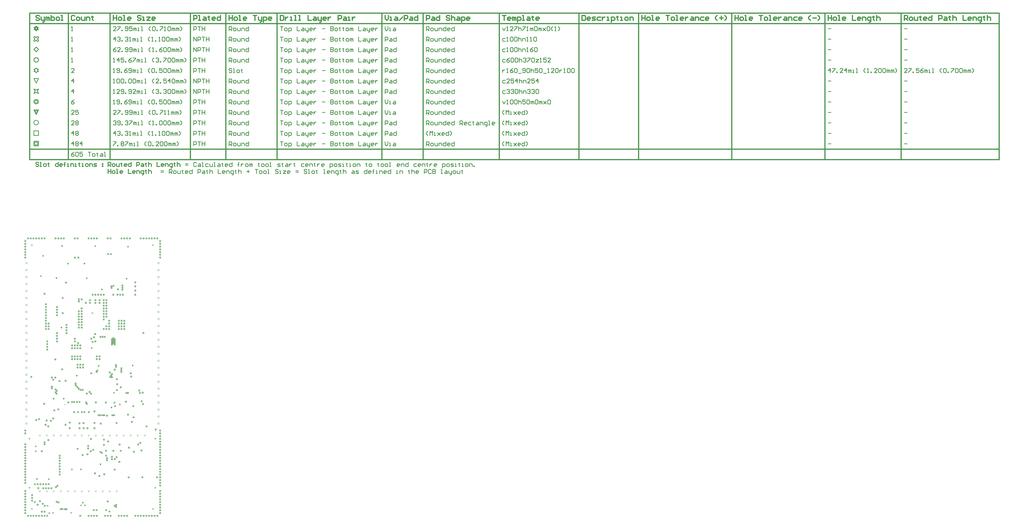
<source format=gbr>
G04*
G04 #@! TF.GenerationSoftware,Altium Limited,Altium Designer,22.4.2 (48)*
G04*
G04 Layer_Color=2752767*
%FSLAX25Y25*%
%MOIN*%
G70*
G04*
G04 #@! TF.SameCoordinates,F1429C7B-AB02-4E32-93F6-432C4BA2DB55*
G04*
G04*
G04 #@! TF.FilePolarity,Positive*
G04*
G01*
G75*
%ADD12C,0.01000*%
%ADD169C,0.01500*%
%ADD173C,0.00200*%
%ADD174C,0.01600*%
%ADD175C,0.01400*%
D12*
X21687Y597333D02*
G03*
X21687Y597333I-2000J0D01*
G01*
X23020D02*
G03*
X23020Y597333I-3333J0D01*
G01*
Y567333D02*
G03*
X23020Y567333I-3333J0D01*
G01*
X18687Y701333D02*
X19687Y700333D01*
X17687Y701333D02*
X18687D01*
X17687D02*
X18687Y702333D01*
X17687Y703333D02*
X18687Y702333D01*
X17687Y703333D02*
X18687D01*
X19687Y704333D01*
X20687Y703333D01*
X21687D01*
X20687Y702333D02*
X21687Y703333D01*
X20687Y702333D02*
X21687Y701333D01*
X20687D02*
X21687D01*
X19687Y700333D02*
X20687Y701333D01*
X18020Y700667D02*
X19687Y699000D01*
X16353Y700667D02*
X18020D01*
X16353D02*
X18020Y702333D01*
X16353Y704000D02*
X18020Y702333D01*
X16353Y704000D02*
X18020D01*
X19687Y705667D01*
X21353Y704000D01*
X23020D01*
X21353Y702333D02*
X23020Y704000D01*
X21353Y702333D02*
X23020Y700667D01*
X21353D02*
X23020D01*
X19687Y699000D02*
X21353Y700667D01*
X16353Y684000D02*
Y685667D01*
X18020Y687333D01*
X16353Y689000D02*
X18020Y687333D01*
X16353Y689000D02*
Y690667D01*
X18020D01*
X19687Y689000D01*
X21353Y690667D01*
X23020D01*
Y689000D02*
Y690667D01*
X21353Y687333D02*
X23020Y689000D01*
X21353Y687333D02*
X23020Y685667D01*
Y684000D02*
Y685667D01*
X21353Y684000D02*
X23020D01*
X19687Y685667D02*
X21353Y684000D01*
X18020D02*
X19687Y685667D01*
X16353Y684000D02*
X18020D01*
X16353Y672333D02*
X19687Y669000D01*
X23020Y672333D01*
X19687Y675667D02*
X23020Y672333D01*
X16353D02*
X19687Y675667D01*
X16353Y655667D02*
X18020D01*
X16353D02*
Y659000D01*
X18020D01*
Y660667D01*
X21353D01*
Y659000D02*
Y660667D01*
Y659000D02*
X23020D01*
Y655667D02*
Y659000D01*
X21353Y655667D02*
X23020D01*
X21353Y654000D02*
Y655667D01*
X18020Y654000D02*
X21353D01*
X18020D02*
Y655667D01*
Y640667D02*
X19687Y639000D01*
X16353Y640667D02*
X18020D01*
X16353D02*
X18020Y642333D01*
X16353Y644000D02*
X18020Y642333D01*
X16353Y644000D02*
X18020D01*
X19687Y645667D01*
X21353Y644000D01*
X23020D01*
X21353Y642333D02*
X23020Y644000D01*
X21353Y642333D02*
X23020Y640667D01*
X21353D02*
X23020D01*
X19687Y639000D02*
X21353Y640667D01*
X19687Y624000D02*
X23020Y630667D01*
X16353D02*
X23020D01*
X16353D02*
X19687Y624000D01*
X16353Y609000D02*
X19687Y610667D01*
X23020Y609000D01*
X21353Y612333D02*
X23020Y609000D01*
X21353Y612333D02*
X23020Y615667D01*
X19687Y614000D02*
X23020Y615667D01*
X16353D02*
X19687Y614000D01*
X16353Y615667D02*
X18020Y612333D01*
X16353Y609000D02*
X18020Y612333D01*
X19687Y580333D02*
X21687Y584333D01*
X17687D02*
X21687D01*
X17687D02*
X19687Y580333D01*
Y579000D02*
X23020Y585667D01*
X16353D02*
X23020D01*
X16353D02*
X19687Y579000D01*
X16353Y549000D02*
X23020D01*
Y555667D01*
X16353D02*
X23020D01*
X16353Y549000D02*
Y555667D01*
X17687Y535333D02*
X21687D01*
Y539333D01*
X17687D02*
X21687D01*
X17687Y535333D02*
Y539333D01*
X16353Y534000D02*
X23020D01*
Y540667D01*
X16353D02*
X23020D01*
X16353Y534000D02*
Y540667D01*
X1261821Y701999D02*
X1265820D01*
X1261821Y686999D02*
X1265820D01*
X1261821Y671999D02*
X1265820D01*
X1261821Y656999D02*
X1265820D01*
Y639000D02*
X1261821D01*
X1265820Y642999D01*
Y643998D01*
X1264820Y644998D01*
X1262821D01*
X1261821Y643998D01*
X1267819Y644998D02*
X1271818D01*
Y643998D01*
X1267819Y640000D01*
Y639000D01*
X1273817D02*
Y640000D01*
X1274817D01*
Y639000D01*
X1273817D01*
X1282815Y644998D02*
X1278816D01*
Y641999D01*
X1280815Y642999D01*
X1281815D01*
X1282815Y641999D01*
Y640000D01*
X1281815Y639000D01*
X1279815D01*
X1278816Y640000D01*
X1288813Y644998D02*
X1286813Y643998D01*
X1284814Y641999D01*
Y640000D01*
X1285814Y639000D01*
X1287813D01*
X1288813Y640000D01*
Y640999D01*
X1287813Y641999D01*
X1284814D01*
X1290812Y639000D02*
Y642999D01*
X1291812D01*
X1292811Y641999D01*
Y639000D01*
Y641999D01*
X1293811Y642999D01*
X1294811Y641999D01*
Y639000D01*
X1296810D02*
X1298809D01*
X1297810D01*
Y642999D01*
X1296810D01*
X1301808Y639000D02*
X1303808D01*
X1302808D01*
Y644998D01*
X1301808D01*
X1314804Y639000D02*
X1312805Y640999D01*
Y642999D01*
X1314804Y644998D01*
X1317803Y643998D02*
X1318803Y644998D01*
X1320802D01*
X1321802Y643998D01*
Y640000D01*
X1320802Y639000D01*
X1318803D01*
X1317803Y640000D01*
Y643998D01*
X1323801Y639000D02*
Y640000D01*
X1324801D01*
Y639000D01*
X1323801D01*
X1328800Y644998D02*
X1332798D01*
Y643998D01*
X1328800Y640000D01*
Y639000D01*
X1334798Y643998D02*
X1335797Y644998D01*
X1337797D01*
X1338796Y643998D01*
Y640000D01*
X1337797Y639000D01*
X1335797D01*
X1334798Y640000D01*
Y643998D01*
X1340796D02*
X1341795Y644998D01*
X1343795D01*
X1344794Y643998D01*
Y640000D01*
X1343795Y639000D01*
X1341795D01*
X1340796Y640000D01*
Y643998D01*
X1346794Y639000D02*
Y642999D01*
X1347793D01*
X1348793Y641999D01*
Y639000D01*
Y641999D01*
X1349793Y642999D01*
X1350793Y641999D01*
Y639000D01*
X1352792D02*
Y642999D01*
X1353792D01*
X1354791Y641999D01*
Y639000D01*
Y641999D01*
X1355791Y642999D01*
X1356791Y641999D01*
Y639000D01*
X1358790D02*
X1360789Y640999D01*
Y642999D01*
X1358790Y644998D01*
X1261821Y626999D02*
X1265820D01*
X1261821Y611999D02*
X1265820D01*
X1261821Y596999D02*
X1265820D01*
X1261821Y581999D02*
X1265820D01*
X1261821Y566999D02*
X1265820D01*
X1261821Y551999D02*
X1265820D01*
X1261821Y536999D02*
X1265820D01*
X1152853Y701999D02*
X1156852D01*
X1152853Y686999D02*
X1156852D01*
X1152853Y671999D02*
X1156852D01*
X1152853Y656999D02*
X1156852D01*
X1155852Y639000D02*
Y644998D01*
X1152853Y641999D01*
X1156852D01*
X1158851Y644998D02*
X1162850D01*
Y643998D01*
X1158851Y640000D01*
Y639000D01*
X1164849D02*
Y640000D01*
X1165849D01*
Y639000D01*
X1164849D01*
X1173846D02*
X1169847D01*
X1173846Y642999D01*
Y643998D01*
X1172847Y644998D01*
X1170847D01*
X1169847Y643998D01*
X1178845Y639000D02*
Y644998D01*
X1175846Y641999D01*
X1179844D01*
X1181844Y639000D02*
Y642999D01*
X1182843D01*
X1183843Y641999D01*
Y639000D01*
Y641999D01*
X1184843Y642999D01*
X1185842Y641999D01*
Y639000D01*
X1187842D02*
X1189841D01*
X1188841D01*
Y642999D01*
X1187842D01*
X1192840Y639000D02*
X1194839D01*
X1193840D01*
Y644998D01*
X1192840D01*
X1205836Y639000D02*
X1203837Y640999D01*
Y642999D01*
X1205836Y644998D01*
X1208835Y639000D02*
X1210834D01*
X1209834D01*
Y644998D01*
X1208835Y643998D01*
X1213833Y639000D02*
Y640000D01*
X1214833D01*
Y639000D01*
X1213833D01*
X1222830D02*
X1218832D01*
X1222830Y642999D01*
Y643998D01*
X1221831Y644998D01*
X1219831D01*
X1218832Y643998D01*
X1224830D02*
X1225829Y644998D01*
X1227829D01*
X1228828Y643998D01*
Y640000D01*
X1227829Y639000D01*
X1225829D01*
X1224830Y640000D01*
Y643998D01*
X1230828D02*
X1231827Y644998D01*
X1233827D01*
X1234826Y643998D01*
Y640000D01*
X1233827Y639000D01*
X1231827D01*
X1230828Y640000D01*
Y643998D01*
X1236826Y639000D02*
Y642999D01*
X1237825D01*
X1238825Y641999D01*
Y639000D01*
Y641999D01*
X1239825Y642999D01*
X1240825Y641999D01*
Y639000D01*
X1242824D02*
Y642999D01*
X1243824D01*
X1244823Y641999D01*
Y639000D01*
Y641999D01*
X1245823Y642999D01*
X1246823Y641999D01*
Y639000D01*
X1248822D02*
X1250821Y640999D01*
Y642999D01*
X1248822Y644998D01*
X1152853Y626999D02*
X1156852D01*
X1152853Y611999D02*
X1156852D01*
X1152853Y596999D02*
X1156852D01*
X1152853Y581999D02*
X1156852D01*
X1152853Y566999D02*
X1156852D01*
X1152853Y551999D02*
X1156852D01*
X1152853Y536999D02*
X1156852D01*
X686788Y702999D02*
X688788Y699000D01*
X690787Y702999D01*
X692787Y699000D02*
X694786D01*
X693786D01*
Y704998D01*
X692787Y703998D01*
X701784Y699000D02*
X697785D01*
X701784Y702999D01*
Y703998D01*
X700784Y704998D01*
X698784D01*
X697785Y703998D01*
X703783Y704998D02*
X707782D01*
Y703998D01*
X703783Y700000D01*
Y699000D01*
X709781Y704998D02*
Y699000D01*
Y701999D01*
X710781Y702999D01*
X712780D01*
X713780Y701999D01*
Y699000D01*
X715779Y704998D02*
X719778D01*
Y703998D01*
X715779Y700000D01*
Y699000D01*
X721777D02*
X723776D01*
X722777D01*
Y704998D01*
X721777Y703998D01*
X726776Y699000D02*
Y702999D01*
X727775D01*
X728775Y701999D01*
Y699000D01*
Y701999D01*
X729775Y702999D01*
X730774Y701999D01*
Y699000D01*
X732773Y703998D02*
X733773Y704998D01*
X735773D01*
X736772Y703998D01*
Y700000D01*
X735773Y699000D01*
X733773D01*
X732773Y700000D01*
Y703998D01*
X738772Y699000D02*
Y702999D01*
X739771D01*
X740771Y701999D01*
Y699000D01*
Y701999D01*
X741771Y702999D01*
X742770Y701999D01*
Y699000D01*
X744770Y702999D02*
X748768Y699000D01*
X746769Y700999D01*
X748768Y702999D01*
X744770Y699000D01*
X750768Y703998D02*
X751767Y704998D01*
X753767D01*
X754766Y703998D01*
Y700000D01*
X753767Y699000D01*
X751767D01*
X750768Y700000D01*
Y703998D01*
X758765Y699000D02*
X756766Y700999D01*
Y702999D01*
X758765Y704998D01*
X761764Y699000D02*
X763764D01*
X762764D01*
Y704998D01*
X761764Y703998D01*
X766762Y699000D02*
X768762Y700999D01*
Y702999D01*
X766762Y704998D01*
X690787Y687999D02*
X687788D01*
X686788Y686999D01*
Y685000D01*
X687788Y684000D01*
X690787D01*
X692787D02*
X694786D01*
X693786D01*
Y689998D01*
X692787Y688998D01*
X697785D02*
X698784Y689998D01*
X700784D01*
X701784Y688998D01*
Y685000D01*
X700784Y684000D01*
X698784D01*
X697785Y685000D01*
Y688998D01*
X703783D02*
X704783Y689998D01*
X706782D01*
X707782Y688998D01*
Y685000D01*
X706782Y684000D01*
X704783D01*
X703783Y685000D01*
Y688998D01*
X709781Y689998D02*
Y684000D01*
Y686999D01*
X710781Y687999D01*
X712780D01*
X713780Y686999D01*
Y684000D01*
X715779D02*
Y687999D01*
X718778D01*
X719778Y686999D01*
Y684000D01*
X721777D02*
X723776D01*
X722777D01*
Y689998D01*
X721777Y688998D01*
X726776Y684000D02*
X728775D01*
X727775D01*
Y689998D01*
X726776Y688998D01*
X731774D02*
X732773Y689998D01*
X734773D01*
X735773Y688998D01*
Y685000D01*
X734773Y684000D01*
X732773D01*
X731774Y685000D01*
Y688998D01*
X690787Y672999D02*
X687788D01*
X686788Y671999D01*
Y670000D01*
X687788Y669000D01*
X690787D01*
X692787D02*
X694786D01*
X693786D01*
Y674998D01*
X692787Y673998D01*
X697785D02*
X698784Y674998D01*
X700784D01*
X701784Y673998D01*
Y670000D01*
X700784Y669000D01*
X698784D01*
X697785Y670000D01*
Y673998D01*
X703783D02*
X704783Y674998D01*
X706782D01*
X707782Y673998D01*
Y670000D01*
X706782Y669000D01*
X704783D01*
X703783Y670000D01*
Y673998D01*
X709781Y674998D02*
Y669000D01*
Y671999D01*
X710781Y672999D01*
X712780D01*
X713780Y671999D01*
Y669000D01*
X715779D02*
Y672999D01*
X718778D01*
X719778Y671999D01*
Y669000D01*
X721777D02*
X723776D01*
X722777D01*
Y674998D01*
X721777Y673998D01*
X730774Y674998D02*
X728775Y673998D01*
X726776Y671999D01*
Y670000D01*
X727775Y669000D01*
X729775D01*
X730774Y670000D01*
Y670999D01*
X729775Y671999D01*
X726776D01*
X732773Y673998D02*
X733773Y674998D01*
X735773D01*
X736772Y673998D01*
Y670000D01*
X735773Y669000D01*
X733773D01*
X732773Y670000D01*
Y673998D01*
X690787Y657999D02*
X687788D01*
X686788Y656999D01*
Y655000D01*
X687788Y654000D01*
X690787D01*
X696785Y659998D02*
X694786Y658998D01*
X692787Y656999D01*
Y655000D01*
X693786Y654000D01*
X695786D01*
X696785Y655000D01*
Y655999D01*
X695786Y656999D01*
X692787D01*
X698784Y658998D02*
X699784Y659998D01*
X701784D01*
X702783Y658998D01*
Y655000D01*
X701784Y654000D01*
X699784D01*
X698784Y655000D01*
Y658998D01*
X704783D02*
X705782Y659998D01*
X707782D01*
X708781Y658998D01*
Y655000D01*
X707782Y654000D01*
X705782D01*
X704783Y655000D01*
Y658998D01*
X710781Y659998D02*
Y654000D01*
Y656999D01*
X711780Y657999D01*
X713780D01*
X714779Y656999D01*
Y654000D01*
X716779Y658998D02*
X717778Y659998D01*
X719778D01*
X720777Y658998D01*
Y657999D01*
X719778Y656999D01*
X718778D01*
X719778D01*
X720777Y655999D01*
Y655000D01*
X719778Y654000D01*
X717778D01*
X716779Y655000D01*
X722777Y659998D02*
X726776D01*
Y658998D01*
X722777Y655000D01*
Y654000D01*
X728775Y658998D02*
X729775Y659998D01*
X731774D01*
X732773Y658998D01*
Y655000D01*
X731774Y654000D01*
X729775D01*
X728775Y655000D01*
Y658998D01*
X734773Y657999D02*
X738772D01*
X734773Y654000D01*
X738772D01*
X740771D02*
X742770D01*
X741771D01*
Y659998D01*
X740771Y658998D01*
X749768Y659998D02*
X745769D01*
Y656999D01*
X747769Y657999D01*
X748768D01*
X749768Y656999D01*
Y655000D01*
X748768Y654000D01*
X746769D01*
X745769Y655000D01*
X755766Y654000D02*
X751767D01*
X755766Y657999D01*
Y658998D01*
X754766Y659998D01*
X752767D01*
X751767Y658998D01*
X686788Y642999D02*
Y639000D01*
Y640999D01*
X687788Y641999D01*
X688788Y642999D01*
X689787D01*
X692787Y639000D02*
X694786D01*
X693786D01*
Y644998D01*
X692787Y643998D01*
X701784Y644998D02*
X699784Y643998D01*
X697785Y641999D01*
Y640000D01*
X698784Y639000D01*
X700784D01*
X701784Y640000D01*
Y640999D01*
X700784Y641999D01*
X697785D01*
X703783Y643998D02*
X704783Y644998D01*
X706782D01*
X707782Y643998D01*
Y640000D01*
X706782Y639000D01*
X704783D01*
X703783Y640000D01*
Y643998D01*
X709781Y638000D02*
X713780D01*
X715779Y640000D02*
X716779Y639000D01*
X718778D01*
X719778Y640000D01*
Y643998D01*
X718778Y644998D01*
X716779D01*
X715779Y643998D01*
Y642999D01*
X716779Y641999D01*
X719778D01*
X721777Y643998D02*
X722777Y644998D01*
X724776D01*
X725776Y643998D01*
Y640000D01*
X724776Y639000D01*
X722777D01*
X721777Y640000D01*
Y643998D01*
X727775Y644998D02*
Y639000D01*
Y641999D01*
X728775Y642999D01*
X730774D01*
X731774Y641999D01*
Y639000D01*
X737772Y644998D02*
X733773D01*
Y641999D01*
X735773Y642999D01*
X736772D01*
X737772Y641999D01*
Y640000D01*
X736772Y639000D01*
X734773D01*
X733773Y640000D01*
X739771Y643998D02*
X740771Y644998D01*
X742770D01*
X743770Y643998D01*
Y640000D01*
X742770Y639000D01*
X740771D01*
X739771Y640000D01*
Y643998D01*
X745769Y638000D02*
X749768D01*
X751767Y639000D02*
X753767D01*
X752767D01*
Y644998D01*
X751767Y643998D01*
X760765Y639000D02*
X756766D01*
X760765Y642999D01*
Y643998D01*
X759765Y644998D01*
X757765D01*
X756766Y643998D01*
X762764D02*
X763764Y644998D01*
X765763D01*
X766763Y643998D01*
Y640000D01*
X765763Y639000D01*
X763764D01*
X762764Y640000D01*
Y643998D01*
X768762Y642999D02*
Y639000D01*
Y640999D01*
X769762Y641999D01*
X770761Y642999D01*
X771761D01*
X774760Y639000D02*
X776759D01*
X775760D01*
Y644998D01*
X774760Y643998D01*
X779758D02*
X780758Y644998D01*
X782757D01*
X783757Y643998D01*
Y640000D01*
X782757Y639000D01*
X780758D01*
X779758Y640000D01*
Y643998D01*
X785756D02*
X786756Y644998D01*
X788755D01*
X789755Y643998D01*
Y640000D01*
X788755Y639000D01*
X786756D01*
X785756Y640000D01*
Y643998D01*
X690787Y627999D02*
X687788D01*
X686788Y626999D01*
Y625000D01*
X687788Y624000D01*
X690787D01*
X696785D02*
X692787D01*
X696785Y627999D01*
Y628998D01*
X695786Y629998D01*
X693786D01*
X692787Y628998D01*
X702783Y629998D02*
X698784D01*
Y626999D01*
X700784Y627999D01*
X701784D01*
X702783Y626999D01*
Y625000D01*
X701784Y624000D01*
X699784D01*
X698784Y625000D01*
X707782Y624000D02*
Y629998D01*
X704783Y626999D01*
X708781D01*
X710781Y629998D02*
Y624000D01*
Y626999D01*
X711780Y627999D01*
X713780D01*
X714779Y626999D01*
Y624000D01*
X716779D02*
Y627999D01*
X719778D01*
X720777Y626999D01*
Y624000D01*
X726776D02*
X722777D01*
X726776Y627999D01*
Y628998D01*
X725776Y629998D01*
X723776D01*
X722777Y628998D01*
X732773Y629998D02*
X728775D01*
Y626999D01*
X730774Y627999D01*
X731774D01*
X732773Y626999D01*
Y625000D01*
X731774Y624000D01*
X729775D01*
X728775Y625000D01*
X737772Y624000D02*
Y629998D01*
X734773Y626999D01*
X738772D01*
X690787Y612999D02*
X687788D01*
X686788Y611999D01*
Y610000D01*
X687788Y609000D01*
X690787D01*
X692787Y613998D02*
X693786Y614998D01*
X695786D01*
X696785Y613998D01*
Y612999D01*
X695786Y611999D01*
X694786D01*
X695786D01*
X696785Y610999D01*
Y610000D01*
X695786Y609000D01*
X693786D01*
X692787Y610000D01*
X698784Y613998D02*
X699784Y614998D01*
X701784D01*
X702783Y613998D01*
Y612999D01*
X701784Y611999D01*
X700784D01*
X701784D01*
X702783Y610999D01*
Y610000D01*
X701784Y609000D01*
X699784D01*
X698784Y610000D01*
X704783Y613998D02*
X705782Y614998D01*
X707782D01*
X708781Y613998D01*
Y610000D01*
X707782Y609000D01*
X705782D01*
X704783Y610000D01*
Y613998D01*
X710781Y614998D02*
Y609000D01*
Y611999D01*
X711780Y612999D01*
X713780D01*
X714779Y611999D01*
Y609000D01*
X716779D02*
Y612999D01*
X719778D01*
X720777Y611999D01*
Y609000D01*
X722777Y613998D02*
X723776Y614998D01*
X725776D01*
X726776Y613998D01*
Y612999D01*
X725776Y611999D01*
X724776D01*
X725776D01*
X726776Y610999D01*
Y610000D01*
X725776Y609000D01*
X723776D01*
X722777Y610000D01*
X728775Y613998D02*
X729775Y614998D01*
X731774D01*
X732773Y613998D01*
Y612999D01*
X731774Y611999D01*
X730774D01*
X731774D01*
X732773Y610999D01*
Y610000D01*
X731774Y609000D01*
X729775D01*
X728775Y610000D01*
X734773Y613998D02*
X735773Y614998D01*
X737772D01*
X738772Y613998D01*
Y610000D01*
X737772Y609000D01*
X735773D01*
X734773Y610000D01*
Y613998D01*
X686788Y597999D02*
X688788Y594000D01*
X690787Y597999D01*
X692787Y594000D02*
X694786D01*
X693786D01*
Y599998D01*
X692787Y598998D01*
X697785D02*
X698784Y599998D01*
X700784D01*
X701784Y598998D01*
Y595000D01*
X700784Y594000D01*
X698784D01*
X697785Y595000D01*
Y598998D01*
X703783D02*
X704783Y599998D01*
X706782D01*
X707782Y598998D01*
Y595000D01*
X706782Y594000D01*
X704783D01*
X703783Y595000D01*
Y598998D01*
X709781Y599998D02*
Y594000D01*
Y596999D01*
X710781Y597999D01*
X712780D01*
X713780Y596999D01*
Y594000D01*
X719778Y599998D02*
X715779D01*
Y596999D01*
X717778Y597999D01*
X718778D01*
X719778Y596999D01*
Y595000D01*
X718778Y594000D01*
X716779D01*
X715779Y595000D01*
X721777Y598998D02*
X722777Y599998D01*
X724776D01*
X725776Y598998D01*
Y595000D01*
X724776Y594000D01*
X722777D01*
X721777Y595000D01*
Y598998D01*
X727775Y594000D02*
Y597999D01*
X728775D01*
X729775Y596999D01*
Y594000D01*
Y596999D01*
X730774Y597999D01*
X731774Y596999D01*
Y594000D01*
X733773Y598998D02*
X734773Y599998D01*
X736772D01*
X737772Y598998D01*
Y595000D01*
X736772Y594000D01*
X734773D01*
X733773Y595000D01*
Y598998D01*
X739771Y594000D02*
Y597999D01*
X740771D01*
X741771Y596999D01*
Y594000D01*
Y596999D01*
X742770Y597999D01*
X743770Y596999D01*
Y594000D01*
X745769Y597999D02*
X749768Y594000D01*
X747769Y595999D01*
X749768Y597999D01*
X745769Y594000D01*
X751767Y598998D02*
X752767Y599998D01*
X754766D01*
X755766Y598998D01*
Y595000D01*
X754766Y594000D01*
X752767D01*
X751767Y595000D01*
Y598998D01*
X688788Y579000D02*
X686788Y580999D01*
Y582999D01*
X688788Y584998D01*
X691787Y579000D02*
Y584998D01*
X693786Y582999D01*
X695786Y584998D01*
Y579000D01*
X697785D02*
X699784D01*
X698784D01*
Y582999D01*
X697785D01*
X702783D02*
X706782Y579000D01*
X704783Y580999D01*
X706782Y582999D01*
X702783Y579000D01*
X711780D02*
X709781D01*
X708781Y580000D01*
Y581999D01*
X709781Y582999D01*
X711780D01*
X712780Y581999D01*
Y580999D01*
X708781D01*
X718778Y584998D02*
Y579000D01*
X715779D01*
X714779Y580000D01*
Y581999D01*
X715779Y582999D01*
X718778D01*
X720777Y579000D02*
X722777Y580999D01*
Y582999D01*
X720777Y584998D01*
X688788Y564000D02*
X686788Y565999D01*
Y567999D01*
X688788Y569998D01*
X691787Y564000D02*
Y569998D01*
X693786Y567999D01*
X695786Y569998D01*
Y564000D01*
X697785D02*
X699784D01*
X698784D01*
Y567999D01*
X697785D01*
X702783D02*
X706782Y564000D01*
X704783Y565999D01*
X706782Y567999D01*
X702783Y564000D01*
X711780D02*
X709781D01*
X708781Y565000D01*
Y566999D01*
X709781Y567999D01*
X711780D01*
X712780Y566999D01*
Y565999D01*
X708781D01*
X718778Y569998D02*
Y564000D01*
X715779D01*
X714779Y565000D01*
Y566999D01*
X715779Y567999D01*
X718778D01*
X720777Y564000D02*
X722777Y565999D01*
Y567999D01*
X720777Y569998D01*
X688788Y549000D02*
X686788Y550999D01*
Y552999D01*
X688788Y554998D01*
X691787Y549000D02*
Y554998D01*
X693786Y552999D01*
X695786Y554998D01*
Y549000D01*
X697785D02*
X699784D01*
X698784D01*
Y552999D01*
X697785D01*
X702783D02*
X706782Y549000D01*
X704783Y550999D01*
X706782Y552999D01*
X702783Y549000D01*
X711780D02*
X709781D01*
X708781Y550000D01*
Y551999D01*
X709781Y552999D01*
X711780D01*
X712780Y551999D01*
Y550999D01*
X708781D01*
X718778Y554998D02*
Y549000D01*
X715779D01*
X714779Y550000D01*
Y551999D01*
X715779Y552999D01*
X718778D01*
X720777Y549000D02*
X722777Y550999D01*
Y552999D01*
X720777Y554998D01*
X688788Y534000D02*
X686788Y535999D01*
Y537999D01*
X688788Y539998D01*
X691787Y534000D02*
Y539998D01*
X693786Y537999D01*
X695786Y539998D01*
Y534000D01*
X697785D02*
X699784D01*
X698784D01*
Y537999D01*
X697785D01*
X702783D02*
X706782Y534000D01*
X704783Y535999D01*
X706782Y537999D01*
X702783Y534000D01*
X711780D02*
X709781D01*
X708781Y535000D01*
Y536999D01*
X709781Y537999D01*
X711780D01*
X712780Y536999D01*
Y535999D01*
X708781D01*
X718778Y539998D02*
Y534000D01*
X715779D01*
X714779Y535000D01*
Y536999D01*
X715779Y537999D01*
X718778D01*
X720777Y534000D02*
X722777Y535999D01*
Y537999D01*
X720777Y539998D01*
X577820Y699000D02*
Y704998D01*
X580819D01*
X581819Y703998D01*
Y701999D01*
X580819Y700999D01*
X577820D01*
X579819D02*
X581819Y699000D01*
X584818D02*
X586817D01*
X587817Y700000D01*
Y701999D01*
X586817Y702999D01*
X584818D01*
X583818Y701999D01*
Y700000D01*
X584818Y699000D01*
X589816Y702999D02*
Y700000D01*
X590816Y699000D01*
X593815D01*
Y702999D01*
X595814Y699000D02*
Y702999D01*
X598813D01*
X599813Y701999D01*
Y699000D01*
X605811Y704998D02*
Y699000D01*
X602812D01*
X601812Y700000D01*
Y701999D01*
X602812Y702999D01*
X605811D01*
X610809Y699000D02*
X608810D01*
X607810Y700000D01*
Y701999D01*
X608810Y702999D01*
X610809D01*
X611809Y701999D01*
Y700999D01*
X607810D01*
X617807Y704998D02*
Y699000D01*
X614808D01*
X613808Y700000D01*
Y701999D01*
X614808Y702999D01*
X617807D01*
X577820Y684000D02*
Y689998D01*
X580819D01*
X581819Y688998D01*
Y686999D01*
X580819Y685999D01*
X577820D01*
X579819D02*
X581819Y684000D01*
X584818D02*
X586817D01*
X587817Y685000D01*
Y686999D01*
X586817Y687999D01*
X584818D01*
X583818Y686999D01*
Y685000D01*
X584818Y684000D01*
X589816Y687999D02*
Y685000D01*
X590816Y684000D01*
X593815D01*
Y687999D01*
X595814Y684000D02*
Y687999D01*
X598813D01*
X599813Y686999D01*
Y684000D01*
X605811Y689998D02*
Y684000D01*
X602812D01*
X601812Y685000D01*
Y686999D01*
X602812Y687999D01*
X605811D01*
X610809Y684000D02*
X608810D01*
X607810Y685000D01*
Y686999D01*
X608810Y687999D01*
X610809D01*
X611809Y686999D01*
Y685999D01*
X607810D01*
X617807Y689998D02*
Y684000D01*
X614808D01*
X613808Y685000D01*
Y686999D01*
X614808Y687999D01*
X617807D01*
X577820Y669000D02*
Y674998D01*
X580819D01*
X581819Y673998D01*
Y671999D01*
X580819Y670999D01*
X577820D01*
X579819D02*
X581819Y669000D01*
X584818D02*
X586817D01*
X587817Y670000D01*
Y671999D01*
X586817Y672999D01*
X584818D01*
X583818Y671999D01*
Y670000D01*
X584818Y669000D01*
X589816Y672999D02*
Y670000D01*
X590816Y669000D01*
X593815D01*
Y672999D01*
X595814Y669000D02*
Y672999D01*
X598813D01*
X599813Y671999D01*
Y669000D01*
X605811Y674998D02*
Y669000D01*
X602812D01*
X601812Y670000D01*
Y671999D01*
X602812Y672999D01*
X605811D01*
X610809Y669000D02*
X608810D01*
X607810Y670000D01*
Y671999D01*
X608810Y672999D01*
X610809D01*
X611809Y671999D01*
Y670999D01*
X607810D01*
X617807Y674998D02*
Y669000D01*
X614808D01*
X613808Y670000D01*
Y671999D01*
X614808Y672999D01*
X617807D01*
X577820Y654000D02*
Y659998D01*
X580819D01*
X581819Y658998D01*
Y656999D01*
X580819Y655999D01*
X577820D01*
X579819D02*
X581819Y654000D01*
X584818D02*
X586817D01*
X587817Y655000D01*
Y656999D01*
X586817Y657999D01*
X584818D01*
X583818Y656999D01*
Y655000D01*
X584818Y654000D01*
X589816Y657999D02*
Y655000D01*
X590816Y654000D01*
X593815D01*
Y657999D01*
X595814Y654000D02*
Y657999D01*
X598813D01*
X599813Y656999D01*
Y654000D01*
X605811Y659998D02*
Y654000D01*
X602812D01*
X601812Y655000D01*
Y656999D01*
X602812Y657999D01*
X605811D01*
X610809Y654000D02*
X608810D01*
X607810Y655000D01*
Y656999D01*
X608810Y657999D01*
X610809D01*
X611809Y656999D01*
Y655999D01*
X607810D01*
X617807Y659998D02*
Y654000D01*
X614808D01*
X613808Y655000D01*
Y656999D01*
X614808Y657999D01*
X617807D01*
X577820Y639000D02*
Y644998D01*
X580819D01*
X581819Y643998D01*
Y641999D01*
X580819Y640999D01*
X577820D01*
X579819D02*
X581819Y639000D01*
X584818D02*
X586817D01*
X587817Y640000D01*
Y641999D01*
X586817Y642999D01*
X584818D01*
X583818Y641999D01*
Y640000D01*
X584818Y639000D01*
X589816Y642999D02*
Y640000D01*
X590816Y639000D01*
X593815D01*
Y642999D01*
X595814Y639000D02*
Y642999D01*
X598813D01*
X599813Y641999D01*
Y639000D01*
X605811Y644998D02*
Y639000D01*
X602812D01*
X601812Y640000D01*
Y641999D01*
X602812Y642999D01*
X605811D01*
X610809Y639000D02*
X608810D01*
X607810Y640000D01*
Y641999D01*
X608810Y642999D01*
X610809D01*
X611809Y641999D01*
Y640999D01*
X607810D01*
X617807Y644998D02*
Y639000D01*
X614808D01*
X613808Y640000D01*
Y641999D01*
X614808Y642999D01*
X617807D01*
X577820Y624000D02*
Y629998D01*
X580819D01*
X581819Y628998D01*
Y626999D01*
X580819Y625999D01*
X577820D01*
X579819D02*
X581819Y624000D01*
X584818D02*
X586817D01*
X587817Y625000D01*
Y626999D01*
X586817Y627999D01*
X584818D01*
X583818Y626999D01*
Y625000D01*
X584818Y624000D01*
X589816Y627999D02*
Y625000D01*
X590816Y624000D01*
X593815D01*
Y627999D01*
X595814Y624000D02*
Y627999D01*
X598813D01*
X599813Y626999D01*
Y624000D01*
X605811Y629998D02*
Y624000D01*
X602812D01*
X601812Y625000D01*
Y626999D01*
X602812Y627999D01*
X605811D01*
X610809Y624000D02*
X608810D01*
X607810Y625000D01*
Y626999D01*
X608810Y627999D01*
X610809D01*
X611809Y626999D01*
Y625999D01*
X607810D01*
X617807Y629998D02*
Y624000D01*
X614808D01*
X613808Y625000D01*
Y626999D01*
X614808Y627999D01*
X617807D01*
X577820Y609000D02*
Y614998D01*
X580819D01*
X581819Y613998D01*
Y611999D01*
X580819Y610999D01*
X577820D01*
X579819D02*
X581819Y609000D01*
X584818D02*
X586817D01*
X587817Y610000D01*
Y611999D01*
X586817Y612999D01*
X584818D01*
X583818Y611999D01*
Y610000D01*
X584818Y609000D01*
X589816Y612999D02*
Y610000D01*
X590816Y609000D01*
X593815D01*
Y612999D01*
X595814Y609000D02*
Y612999D01*
X598813D01*
X599813Y611999D01*
Y609000D01*
X605811Y614998D02*
Y609000D01*
X602812D01*
X601812Y610000D01*
Y611999D01*
X602812Y612999D01*
X605811D01*
X610809Y609000D02*
X608810D01*
X607810Y610000D01*
Y611999D01*
X608810Y612999D01*
X610809D01*
X611809Y611999D01*
Y610999D01*
X607810D01*
X617807Y614998D02*
Y609000D01*
X614808D01*
X613808Y610000D01*
Y611999D01*
X614808Y612999D01*
X617807D01*
X577820Y594000D02*
Y599998D01*
X580819D01*
X581819Y598998D01*
Y596999D01*
X580819Y595999D01*
X577820D01*
X579819D02*
X581819Y594000D01*
X584818D02*
X586817D01*
X587817Y595000D01*
Y596999D01*
X586817Y597999D01*
X584818D01*
X583818Y596999D01*
Y595000D01*
X584818Y594000D01*
X589816Y597999D02*
Y595000D01*
X590816Y594000D01*
X593815D01*
Y597999D01*
X595814Y594000D02*
Y597999D01*
X598813D01*
X599813Y596999D01*
Y594000D01*
X605811Y599998D02*
Y594000D01*
X602812D01*
X601812Y595000D01*
Y596999D01*
X602812Y597999D01*
X605811D01*
X610809Y594000D02*
X608810D01*
X607810Y595000D01*
Y596999D01*
X608810Y597999D01*
X610809D01*
X611809Y596999D01*
Y595999D01*
X607810D01*
X617807Y599998D02*
Y594000D01*
X614808D01*
X613808Y595000D01*
Y596999D01*
X614808Y597999D01*
X617807D01*
X577820Y579000D02*
Y584998D01*
X580819D01*
X581819Y583998D01*
Y581999D01*
X580819Y580999D01*
X577820D01*
X579819D02*
X581819Y579000D01*
X584818D02*
X586817D01*
X587817Y580000D01*
Y581999D01*
X586817Y582999D01*
X584818D01*
X583818Y581999D01*
Y580000D01*
X584818Y579000D01*
X589816Y582999D02*
Y580000D01*
X590816Y579000D01*
X593815D01*
Y582999D01*
X595814Y579000D02*
Y582999D01*
X598813D01*
X599813Y581999D01*
Y579000D01*
X605811Y584998D02*
Y579000D01*
X602812D01*
X601812Y580000D01*
Y581999D01*
X602812Y582999D01*
X605811D01*
X610809Y579000D02*
X608810D01*
X607810Y580000D01*
Y581999D01*
X608810Y582999D01*
X610809D01*
X611809Y581999D01*
Y580999D01*
X607810D01*
X617807Y584998D02*
Y579000D01*
X614808D01*
X613808Y580000D01*
Y581999D01*
X614808Y582999D01*
X617807D01*
X577820Y564000D02*
Y569998D01*
X580819D01*
X581819Y568998D01*
Y566999D01*
X580819Y565999D01*
X577820D01*
X579819D02*
X581819Y564000D01*
X584818D02*
X586817D01*
X587817Y565000D01*
Y566999D01*
X586817Y567999D01*
X584818D01*
X583818Y566999D01*
Y565000D01*
X584818Y564000D01*
X589816Y567999D02*
Y565000D01*
X590816Y564000D01*
X593815D01*
Y567999D01*
X595814Y564000D02*
Y567999D01*
X598813D01*
X599813Y566999D01*
Y564000D01*
X605811Y569998D02*
Y564000D01*
X602812D01*
X601812Y565000D01*
Y566999D01*
X602812Y567999D01*
X605811D01*
X610809Y564000D02*
X608810D01*
X607810Y565000D01*
Y566999D01*
X608810Y567999D01*
X610809D01*
X611809Y566999D01*
Y565999D01*
X607810D01*
X617807Y569998D02*
Y564000D01*
X614808D01*
X613808Y565000D01*
Y566999D01*
X614808Y567999D01*
X617807D01*
X625805Y564000D02*
Y569998D01*
X628804D01*
X629803Y568998D01*
Y566999D01*
X628804Y565999D01*
X625805D01*
X627804D02*
X629803Y564000D01*
X634802D02*
X632802D01*
X631803Y565000D01*
Y566999D01*
X632802Y567999D01*
X634802D01*
X635801Y566999D01*
Y565999D01*
X631803D01*
X641799Y567999D02*
X638800D01*
X637801Y566999D01*
Y565000D01*
X638800Y564000D01*
X641799D01*
X644798Y568998D02*
Y567999D01*
X643799D01*
X645798D01*
X644798D01*
Y565000D01*
X645798Y564000D01*
X649797Y567999D02*
X651796D01*
X652796Y566999D01*
Y564000D01*
X649797D01*
X648797Y565000D01*
X649797Y565999D01*
X652796D01*
X654795Y564000D02*
Y567999D01*
X657794D01*
X658794Y566999D01*
Y564000D01*
X662793Y562001D02*
X663792D01*
X664792Y563000D01*
Y567999D01*
X661793D01*
X660793Y566999D01*
Y565000D01*
X661793Y564000D01*
X664792D01*
X666791D02*
X668791D01*
X667791D01*
Y569998D01*
X666791D01*
X674789Y564000D02*
X672789D01*
X671790Y565000D01*
Y566999D01*
X672789Y567999D01*
X674789D01*
X675788Y566999D01*
Y565999D01*
X671790D01*
X579819Y549000D02*
X577820Y550999D01*
Y552999D01*
X579819Y554998D01*
X582819Y549000D02*
Y554998D01*
X584818Y552999D01*
X586817Y554998D01*
Y549000D01*
X588817D02*
X590816D01*
X589816D01*
Y552999D01*
X588817D01*
X593815D02*
X597814Y549000D01*
X595814Y550999D01*
X597814Y552999D01*
X593815Y549000D01*
X602812D02*
X600813D01*
X599813Y550000D01*
Y551999D01*
X600813Y552999D01*
X602812D01*
X603812Y551999D01*
Y550999D01*
X599813D01*
X609810Y554998D02*
Y549000D01*
X606811D01*
X605811Y550000D01*
Y551999D01*
X606811Y552999D01*
X609810D01*
X611809Y549000D02*
X613808Y550999D01*
Y552999D01*
X611809Y554998D01*
X577820Y534000D02*
Y539998D01*
X580819D01*
X581819Y538998D01*
Y536999D01*
X580819Y535999D01*
X577820D01*
X579819D02*
X581819Y534000D01*
X584818D02*
X586817D01*
X587817Y535000D01*
Y536999D01*
X586817Y537999D01*
X584818D01*
X583818Y536999D01*
Y535000D01*
X584818Y534000D01*
X589816Y537999D02*
Y535000D01*
X590816Y534000D01*
X593815D01*
Y537999D01*
X595814Y534000D02*
Y537999D01*
X598813D01*
X599813Y536999D01*
Y534000D01*
X605811Y539998D02*
Y534000D01*
X602812D01*
X601812Y535000D01*
Y536999D01*
X602812Y537999D01*
X605811D01*
X610809Y534000D02*
X608810D01*
X607810Y535000D01*
Y536999D01*
X608810Y537999D01*
X610809D01*
X611809Y536999D01*
Y535999D01*
X607810D01*
X617807Y539998D02*
Y534000D01*
X614808D01*
X613808Y535000D01*
Y536999D01*
X614808Y537999D01*
X617807D01*
X518835Y704998D02*
Y700999D01*
X520835Y699000D01*
X522834Y700999D01*
Y704998D01*
X524833Y699000D02*
X526833D01*
X525833D01*
Y702999D01*
X524833D01*
X530831D02*
X532831D01*
X533830Y701999D01*
Y699000D01*
X530831D01*
X529832Y700000D01*
X530831Y700999D01*
X533830D01*
X518835Y684000D02*
Y689998D01*
X521834D01*
X522834Y688998D01*
Y686999D01*
X521834Y685999D01*
X518835D01*
X525833Y687999D02*
X527832D01*
X528832Y686999D01*
Y684000D01*
X525833D01*
X524833Y685000D01*
X525833Y685999D01*
X528832D01*
X534830Y689998D02*
Y684000D01*
X531831D01*
X530831Y685000D01*
Y686999D01*
X531831Y687999D01*
X534830D01*
X518835Y669000D02*
Y674998D01*
X521834D01*
X522834Y673998D01*
Y671999D01*
X521834Y670999D01*
X518835D01*
X525833Y672999D02*
X527832D01*
X528832Y671999D01*
Y669000D01*
X525833D01*
X524833Y670000D01*
X525833Y670999D01*
X528832D01*
X534830Y674998D02*
Y669000D01*
X531831D01*
X530831Y670000D01*
Y671999D01*
X531831Y672999D01*
X534830D01*
X518835Y654000D02*
Y659998D01*
X521834D01*
X522834Y658998D01*
Y656999D01*
X521834Y655999D01*
X518835D01*
X525833Y657999D02*
X527832D01*
X528832Y656999D01*
Y654000D01*
X525833D01*
X524833Y655000D01*
X525833Y655999D01*
X528832D01*
X534830Y659998D02*
Y654000D01*
X531831D01*
X530831Y655000D01*
Y656999D01*
X531831Y657999D01*
X534830D01*
X518835Y639000D02*
Y644998D01*
X521834D01*
X522834Y643998D01*
Y641999D01*
X521834Y640999D01*
X518835D01*
X525833Y642999D02*
X527832D01*
X528832Y641999D01*
Y639000D01*
X525833D01*
X524833Y640000D01*
X525833Y640999D01*
X528832D01*
X534830Y644998D02*
Y639000D01*
X531831D01*
X530831Y640000D01*
Y641999D01*
X531831Y642999D01*
X534830D01*
X518835Y624000D02*
Y629998D01*
X521834D01*
X522834Y628998D01*
Y626999D01*
X521834Y625999D01*
X518835D01*
X525833Y627999D02*
X527832D01*
X528832Y626999D01*
Y624000D01*
X525833D01*
X524833Y625000D01*
X525833Y625999D01*
X528832D01*
X534830Y629998D02*
Y624000D01*
X531831D01*
X530831Y625000D01*
Y626999D01*
X531831Y627999D01*
X534830D01*
X518835Y609000D02*
Y614998D01*
X521834D01*
X522834Y613998D01*
Y611999D01*
X521834Y610999D01*
X518835D01*
X525833Y612999D02*
X527832D01*
X528832Y611999D01*
Y609000D01*
X525833D01*
X524833Y610000D01*
X525833Y610999D01*
X528832D01*
X534830Y614998D02*
Y609000D01*
X531831D01*
X530831Y610000D01*
Y611999D01*
X531831Y612999D01*
X534830D01*
X518835Y599998D02*
Y595999D01*
X520835Y594000D01*
X522834Y595999D01*
Y599998D01*
X524833Y594000D02*
X526833D01*
X525833D01*
Y597999D01*
X524833D01*
X530831D02*
X532831D01*
X533830Y596999D01*
Y594000D01*
X530831D01*
X529832Y595000D01*
X530831Y595999D01*
X533830D01*
X518835Y584998D02*
Y580999D01*
X520835Y579000D01*
X522834Y580999D01*
Y584998D01*
X524833Y579000D02*
X526833D01*
X525833D01*
Y582999D01*
X524833D01*
X530831D02*
X532831D01*
X533830Y581999D01*
Y579000D01*
X530831D01*
X529832Y580000D01*
X530831Y580999D01*
X533830D01*
X518835Y564000D02*
Y569998D01*
X521834D01*
X522834Y568998D01*
Y566999D01*
X521834Y565999D01*
X518835D01*
X525833Y567999D02*
X527832D01*
X528832Y566999D01*
Y564000D01*
X525833D01*
X524833Y565000D01*
X525833Y565999D01*
X528832D01*
X534830Y569998D02*
Y564000D01*
X531831D01*
X530831Y565000D01*
Y566999D01*
X531831Y567999D01*
X534830D01*
X518835Y549000D02*
Y554998D01*
X521834D01*
X522834Y553998D01*
Y551999D01*
X521834Y550999D01*
X518835D01*
X525833Y552999D02*
X527832D01*
X528832Y551999D01*
Y549000D01*
X525833D01*
X524833Y550000D01*
X525833Y550999D01*
X528832D01*
X534830Y554998D02*
Y549000D01*
X531831D01*
X530831Y550000D01*
Y551999D01*
X531831Y552999D01*
X534830D01*
X518835Y539998D02*
Y535999D01*
X520835Y534000D01*
X522834Y535999D01*
Y539998D01*
X524833Y534000D02*
X526833D01*
X525833D01*
Y537999D01*
X524833D01*
X530831D02*
X532831D01*
X533830Y536999D01*
Y534000D01*
X530831D01*
X529832Y535000D01*
X530831Y535999D01*
X533830D01*
X368880Y704998D02*
X372879D01*
X370880D01*
Y699000D01*
X375878D02*
X377877D01*
X378877Y700000D01*
Y701999D01*
X377877Y702999D01*
X375878D01*
X374878Y701999D01*
Y700000D01*
X375878Y699000D01*
X380876Y697001D02*
Y702999D01*
X383875D01*
X384875Y701999D01*
Y700000D01*
X383875Y699000D01*
X380876D01*
X392872Y704998D02*
Y699000D01*
X396871D01*
X399870Y702999D02*
X401869D01*
X402869Y701999D01*
Y699000D01*
X399870D01*
X398870Y700000D01*
X399870Y700999D01*
X402869D01*
X404869Y702999D02*
Y700000D01*
X405868Y699000D01*
X408867D01*
Y698000D01*
X407868Y697001D01*
X406868D01*
X408867Y699000D02*
Y702999D01*
X413866Y699000D02*
X411866D01*
X410867Y700000D01*
Y701999D01*
X411866Y702999D01*
X413866D01*
X414865Y701999D01*
Y700999D01*
X410867D01*
X416865Y702999D02*
Y699000D01*
Y700999D01*
X417864Y701999D01*
X418864Y702999D01*
X419864D01*
X428861Y701999D02*
X432860D01*
X440857Y704998D02*
Y699000D01*
X443856D01*
X444856Y700000D01*
Y700999D01*
X443856Y701999D01*
X440857D01*
X443856D01*
X444856Y702999D01*
Y703998D01*
X443856Y704998D01*
X440857D01*
X447855Y699000D02*
X449854D01*
X450854Y700000D01*
Y701999D01*
X449854Y702999D01*
X447855D01*
X446855Y701999D01*
Y700000D01*
X447855Y699000D01*
X453853Y703998D02*
Y702999D01*
X452853D01*
X454852D01*
X453853D01*
Y700000D01*
X454852Y699000D01*
X458851Y703998D02*
Y702999D01*
X457851D01*
X459851D01*
X458851D01*
Y700000D01*
X459851Y699000D01*
X463849D02*
X465849D01*
X466849Y700000D01*
Y701999D01*
X465849Y702999D01*
X463849D01*
X462850Y701999D01*
Y700000D01*
X463849Y699000D01*
X468848D02*
Y702999D01*
X469847D01*
X470847Y701999D01*
Y699000D01*
Y701999D01*
X471847Y702999D01*
X472847Y701999D01*
Y699000D01*
X480844Y704998D02*
Y699000D01*
X484843D01*
X487842Y702999D02*
X489841D01*
X490841Y701999D01*
Y699000D01*
X487842D01*
X486842Y700000D01*
X487842Y700999D01*
X490841D01*
X492840Y702999D02*
Y700000D01*
X493840Y699000D01*
X496839D01*
Y698000D01*
X495839Y697001D01*
X494839D01*
X496839Y699000D02*
Y702999D01*
X501837Y699000D02*
X499838D01*
X498838Y700000D01*
Y701999D01*
X499838Y702999D01*
X501837D01*
X502837Y701999D01*
Y700999D01*
X498838D01*
X504836Y702999D02*
Y699000D01*
Y700999D01*
X505836Y701999D01*
X506836Y702999D01*
X507835D01*
X368880Y689998D02*
X372879D01*
X370880D01*
Y684000D01*
X375878D02*
X377877D01*
X378877Y685000D01*
Y686999D01*
X377877Y687999D01*
X375878D01*
X374878Y686999D01*
Y685000D01*
X375878Y684000D01*
X380876Y682001D02*
Y687999D01*
X383875D01*
X384875Y686999D01*
Y685000D01*
X383875Y684000D01*
X380876D01*
X392872Y689998D02*
Y684000D01*
X396871D01*
X399870Y687999D02*
X401869D01*
X402869Y686999D01*
Y684000D01*
X399870D01*
X398870Y685000D01*
X399870Y685999D01*
X402869D01*
X404869Y687999D02*
Y685000D01*
X405868Y684000D01*
X408867D01*
Y683000D01*
X407868Y682001D01*
X406868D01*
X408867Y684000D02*
Y687999D01*
X413866Y684000D02*
X411866D01*
X410867Y685000D01*
Y686999D01*
X411866Y687999D01*
X413866D01*
X414865Y686999D01*
Y685999D01*
X410867D01*
X416865Y687999D02*
Y684000D01*
Y685999D01*
X417864Y686999D01*
X418864Y687999D01*
X419864D01*
X428861Y686999D02*
X432860D01*
X440857Y689998D02*
Y684000D01*
X443856D01*
X444856Y685000D01*
Y685999D01*
X443856Y686999D01*
X440857D01*
X443856D01*
X444856Y687999D01*
Y688998D01*
X443856Y689998D01*
X440857D01*
X447855Y684000D02*
X449854D01*
X450854Y685000D01*
Y686999D01*
X449854Y687999D01*
X447855D01*
X446855Y686999D01*
Y685000D01*
X447855Y684000D01*
X453853Y688998D02*
Y687999D01*
X452853D01*
X454852D01*
X453853D01*
Y685000D01*
X454852Y684000D01*
X458851Y688998D02*
Y687999D01*
X457851D01*
X459851D01*
X458851D01*
Y685000D01*
X459851Y684000D01*
X463849D02*
X465849D01*
X466849Y685000D01*
Y686999D01*
X465849Y687999D01*
X463849D01*
X462850Y686999D01*
Y685000D01*
X463849Y684000D01*
X468848D02*
Y687999D01*
X469847D01*
X470847Y686999D01*
Y684000D01*
Y686999D01*
X471847Y687999D01*
X472847Y686999D01*
Y684000D01*
X480844Y689998D02*
Y684000D01*
X484843D01*
X487842Y687999D02*
X489841D01*
X490841Y686999D01*
Y684000D01*
X487842D01*
X486842Y685000D01*
X487842Y685999D01*
X490841D01*
X492840Y687999D02*
Y685000D01*
X493840Y684000D01*
X496839D01*
Y683000D01*
X495839Y682001D01*
X494839D01*
X496839Y684000D02*
Y687999D01*
X501837Y684000D02*
X499838D01*
X498838Y685000D01*
Y686999D01*
X499838Y687999D01*
X501837D01*
X502837Y686999D01*
Y685999D01*
X498838D01*
X504836Y687999D02*
Y684000D01*
Y685999D01*
X505836Y686999D01*
X506836Y687999D01*
X507835D01*
X368880Y674998D02*
X372879D01*
X370880D01*
Y669000D01*
X375878D02*
X377877D01*
X378877Y670000D01*
Y671999D01*
X377877Y672999D01*
X375878D01*
X374878Y671999D01*
Y670000D01*
X375878Y669000D01*
X380876Y667001D02*
Y672999D01*
X383875D01*
X384875Y671999D01*
Y670000D01*
X383875Y669000D01*
X380876D01*
X392872Y674998D02*
Y669000D01*
X396871D01*
X399870Y672999D02*
X401869D01*
X402869Y671999D01*
Y669000D01*
X399870D01*
X398870Y670000D01*
X399870Y670999D01*
X402869D01*
X404869Y672999D02*
Y670000D01*
X405868Y669000D01*
X408867D01*
Y668000D01*
X407868Y667001D01*
X406868D01*
X408867Y669000D02*
Y672999D01*
X413866Y669000D02*
X411866D01*
X410867Y670000D01*
Y671999D01*
X411866Y672999D01*
X413866D01*
X414865Y671999D01*
Y670999D01*
X410867D01*
X416865Y672999D02*
Y669000D01*
Y670999D01*
X417864Y671999D01*
X418864Y672999D01*
X419864D01*
X428861Y671999D02*
X432860D01*
X440857Y674998D02*
Y669000D01*
X443856D01*
X444856Y670000D01*
Y670999D01*
X443856Y671999D01*
X440857D01*
X443856D01*
X444856Y672999D01*
Y673998D01*
X443856Y674998D01*
X440857D01*
X447855Y669000D02*
X449854D01*
X450854Y670000D01*
Y671999D01*
X449854Y672999D01*
X447855D01*
X446855Y671999D01*
Y670000D01*
X447855Y669000D01*
X453853Y673998D02*
Y672999D01*
X452853D01*
X454852D01*
X453853D01*
Y670000D01*
X454852Y669000D01*
X458851Y673998D02*
Y672999D01*
X457851D01*
X459851D01*
X458851D01*
Y670000D01*
X459851Y669000D01*
X463849D02*
X465849D01*
X466849Y670000D01*
Y671999D01*
X465849Y672999D01*
X463849D01*
X462850Y671999D01*
Y670000D01*
X463849Y669000D01*
X468848D02*
Y672999D01*
X469847D01*
X470847Y671999D01*
Y669000D01*
Y671999D01*
X471847Y672999D01*
X472847Y671999D01*
Y669000D01*
X480844Y674998D02*
Y669000D01*
X484843D01*
X487842Y672999D02*
X489841D01*
X490841Y671999D01*
Y669000D01*
X487842D01*
X486842Y670000D01*
X487842Y670999D01*
X490841D01*
X492840Y672999D02*
Y670000D01*
X493840Y669000D01*
X496839D01*
Y668000D01*
X495839Y667001D01*
X494839D01*
X496839Y669000D02*
Y672999D01*
X501837Y669000D02*
X499838D01*
X498838Y670000D01*
Y671999D01*
X499838Y672999D01*
X501837D01*
X502837Y671999D01*
Y670999D01*
X498838D01*
X504836Y672999D02*
Y669000D01*
Y670999D01*
X505836Y671999D01*
X506836Y672999D01*
X507835D01*
X368880Y659998D02*
X372879D01*
X370880D01*
Y654000D01*
X375878D02*
X377877D01*
X378877Y655000D01*
Y656999D01*
X377877Y657999D01*
X375878D01*
X374878Y656999D01*
Y655000D01*
X375878Y654000D01*
X380876Y652001D02*
Y657999D01*
X383875D01*
X384875Y656999D01*
Y655000D01*
X383875Y654000D01*
X380876D01*
X392872Y659998D02*
Y654000D01*
X396871D01*
X399870Y657999D02*
X401869D01*
X402869Y656999D01*
Y654000D01*
X399870D01*
X398870Y655000D01*
X399870Y655999D01*
X402869D01*
X404869Y657999D02*
Y655000D01*
X405868Y654000D01*
X408867D01*
Y653000D01*
X407868Y652001D01*
X406868D01*
X408867Y654000D02*
Y657999D01*
X413866Y654000D02*
X411866D01*
X410867Y655000D01*
Y656999D01*
X411866Y657999D01*
X413866D01*
X414865Y656999D01*
Y655999D01*
X410867D01*
X416865Y657999D02*
Y654000D01*
Y655999D01*
X417864Y656999D01*
X418864Y657999D01*
X419864D01*
X428861Y656999D02*
X432860D01*
X440857Y659998D02*
Y654000D01*
X443856D01*
X444856Y655000D01*
Y655999D01*
X443856Y656999D01*
X440857D01*
X443856D01*
X444856Y657999D01*
Y658998D01*
X443856Y659998D01*
X440857D01*
X447855Y654000D02*
X449854D01*
X450854Y655000D01*
Y656999D01*
X449854Y657999D01*
X447855D01*
X446855Y656999D01*
Y655000D01*
X447855Y654000D01*
X453853Y658998D02*
Y657999D01*
X452853D01*
X454852D01*
X453853D01*
Y655000D01*
X454852Y654000D01*
X458851Y658998D02*
Y657999D01*
X457851D01*
X459851D01*
X458851D01*
Y655000D01*
X459851Y654000D01*
X463849D02*
X465849D01*
X466849Y655000D01*
Y656999D01*
X465849Y657999D01*
X463849D01*
X462850Y656999D01*
Y655000D01*
X463849Y654000D01*
X468848D02*
Y657999D01*
X469847D01*
X470847Y656999D01*
Y654000D01*
Y656999D01*
X471847Y657999D01*
X472847Y656999D01*
Y654000D01*
X480844Y659998D02*
Y654000D01*
X484843D01*
X487842Y657999D02*
X489841D01*
X490841Y656999D01*
Y654000D01*
X487842D01*
X486842Y655000D01*
X487842Y655999D01*
X490841D01*
X492840Y657999D02*
Y655000D01*
X493840Y654000D01*
X496839D01*
Y653000D01*
X495839Y652001D01*
X494839D01*
X496839Y654000D02*
Y657999D01*
X501837Y654000D02*
X499838D01*
X498838Y655000D01*
Y656999D01*
X499838Y657999D01*
X501837D01*
X502837Y656999D01*
Y655999D01*
X498838D01*
X504836Y657999D02*
Y654000D01*
Y655999D01*
X505836Y656999D01*
X506836Y657999D01*
X507835D01*
X368880Y644998D02*
X372879D01*
X370880D01*
Y639000D01*
X375878D02*
X377877D01*
X378877Y640000D01*
Y641999D01*
X377877Y642999D01*
X375878D01*
X374878Y641999D01*
Y640000D01*
X375878Y639000D01*
X380876Y637001D02*
Y642999D01*
X383875D01*
X384875Y641999D01*
Y640000D01*
X383875Y639000D01*
X380876D01*
X392872Y644998D02*
Y639000D01*
X396871D01*
X399870Y642999D02*
X401869D01*
X402869Y641999D01*
Y639000D01*
X399870D01*
X398870Y640000D01*
X399870Y640999D01*
X402869D01*
X404869Y642999D02*
Y640000D01*
X405868Y639000D01*
X408867D01*
Y638000D01*
X407868Y637001D01*
X406868D01*
X408867Y639000D02*
Y642999D01*
X413866Y639000D02*
X411866D01*
X410867Y640000D01*
Y641999D01*
X411866Y642999D01*
X413866D01*
X414865Y641999D01*
Y640999D01*
X410867D01*
X416865Y642999D02*
Y639000D01*
Y640999D01*
X417864Y641999D01*
X418864Y642999D01*
X419864D01*
X428861Y641999D02*
X432860D01*
X440857Y644998D02*
Y639000D01*
X443856D01*
X444856Y640000D01*
Y640999D01*
X443856Y641999D01*
X440857D01*
X443856D01*
X444856Y642999D01*
Y643998D01*
X443856Y644998D01*
X440857D01*
X447855Y639000D02*
X449854D01*
X450854Y640000D01*
Y641999D01*
X449854Y642999D01*
X447855D01*
X446855Y641999D01*
Y640000D01*
X447855Y639000D01*
X453853Y643998D02*
Y642999D01*
X452853D01*
X454852D01*
X453853D01*
Y640000D01*
X454852Y639000D01*
X458851Y643998D02*
Y642999D01*
X457851D01*
X459851D01*
X458851D01*
Y640000D01*
X459851Y639000D01*
X463849D02*
X465849D01*
X466849Y640000D01*
Y641999D01*
X465849Y642999D01*
X463849D01*
X462850Y641999D01*
Y640000D01*
X463849Y639000D01*
X468848D02*
Y642999D01*
X469847D01*
X470847Y641999D01*
Y639000D01*
Y641999D01*
X471847Y642999D01*
X472847Y641999D01*
Y639000D01*
X480844Y644998D02*
Y639000D01*
X484843D01*
X487842Y642999D02*
X489841D01*
X490841Y641999D01*
Y639000D01*
X487842D01*
X486842Y640000D01*
X487842Y640999D01*
X490841D01*
X492840Y642999D02*
Y640000D01*
X493840Y639000D01*
X496839D01*
Y638000D01*
X495839Y637001D01*
X494839D01*
X496839Y639000D02*
Y642999D01*
X501837Y639000D02*
X499838D01*
X498838Y640000D01*
Y641999D01*
X499838Y642999D01*
X501837D01*
X502837Y641999D01*
Y640999D01*
X498838D01*
X504836Y642999D02*
Y639000D01*
Y640999D01*
X505836Y641999D01*
X506836Y642999D01*
X507835D01*
X368880Y629998D02*
X372879D01*
X370880D01*
Y624000D01*
X375878D02*
X377877D01*
X378877Y625000D01*
Y626999D01*
X377877Y627999D01*
X375878D01*
X374878Y626999D01*
Y625000D01*
X375878Y624000D01*
X380876Y622001D02*
Y627999D01*
X383875D01*
X384875Y626999D01*
Y625000D01*
X383875Y624000D01*
X380876D01*
X392872Y629998D02*
Y624000D01*
X396871D01*
X399870Y627999D02*
X401869D01*
X402869Y626999D01*
Y624000D01*
X399870D01*
X398870Y625000D01*
X399870Y625999D01*
X402869D01*
X404869Y627999D02*
Y625000D01*
X405868Y624000D01*
X408867D01*
Y623000D01*
X407868Y622001D01*
X406868D01*
X408867Y624000D02*
Y627999D01*
X413866Y624000D02*
X411866D01*
X410867Y625000D01*
Y626999D01*
X411866Y627999D01*
X413866D01*
X414865Y626999D01*
Y625999D01*
X410867D01*
X416865Y627999D02*
Y624000D01*
Y625999D01*
X417864Y626999D01*
X418864Y627999D01*
X419864D01*
X428861Y626999D02*
X432860D01*
X440857Y629998D02*
Y624000D01*
X443856D01*
X444856Y625000D01*
Y625999D01*
X443856Y626999D01*
X440857D01*
X443856D01*
X444856Y627999D01*
Y628998D01*
X443856Y629998D01*
X440857D01*
X447855Y624000D02*
X449854D01*
X450854Y625000D01*
Y626999D01*
X449854Y627999D01*
X447855D01*
X446855Y626999D01*
Y625000D01*
X447855Y624000D01*
X453853Y628998D02*
Y627999D01*
X452853D01*
X454852D01*
X453853D01*
Y625000D01*
X454852Y624000D01*
X458851Y628998D02*
Y627999D01*
X457851D01*
X459851D01*
X458851D01*
Y625000D01*
X459851Y624000D01*
X463849D02*
X465849D01*
X466849Y625000D01*
Y626999D01*
X465849Y627999D01*
X463849D01*
X462850Y626999D01*
Y625000D01*
X463849Y624000D01*
X468848D02*
Y627999D01*
X469847D01*
X470847Y626999D01*
Y624000D01*
Y626999D01*
X471847Y627999D01*
X472847Y626999D01*
Y624000D01*
X480844Y629998D02*
Y624000D01*
X484843D01*
X487842Y627999D02*
X489841D01*
X490841Y626999D01*
Y624000D01*
X487842D01*
X486842Y625000D01*
X487842Y625999D01*
X490841D01*
X492840Y627999D02*
Y625000D01*
X493840Y624000D01*
X496839D01*
Y623000D01*
X495839Y622001D01*
X494839D01*
X496839Y624000D02*
Y627999D01*
X501837Y624000D02*
X499838D01*
X498838Y625000D01*
Y626999D01*
X499838Y627999D01*
X501837D01*
X502837Y626999D01*
Y625999D01*
X498838D01*
X504836Y627999D02*
Y624000D01*
Y625999D01*
X505836Y626999D01*
X506836Y627999D01*
X507835D01*
X368880Y614998D02*
X372879D01*
X370880D01*
Y609000D01*
X375878D02*
X377877D01*
X378877Y610000D01*
Y611999D01*
X377877Y612999D01*
X375878D01*
X374878Y611999D01*
Y610000D01*
X375878Y609000D01*
X380876Y607001D02*
Y612999D01*
X383875D01*
X384875Y611999D01*
Y610000D01*
X383875Y609000D01*
X380876D01*
X392872Y614998D02*
Y609000D01*
X396871D01*
X399870Y612999D02*
X401869D01*
X402869Y611999D01*
Y609000D01*
X399870D01*
X398870Y610000D01*
X399870Y610999D01*
X402869D01*
X404869Y612999D02*
Y610000D01*
X405868Y609000D01*
X408867D01*
Y608000D01*
X407868Y607001D01*
X406868D01*
X408867Y609000D02*
Y612999D01*
X413866Y609000D02*
X411866D01*
X410867Y610000D01*
Y611999D01*
X411866Y612999D01*
X413866D01*
X414865Y611999D01*
Y610999D01*
X410867D01*
X416865Y612999D02*
Y609000D01*
Y610999D01*
X417864Y611999D01*
X418864Y612999D01*
X419864D01*
X428861Y611999D02*
X432860D01*
X440857Y614998D02*
Y609000D01*
X443856D01*
X444856Y610000D01*
Y610999D01*
X443856Y611999D01*
X440857D01*
X443856D01*
X444856Y612999D01*
Y613998D01*
X443856Y614998D01*
X440857D01*
X447855Y609000D02*
X449854D01*
X450854Y610000D01*
Y611999D01*
X449854Y612999D01*
X447855D01*
X446855Y611999D01*
Y610000D01*
X447855Y609000D01*
X453853Y613998D02*
Y612999D01*
X452853D01*
X454852D01*
X453853D01*
Y610000D01*
X454852Y609000D01*
X458851Y613998D02*
Y612999D01*
X457851D01*
X459851D01*
X458851D01*
Y610000D01*
X459851Y609000D01*
X463849D02*
X465849D01*
X466849Y610000D01*
Y611999D01*
X465849Y612999D01*
X463849D01*
X462850Y611999D01*
Y610000D01*
X463849Y609000D01*
X468848D02*
Y612999D01*
X469847D01*
X470847Y611999D01*
Y609000D01*
Y611999D01*
X471847Y612999D01*
X472847Y611999D01*
Y609000D01*
X480844Y614998D02*
Y609000D01*
X484843D01*
X487842Y612999D02*
X489841D01*
X490841Y611999D01*
Y609000D01*
X487842D01*
X486842Y610000D01*
X487842Y610999D01*
X490841D01*
X492840Y612999D02*
Y610000D01*
X493840Y609000D01*
X496839D01*
Y608000D01*
X495839Y607001D01*
X494839D01*
X496839Y609000D02*
Y612999D01*
X501837Y609000D02*
X499838D01*
X498838Y610000D01*
Y611999D01*
X499838Y612999D01*
X501837D01*
X502837Y611999D01*
Y610999D01*
X498838D01*
X504836Y612999D02*
Y609000D01*
Y610999D01*
X505836Y611999D01*
X506836Y612999D01*
X507835D01*
X368880Y599998D02*
X372879D01*
X370880D01*
Y594000D01*
X375878D02*
X377877D01*
X378877Y595000D01*
Y596999D01*
X377877Y597999D01*
X375878D01*
X374878Y596999D01*
Y595000D01*
X375878Y594000D01*
X380876Y592001D02*
Y597999D01*
X383875D01*
X384875Y596999D01*
Y595000D01*
X383875Y594000D01*
X380876D01*
X392872Y599998D02*
Y594000D01*
X396871D01*
X399870Y597999D02*
X401869D01*
X402869Y596999D01*
Y594000D01*
X399870D01*
X398870Y595000D01*
X399870Y595999D01*
X402869D01*
X404869Y597999D02*
Y595000D01*
X405868Y594000D01*
X408867D01*
Y593000D01*
X407868Y592001D01*
X406868D01*
X408867Y594000D02*
Y597999D01*
X413866Y594000D02*
X411866D01*
X410867Y595000D01*
Y596999D01*
X411866Y597999D01*
X413866D01*
X414865Y596999D01*
Y595999D01*
X410867D01*
X416865Y597999D02*
Y594000D01*
Y595999D01*
X417864Y596999D01*
X418864Y597999D01*
X419864D01*
X428861Y596999D02*
X432860D01*
X440857Y599998D02*
Y594000D01*
X443856D01*
X444856Y595000D01*
Y595999D01*
X443856Y596999D01*
X440857D01*
X443856D01*
X444856Y597999D01*
Y598998D01*
X443856Y599998D01*
X440857D01*
X447855Y594000D02*
X449854D01*
X450854Y595000D01*
Y596999D01*
X449854Y597999D01*
X447855D01*
X446855Y596999D01*
Y595000D01*
X447855Y594000D01*
X453853Y598998D02*
Y597999D01*
X452853D01*
X454852D01*
X453853D01*
Y595000D01*
X454852Y594000D01*
X458851Y598998D02*
Y597999D01*
X457851D01*
X459851D01*
X458851D01*
Y595000D01*
X459851Y594000D01*
X463849D02*
X465849D01*
X466849Y595000D01*
Y596999D01*
X465849Y597999D01*
X463849D01*
X462850Y596999D01*
Y595000D01*
X463849Y594000D01*
X468848D02*
Y597999D01*
X469847D01*
X470847Y596999D01*
Y594000D01*
Y596999D01*
X471847Y597999D01*
X472847Y596999D01*
Y594000D01*
X480844Y599998D02*
Y594000D01*
X484843D01*
X487842Y597999D02*
X489841D01*
X490841Y596999D01*
Y594000D01*
X487842D01*
X486842Y595000D01*
X487842Y595999D01*
X490841D01*
X492840Y597999D02*
Y595000D01*
X493840Y594000D01*
X496839D01*
Y593000D01*
X495839Y592001D01*
X494839D01*
X496839Y594000D02*
Y597999D01*
X501837Y594000D02*
X499838D01*
X498838Y595000D01*
Y596999D01*
X499838Y597999D01*
X501837D01*
X502837Y596999D01*
Y595999D01*
X498838D01*
X504836Y597999D02*
Y594000D01*
Y595999D01*
X505836Y596999D01*
X506836Y597999D01*
X507835D01*
X368880Y584998D02*
X372879D01*
X370880D01*
Y579000D01*
X375878D02*
X377877D01*
X378877Y580000D01*
Y581999D01*
X377877Y582999D01*
X375878D01*
X374878Y581999D01*
Y580000D01*
X375878Y579000D01*
X380876Y577001D02*
Y582999D01*
X383875D01*
X384875Y581999D01*
Y580000D01*
X383875Y579000D01*
X380876D01*
X392872Y584998D02*
Y579000D01*
X396871D01*
X399870Y582999D02*
X401869D01*
X402869Y581999D01*
Y579000D01*
X399870D01*
X398870Y580000D01*
X399870Y580999D01*
X402869D01*
X404869Y582999D02*
Y580000D01*
X405868Y579000D01*
X408867D01*
Y578000D01*
X407868Y577001D01*
X406868D01*
X408867Y579000D02*
Y582999D01*
X413866Y579000D02*
X411866D01*
X410867Y580000D01*
Y581999D01*
X411866Y582999D01*
X413866D01*
X414865Y581999D01*
Y580999D01*
X410867D01*
X416865Y582999D02*
Y579000D01*
Y580999D01*
X417864Y581999D01*
X418864Y582999D01*
X419864D01*
X428861Y581999D02*
X432860D01*
X440857Y584998D02*
Y579000D01*
X443856D01*
X444856Y580000D01*
Y580999D01*
X443856Y581999D01*
X440857D01*
X443856D01*
X444856Y582999D01*
Y583998D01*
X443856Y584998D01*
X440857D01*
X447855Y579000D02*
X449854D01*
X450854Y580000D01*
Y581999D01*
X449854Y582999D01*
X447855D01*
X446855Y581999D01*
Y580000D01*
X447855Y579000D01*
X453853Y583998D02*
Y582999D01*
X452853D01*
X454852D01*
X453853D01*
Y580000D01*
X454852Y579000D01*
X458851Y583998D02*
Y582999D01*
X457851D01*
X459851D01*
X458851D01*
Y580000D01*
X459851Y579000D01*
X463849D02*
X465849D01*
X466849Y580000D01*
Y581999D01*
X465849Y582999D01*
X463849D01*
X462850Y581999D01*
Y580000D01*
X463849Y579000D01*
X468848D02*
Y582999D01*
X469847D01*
X470847Y581999D01*
Y579000D01*
Y581999D01*
X471847Y582999D01*
X472847Y581999D01*
Y579000D01*
X480844Y584998D02*
Y579000D01*
X484843D01*
X487842Y582999D02*
X489841D01*
X490841Y581999D01*
Y579000D01*
X487842D01*
X486842Y580000D01*
X487842Y580999D01*
X490841D01*
X492840Y582999D02*
Y580000D01*
X493840Y579000D01*
X496839D01*
Y578000D01*
X495839Y577001D01*
X494839D01*
X496839Y579000D02*
Y582999D01*
X501837Y579000D02*
X499838D01*
X498838Y580000D01*
Y581999D01*
X499838Y582999D01*
X501837D01*
X502837Y581999D01*
Y580999D01*
X498838D01*
X504836Y582999D02*
Y579000D01*
Y580999D01*
X505836Y581999D01*
X506836Y582999D01*
X507835D01*
X368880Y569998D02*
X372879D01*
X370880D01*
Y564000D01*
X375878D02*
X377877D01*
X378877Y565000D01*
Y566999D01*
X377877Y567999D01*
X375878D01*
X374878Y566999D01*
Y565000D01*
X375878Y564000D01*
X380876Y562001D02*
Y567999D01*
X383875D01*
X384875Y566999D01*
Y565000D01*
X383875Y564000D01*
X380876D01*
X392872Y569998D02*
Y564000D01*
X396871D01*
X399870Y567999D02*
X401869D01*
X402869Y566999D01*
Y564000D01*
X399870D01*
X398870Y565000D01*
X399870Y565999D01*
X402869D01*
X404869Y567999D02*
Y565000D01*
X405868Y564000D01*
X408867D01*
Y563000D01*
X407868Y562001D01*
X406868D01*
X408867Y564000D02*
Y567999D01*
X413866Y564000D02*
X411866D01*
X410867Y565000D01*
Y566999D01*
X411866Y567999D01*
X413866D01*
X414865Y566999D01*
Y565999D01*
X410867D01*
X416865Y567999D02*
Y564000D01*
Y565999D01*
X417864Y566999D01*
X418864Y567999D01*
X419864D01*
X428861Y566999D02*
X432860D01*
X440857Y569998D02*
Y564000D01*
X443856D01*
X444856Y565000D01*
Y565999D01*
X443856Y566999D01*
X440857D01*
X443856D01*
X444856Y567999D01*
Y568998D01*
X443856Y569998D01*
X440857D01*
X447855Y564000D02*
X449854D01*
X450854Y565000D01*
Y566999D01*
X449854Y567999D01*
X447855D01*
X446855Y566999D01*
Y565000D01*
X447855Y564000D01*
X453853Y568998D02*
Y567999D01*
X452853D01*
X454852D01*
X453853D01*
Y565000D01*
X454852Y564000D01*
X458851Y568998D02*
Y567999D01*
X457851D01*
X459851D01*
X458851D01*
Y565000D01*
X459851Y564000D01*
X463849D02*
X465849D01*
X466849Y565000D01*
Y566999D01*
X465849Y567999D01*
X463849D01*
X462850Y566999D01*
Y565000D01*
X463849Y564000D01*
X468848D02*
Y567999D01*
X469847D01*
X470847Y566999D01*
Y564000D01*
Y566999D01*
X471847Y567999D01*
X472847Y566999D01*
Y564000D01*
X480844Y569998D02*
Y564000D01*
X484843D01*
X487842Y567999D02*
X489841D01*
X490841Y566999D01*
Y564000D01*
X487842D01*
X486842Y565000D01*
X487842Y565999D01*
X490841D01*
X492840Y567999D02*
Y565000D01*
X493840Y564000D01*
X496839D01*
Y563000D01*
X495839Y562001D01*
X494839D01*
X496839Y564000D02*
Y567999D01*
X501837Y564000D02*
X499838D01*
X498838Y565000D01*
Y566999D01*
X499838Y567999D01*
X501837D01*
X502837Y566999D01*
Y565999D01*
X498838D01*
X504836Y567999D02*
Y564000D01*
Y565999D01*
X505836Y566999D01*
X506836Y567999D01*
X507835D01*
X368880Y554998D02*
X372879D01*
X370880D01*
Y549000D01*
X375878D02*
X377877D01*
X378877Y550000D01*
Y551999D01*
X377877Y552999D01*
X375878D01*
X374878Y551999D01*
Y550000D01*
X375878Y549000D01*
X380876Y547001D02*
Y552999D01*
X383875D01*
X384875Y551999D01*
Y550000D01*
X383875Y549000D01*
X380876D01*
X392872Y554998D02*
Y549000D01*
X396871D01*
X399870Y552999D02*
X401869D01*
X402869Y551999D01*
Y549000D01*
X399870D01*
X398870Y550000D01*
X399870Y550999D01*
X402869D01*
X404869Y552999D02*
Y550000D01*
X405868Y549000D01*
X408867D01*
Y548000D01*
X407868Y547001D01*
X406868D01*
X408867Y549000D02*
Y552999D01*
X413866Y549000D02*
X411866D01*
X410867Y550000D01*
Y551999D01*
X411866Y552999D01*
X413866D01*
X414865Y551999D01*
Y550999D01*
X410867D01*
X416865Y552999D02*
Y549000D01*
Y550999D01*
X417864Y551999D01*
X418864Y552999D01*
X419864D01*
X428861Y551999D02*
X432860D01*
X440857Y554998D02*
Y549000D01*
X443856D01*
X444856Y550000D01*
Y550999D01*
X443856Y551999D01*
X440857D01*
X443856D01*
X444856Y552999D01*
Y553998D01*
X443856Y554998D01*
X440857D01*
X447855Y549000D02*
X449854D01*
X450854Y550000D01*
Y551999D01*
X449854Y552999D01*
X447855D01*
X446855Y551999D01*
Y550000D01*
X447855Y549000D01*
X453853Y553998D02*
Y552999D01*
X452853D01*
X454852D01*
X453853D01*
Y550000D01*
X454852Y549000D01*
X458851Y553998D02*
Y552999D01*
X457851D01*
X459851D01*
X458851D01*
Y550000D01*
X459851Y549000D01*
X463849D02*
X465849D01*
X466849Y550000D01*
Y551999D01*
X465849Y552999D01*
X463849D01*
X462850Y551999D01*
Y550000D01*
X463849Y549000D01*
X468848D02*
Y552999D01*
X469847D01*
X470847Y551999D01*
Y549000D01*
Y551999D01*
X471847Y552999D01*
X472847Y551999D01*
Y549000D01*
X480844Y554998D02*
Y549000D01*
X484843D01*
X487842Y552999D02*
X489841D01*
X490841Y551999D01*
Y549000D01*
X487842D01*
X486842Y550000D01*
X487842Y550999D01*
X490841D01*
X492840Y552999D02*
Y550000D01*
X493840Y549000D01*
X496839D01*
Y548000D01*
X495839Y547001D01*
X494839D01*
X496839Y549000D02*
Y552999D01*
X501837Y549000D02*
X499838D01*
X498838Y550000D01*
Y551999D01*
X499838Y552999D01*
X501837D01*
X502837Y551999D01*
Y550999D01*
X498838D01*
X504836Y552999D02*
Y549000D01*
Y550999D01*
X505836Y551999D01*
X506836Y552999D01*
X507835D01*
X368880Y539998D02*
X372879D01*
X370880D01*
Y534000D01*
X375878D02*
X377877D01*
X378877Y535000D01*
Y536999D01*
X377877Y537999D01*
X375878D01*
X374878Y536999D01*
Y535000D01*
X375878Y534000D01*
X380876Y532001D02*
Y537999D01*
X383875D01*
X384875Y536999D01*
Y535000D01*
X383875Y534000D01*
X380876D01*
X392872Y539998D02*
Y534000D01*
X396871D01*
X399870Y537999D02*
X401869D01*
X402869Y536999D01*
Y534000D01*
X399870D01*
X398870Y535000D01*
X399870Y535999D01*
X402869D01*
X404869Y537999D02*
Y535000D01*
X405868Y534000D01*
X408867D01*
Y533000D01*
X407868Y532001D01*
X406868D01*
X408867Y534000D02*
Y537999D01*
X413866Y534000D02*
X411866D01*
X410867Y535000D01*
Y536999D01*
X411866Y537999D01*
X413866D01*
X414865Y536999D01*
Y535999D01*
X410867D01*
X416865Y537999D02*
Y534000D01*
Y535999D01*
X417864Y536999D01*
X418864Y537999D01*
X419864D01*
X428861Y536999D02*
X432860D01*
X440857Y539998D02*
Y534000D01*
X443856D01*
X444856Y535000D01*
Y535999D01*
X443856Y536999D01*
X440857D01*
X443856D01*
X444856Y537999D01*
Y538998D01*
X443856Y539998D01*
X440857D01*
X447855Y534000D02*
X449854D01*
X450854Y535000D01*
Y536999D01*
X449854Y537999D01*
X447855D01*
X446855Y536999D01*
Y535000D01*
X447855Y534000D01*
X453853Y538998D02*
Y537999D01*
X452853D01*
X454852D01*
X453853D01*
Y535000D01*
X454852Y534000D01*
X458851Y538998D02*
Y537999D01*
X457851D01*
X459851D01*
X458851D01*
Y535000D01*
X459851Y534000D01*
X463849D02*
X465849D01*
X466849Y535000D01*
Y536999D01*
X465849Y537999D01*
X463849D01*
X462850Y536999D01*
Y535000D01*
X463849Y534000D01*
X468848D02*
Y537999D01*
X469847D01*
X470847Y536999D01*
Y534000D01*
Y536999D01*
X471847Y537999D01*
X472847Y536999D01*
Y534000D01*
X480844Y539998D02*
Y534000D01*
X484843D01*
X487842Y537999D02*
X489841D01*
X490841Y536999D01*
Y534000D01*
X487842D01*
X486842Y535000D01*
X487842Y535999D01*
X490841D01*
X492840Y537999D02*
Y535000D01*
X493840Y534000D01*
X496839D01*
Y533000D01*
X495839Y532001D01*
X494839D01*
X496839Y534000D02*
Y537999D01*
X501837Y534000D02*
X499838D01*
X498838Y535000D01*
Y536999D01*
X499838Y537999D01*
X501837D01*
X502837Y536999D01*
Y535999D01*
X498838D01*
X504836Y537999D02*
Y534000D01*
Y535999D01*
X505836Y536999D01*
X506836Y537999D01*
X507835D01*
X295500Y699000D02*
Y704998D01*
X298499D01*
X299499Y703998D01*
Y701999D01*
X298499Y700999D01*
X295500D01*
X297499D02*
X299499Y699000D01*
X302498D02*
X304497D01*
X305497Y700000D01*
Y701999D01*
X304497Y702999D01*
X302498D01*
X301498Y701999D01*
Y700000D01*
X302498Y699000D01*
X307496Y702999D02*
Y700000D01*
X308496Y699000D01*
X311495D01*
Y702999D01*
X313494Y699000D02*
Y702999D01*
X316493D01*
X317493Y701999D01*
Y699000D01*
X323491Y704998D02*
Y699000D01*
X320492D01*
X319492Y700000D01*
Y701999D01*
X320492Y702999D01*
X323491D01*
X295500Y684000D02*
Y689998D01*
X298499D01*
X299499Y688998D01*
Y686999D01*
X298499Y685999D01*
X295500D01*
X297499D02*
X299499Y684000D01*
X302498D02*
X304497D01*
X305497Y685000D01*
Y686999D01*
X304497Y687999D01*
X302498D01*
X301498Y686999D01*
Y685000D01*
X302498Y684000D01*
X307496Y687999D02*
Y685000D01*
X308496Y684000D01*
X311495D01*
Y687999D01*
X313494Y684000D02*
Y687999D01*
X316493D01*
X317493Y686999D01*
Y684000D01*
X323491Y689998D02*
Y684000D01*
X320492D01*
X319492Y685000D01*
Y686999D01*
X320492Y687999D01*
X323491D01*
X295500Y669000D02*
Y674998D01*
X298499D01*
X299499Y673998D01*
Y671999D01*
X298499Y670999D01*
X295500D01*
X297499D02*
X299499Y669000D01*
X302498D02*
X304497D01*
X305497Y670000D01*
Y671999D01*
X304497Y672999D01*
X302498D01*
X301498Y671999D01*
Y670000D01*
X302498Y669000D01*
X307496Y672999D02*
Y670000D01*
X308496Y669000D01*
X311495D01*
Y672999D01*
X313494Y669000D02*
Y672999D01*
X316493D01*
X317493Y671999D01*
Y669000D01*
X323491Y674998D02*
Y669000D01*
X320492D01*
X319492Y670000D01*
Y671999D01*
X320492Y672999D01*
X323491D01*
X295500Y654000D02*
Y659998D01*
X298499D01*
X299499Y658998D01*
Y656999D01*
X298499Y655999D01*
X295500D01*
X297499D02*
X299499Y654000D01*
X302498D02*
X304497D01*
X305497Y655000D01*
Y656999D01*
X304497Y657999D01*
X302498D01*
X301498Y656999D01*
Y655000D01*
X302498Y654000D01*
X307496Y657999D02*
Y655000D01*
X308496Y654000D01*
X311495D01*
Y657999D01*
X313494Y654000D02*
Y657999D01*
X316493D01*
X317493Y656999D01*
Y654000D01*
X323491Y659998D02*
Y654000D01*
X320492D01*
X319492Y655000D01*
Y656999D01*
X320492Y657999D01*
X323491D01*
X299499Y643998D02*
X298499Y644998D01*
X296500D01*
X295500Y643998D01*
Y642999D01*
X296500Y641999D01*
X298499D01*
X299499Y640999D01*
Y640000D01*
X298499Y639000D01*
X296500D01*
X295500Y640000D01*
X301498Y639000D02*
X303497D01*
X302498D01*
Y644998D01*
X301498D01*
X307496Y639000D02*
X309495D01*
X310495Y640000D01*
Y641999D01*
X309495Y642999D01*
X307496D01*
X306496Y641999D01*
Y640000D01*
X307496Y639000D01*
X313494Y643998D02*
Y642999D01*
X312494D01*
X314494D01*
X313494D01*
Y640000D01*
X314494Y639000D01*
X295500Y624000D02*
Y629998D01*
X298499D01*
X299499Y628998D01*
Y626999D01*
X298499Y625999D01*
X295500D01*
X297499D02*
X299499Y624000D01*
X302498D02*
X304497D01*
X305497Y625000D01*
Y626999D01*
X304497Y627999D01*
X302498D01*
X301498Y626999D01*
Y625000D01*
X302498Y624000D01*
X307496Y627999D02*
Y625000D01*
X308496Y624000D01*
X311495D01*
Y627999D01*
X313494Y624000D02*
Y627999D01*
X316493D01*
X317493Y626999D01*
Y624000D01*
X323491Y629998D02*
Y624000D01*
X320492D01*
X319492Y625000D01*
Y626999D01*
X320492Y627999D01*
X323491D01*
X295500Y609000D02*
Y614998D01*
X298499D01*
X299499Y613998D01*
Y611999D01*
X298499Y610999D01*
X295500D01*
X297499D02*
X299499Y609000D01*
X302498D02*
X304497D01*
X305497Y610000D01*
Y611999D01*
X304497Y612999D01*
X302498D01*
X301498Y611999D01*
Y610000D01*
X302498Y609000D01*
X307496Y612999D02*
Y610000D01*
X308496Y609000D01*
X311495D01*
Y612999D01*
X313494Y609000D02*
Y612999D01*
X316493D01*
X317493Y611999D01*
Y609000D01*
X323491Y614998D02*
Y609000D01*
X320492D01*
X319492Y610000D01*
Y611999D01*
X320492Y612999D01*
X323491D01*
X295500Y594000D02*
Y599998D01*
X298499D01*
X299499Y598998D01*
Y596999D01*
X298499Y595999D01*
X295500D01*
X297499D02*
X299499Y594000D01*
X302498D02*
X304497D01*
X305497Y595000D01*
Y596999D01*
X304497Y597999D01*
X302498D01*
X301498Y596999D01*
Y595000D01*
X302498Y594000D01*
X307496Y597999D02*
Y595000D01*
X308496Y594000D01*
X311495D01*
Y597999D01*
X313494Y594000D02*
Y597999D01*
X316493D01*
X317493Y596999D01*
Y594000D01*
X323491Y599998D02*
Y594000D01*
X320492D01*
X319492Y595000D01*
Y596999D01*
X320492Y597999D01*
X323491D01*
X295500Y579000D02*
Y584998D01*
X298499D01*
X299499Y583998D01*
Y581999D01*
X298499Y580999D01*
X295500D01*
X297499D02*
X299499Y579000D01*
X302498D02*
X304497D01*
X305497Y580000D01*
Y581999D01*
X304497Y582999D01*
X302498D01*
X301498Y581999D01*
Y580000D01*
X302498Y579000D01*
X307496Y582999D02*
Y580000D01*
X308496Y579000D01*
X311495D01*
Y582999D01*
X313494Y579000D02*
Y582999D01*
X316493D01*
X317493Y581999D01*
Y579000D01*
X323491Y584998D02*
Y579000D01*
X320492D01*
X319492Y580000D01*
Y581999D01*
X320492Y582999D01*
X323491D01*
X295500Y564000D02*
Y569998D01*
X298499D01*
X299499Y568998D01*
Y566999D01*
X298499Y565999D01*
X295500D01*
X297499D02*
X299499Y564000D01*
X302498D02*
X304497D01*
X305497Y565000D01*
Y566999D01*
X304497Y567999D01*
X302498D01*
X301498Y566999D01*
Y565000D01*
X302498Y564000D01*
X307496Y567999D02*
Y565000D01*
X308496Y564000D01*
X311495D01*
Y567999D01*
X313494Y564000D02*
Y567999D01*
X316493D01*
X317493Y566999D01*
Y564000D01*
X323491Y569998D02*
Y564000D01*
X320492D01*
X319492Y565000D01*
Y566999D01*
X320492Y567999D01*
X323491D01*
X295500Y549000D02*
Y554998D01*
X298499D01*
X299499Y553998D01*
Y551999D01*
X298499Y550999D01*
X295500D01*
X297499D02*
X299499Y549000D01*
X302498D02*
X304497D01*
X305497Y550000D01*
Y551999D01*
X304497Y552999D01*
X302498D01*
X301498Y551999D01*
Y550000D01*
X302498Y549000D01*
X307496Y552999D02*
Y550000D01*
X308496Y549000D01*
X311495D01*
Y552999D01*
X313494Y549000D02*
Y552999D01*
X316493D01*
X317493Y551999D01*
Y549000D01*
X323491Y554998D02*
Y549000D01*
X320492D01*
X319492Y550000D01*
Y551999D01*
X320492Y552999D01*
X323491D01*
X295500Y534000D02*
Y539998D01*
X298499D01*
X299499Y538998D01*
Y536999D01*
X298499Y535999D01*
X295500D01*
X297499D02*
X299499Y534000D01*
X302498D02*
X304497D01*
X305497Y535000D01*
Y536999D01*
X304497Y537999D01*
X302498D01*
X301498Y536999D01*
Y535000D01*
X302498Y534000D01*
X307496Y537999D02*
Y535000D01*
X308496Y534000D01*
X311495D01*
Y537999D01*
X313494Y534000D02*
Y537999D01*
X316493D01*
X317493Y536999D01*
Y534000D01*
X323491Y539998D02*
Y534000D01*
X320492D01*
X319492Y535000D01*
Y536999D01*
X320492Y537999D01*
X323491D01*
X244912Y699000D02*
Y704998D01*
X247912D01*
X248911Y703998D01*
Y701999D01*
X247912Y700999D01*
X244912D01*
X250910Y704998D02*
X254909D01*
X252910D01*
Y699000D01*
X256908Y704998D02*
Y699000D01*
Y701999D01*
X260907D01*
Y704998D01*
Y699000D01*
X244912Y684000D02*
Y689998D01*
X248911Y684000D01*
Y689998D01*
X250910Y684000D02*
Y689998D01*
X253909D01*
X254909Y688998D01*
Y686999D01*
X253909Y685999D01*
X250910D01*
X256908Y689998D02*
X260907D01*
X258908D01*
Y684000D01*
X262907Y689998D02*
Y684000D01*
Y686999D01*
X266905D01*
Y689998D01*
Y684000D01*
X244912Y669000D02*
Y674998D01*
X248911Y669000D01*
Y674998D01*
X250910Y669000D02*
Y674998D01*
X253909D01*
X254909Y673998D01*
Y671999D01*
X253909Y670999D01*
X250910D01*
X256908Y674998D02*
X260907D01*
X258908D01*
Y669000D01*
X262907Y674998D02*
Y669000D01*
Y671999D01*
X266905D01*
Y674998D01*
Y669000D01*
X244912Y654000D02*
Y659998D01*
X247912D01*
X248911Y658998D01*
Y656999D01*
X247912Y655999D01*
X244912D01*
X250910Y659998D02*
X254909D01*
X252910D01*
Y654000D01*
X256908Y659998D02*
Y654000D01*
Y656999D01*
X260907D01*
Y659998D01*
Y654000D01*
X244912Y639000D02*
Y644998D01*
X247912D01*
X248911Y643998D01*
Y641999D01*
X247912Y640999D01*
X244912D01*
X250910Y644998D02*
X254909D01*
X252910D01*
Y639000D01*
X256908Y644998D02*
Y639000D01*
Y641999D01*
X260907D01*
Y644998D01*
Y639000D01*
X244912Y624000D02*
Y629998D01*
X248911Y624000D01*
Y629998D01*
X250910Y624000D02*
Y629998D01*
X253909D01*
X254909Y628998D01*
Y626999D01*
X253909Y625999D01*
X250910D01*
X256908Y629998D02*
X260907D01*
X258908D01*
Y624000D01*
X262907Y629998D02*
Y624000D01*
Y626999D01*
X266905D01*
Y629998D01*
Y624000D01*
X244912Y609000D02*
Y614998D01*
X248911Y609000D01*
Y614998D01*
X250910Y609000D02*
Y614998D01*
X253909D01*
X254909Y613998D01*
Y611999D01*
X253909Y610999D01*
X250910D01*
X256908Y614998D02*
X260907D01*
X258908D01*
Y609000D01*
X262907Y614998D02*
Y609000D01*
Y611999D01*
X266905D01*
Y614998D01*
Y609000D01*
X244912Y594000D02*
Y599998D01*
X247912D01*
X248911Y598998D01*
Y596999D01*
X247912Y595999D01*
X244912D01*
X250910Y599998D02*
X254909D01*
X252910D01*
Y594000D01*
X256908Y599998D02*
Y594000D01*
Y596999D01*
X260907D01*
Y599998D01*
Y594000D01*
X244912Y579000D02*
Y584998D01*
X247912D01*
X248911Y583998D01*
Y581999D01*
X247912Y580999D01*
X244912D01*
X250910Y584998D02*
X254909D01*
X252910D01*
Y579000D01*
X256908Y584998D02*
Y579000D01*
Y581999D01*
X260907D01*
Y584998D01*
Y579000D01*
X244912Y564000D02*
Y569998D01*
X247912D01*
X248911Y568998D01*
Y566999D01*
X247912Y565999D01*
X244912D01*
X250910Y569998D02*
X254909D01*
X252910D01*
Y564000D01*
X256908Y569998D02*
Y564000D01*
Y566999D01*
X260907D01*
Y569998D01*
Y564000D01*
X244912Y549000D02*
Y554998D01*
X247912D01*
X248911Y553998D01*
Y551999D01*
X247912Y550999D01*
X244912D01*
X250910Y554998D02*
X254909D01*
X252910D01*
Y549000D01*
X256908Y554998D02*
Y549000D01*
Y551999D01*
X260907D01*
Y554998D01*
Y549000D01*
X244912Y534000D02*
Y539998D01*
X247912D01*
X248911Y538998D01*
Y536999D01*
X247912Y535999D01*
X244912D01*
X250910Y539998D02*
X254909D01*
X252910D01*
Y534000D01*
X256908Y539998D02*
Y534000D01*
Y536999D01*
X260907D01*
Y539998D01*
Y534000D01*
X133945Y699000D02*
X129946D01*
X133945Y702999D01*
Y703998D01*
X132945Y704998D01*
X130946D01*
X129946Y703998D01*
X135944Y704998D02*
X139943D01*
Y703998D01*
X135944Y700000D01*
Y699000D01*
X141942D02*
Y700000D01*
X142942D01*
Y699000D01*
X141942D01*
X146941Y700000D02*
X147940Y699000D01*
X149940D01*
X150939Y700000D01*
Y703998D01*
X149940Y704998D01*
X147940D01*
X146941Y703998D01*
Y702999D01*
X147940Y701999D01*
X150939D01*
X156937Y704998D02*
X152939D01*
Y701999D01*
X154938Y702999D01*
X155938D01*
X156937Y701999D01*
Y700000D01*
X155938Y699000D01*
X153938D01*
X152939Y700000D01*
X158937Y699000D02*
Y702999D01*
X159936D01*
X160936Y701999D01*
Y699000D01*
Y701999D01*
X161936Y702999D01*
X162935Y701999D01*
Y699000D01*
X164935D02*
X166934D01*
X165934D01*
Y702999D01*
X164935D01*
X169933Y699000D02*
X171932D01*
X170933D01*
Y704998D01*
X169933D01*
X182929Y699000D02*
X180930Y700999D01*
Y702999D01*
X182929Y704998D01*
X185928Y703998D02*
X186928Y704998D01*
X188927D01*
X189927Y703998D01*
Y700000D01*
X188927Y699000D01*
X186928D01*
X185928Y700000D01*
Y703998D01*
X191926Y699000D02*
Y700000D01*
X192926D01*
Y699000D01*
X191926D01*
X196924Y704998D02*
X200923D01*
Y703998D01*
X196924Y700000D01*
Y699000D01*
X202923D02*
X204922D01*
X203922D01*
Y704998D01*
X202923Y703998D01*
X207921D02*
X208921Y704998D01*
X210920D01*
X211919Y703998D01*
Y700000D01*
X210920Y699000D01*
X208921D01*
X207921Y700000D01*
Y703998D01*
X213919Y699000D02*
Y702999D01*
X214919D01*
X215918Y701999D01*
Y699000D01*
Y701999D01*
X216918Y702999D01*
X217918Y701999D01*
Y699000D01*
X219917D02*
Y702999D01*
X220917D01*
X221916Y701999D01*
Y699000D01*
Y701999D01*
X222916Y702999D01*
X223916Y701999D01*
Y699000D01*
X225915D02*
X227914Y700999D01*
Y702999D01*
X225915Y704998D01*
X132945Y684000D02*
Y689998D01*
X129946Y686999D01*
X133945D01*
X135944Y688998D02*
X136944Y689998D01*
X138943D01*
X139943Y688998D01*
Y687999D01*
X138943Y686999D01*
X137943D01*
X138943D01*
X139943Y685999D01*
Y685000D01*
X138943Y684000D01*
X136944D01*
X135944Y685000D01*
X141942Y684000D02*
Y685000D01*
X142942D01*
Y684000D01*
X141942D01*
X146941Y688998D02*
X147940Y689998D01*
X149940D01*
X150939Y688998D01*
Y687999D01*
X149940Y686999D01*
X148940D01*
X149940D01*
X150939Y685999D01*
Y685000D01*
X149940Y684000D01*
X147940D01*
X146941Y685000D01*
X152939Y684000D02*
X154938D01*
X153938D01*
Y689998D01*
X152939Y688998D01*
X157937Y684000D02*
Y687999D01*
X158937D01*
X159936Y686999D01*
Y684000D01*
Y686999D01*
X160936Y687999D01*
X161936Y686999D01*
Y684000D01*
X163935D02*
X165934D01*
X164935D01*
Y687999D01*
X163935D01*
X168933Y684000D02*
X170933D01*
X169933D01*
Y689998D01*
X168933D01*
X181929Y684000D02*
X179930Y685999D01*
Y687999D01*
X181929Y689998D01*
X184928Y684000D02*
X186928D01*
X185928D01*
Y689998D01*
X184928Y688998D01*
X189927Y684000D02*
Y685000D01*
X190926D01*
Y684000D01*
X189927D01*
X194925D02*
X196924D01*
X195925D01*
Y689998D01*
X194925Y688998D01*
X199923D02*
X200923Y689998D01*
X202922D01*
X203922Y688998D01*
Y685000D01*
X202922Y684000D01*
X200923D01*
X199923Y685000D01*
Y688998D01*
X205922D02*
X206921Y689998D01*
X208921D01*
X209920Y688998D01*
Y685000D01*
X208921Y684000D01*
X206921D01*
X205922Y685000D01*
Y688998D01*
X211919Y684000D02*
Y687999D01*
X212919D01*
X213919Y686999D01*
Y684000D01*
Y686999D01*
X214919Y687999D01*
X215918Y686999D01*
Y684000D01*
X217918D02*
Y687999D01*
X218917D01*
X219917Y686999D01*
Y684000D01*
Y686999D01*
X220917Y687999D01*
X221916Y686999D01*
Y684000D01*
X223916D02*
X225915Y685999D01*
Y687999D01*
X223916Y689998D01*
X133945Y674998D02*
X131945Y673998D01*
X129946Y671999D01*
Y670000D01*
X130946Y669000D01*
X132945D01*
X133945Y670000D01*
Y670999D01*
X132945Y671999D01*
X129946D01*
X139943Y669000D02*
X135944D01*
X139943Y672999D01*
Y673998D01*
X138943Y674998D01*
X136944D01*
X135944Y673998D01*
X141942Y669000D02*
Y670000D01*
X142942D01*
Y669000D01*
X141942D01*
X146941Y670000D02*
X147940Y669000D01*
X149940D01*
X150939Y670000D01*
Y673998D01*
X149940Y674998D01*
X147940D01*
X146941Y673998D01*
Y672999D01*
X147940Y671999D01*
X150939D01*
X152939Y670000D02*
X153938Y669000D01*
X155938D01*
X156937Y670000D01*
Y673998D01*
X155938Y674998D01*
X153938D01*
X152939Y673998D01*
Y672999D01*
X153938Y671999D01*
X156937D01*
X158937Y669000D02*
Y672999D01*
X159936D01*
X160936Y671999D01*
Y669000D01*
Y671999D01*
X161936Y672999D01*
X162935Y671999D01*
Y669000D01*
X164935D02*
X166934D01*
X165934D01*
Y672999D01*
X164935D01*
X169933Y669000D02*
X171932D01*
X170933D01*
Y674998D01*
X169933D01*
X182929Y669000D02*
X180930Y670999D01*
Y672999D01*
X182929Y674998D01*
X185928Y669000D02*
X187927D01*
X186928D01*
Y674998D01*
X185928Y673998D01*
X190926Y669000D02*
Y670000D01*
X191926D01*
Y669000D01*
X190926D01*
X199923Y674998D02*
X197924Y673998D01*
X195925Y671999D01*
Y670000D01*
X196924Y669000D01*
X198924D01*
X199923Y670000D01*
Y670999D01*
X198924Y671999D01*
X195925D01*
X201923Y673998D02*
X202923Y674998D01*
X204922D01*
X205922Y673998D01*
Y670000D01*
X204922Y669000D01*
X202923D01*
X201923Y670000D01*
Y673998D01*
X207921D02*
X208921Y674998D01*
X210920D01*
X211919Y673998D01*
Y670000D01*
X210920Y669000D01*
X208921D01*
X207921Y670000D01*
Y673998D01*
X213919Y669000D02*
Y672999D01*
X214919D01*
X215918Y671999D01*
Y669000D01*
Y671999D01*
X216918Y672999D01*
X217918Y671999D01*
Y669000D01*
X219917D02*
Y672999D01*
X220917D01*
X221916Y671999D01*
Y669000D01*
Y671999D01*
X222916Y672999D01*
X223916Y671999D01*
Y669000D01*
X225915D02*
X227914Y670999D01*
Y672999D01*
X225915Y674998D01*
X129946Y654000D02*
X131945D01*
X130946D01*
Y659998D01*
X129946Y658998D01*
X137943Y654000D02*
Y659998D01*
X134944Y656999D01*
X138943D01*
X144941Y659998D02*
X140943D01*
Y656999D01*
X142942Y657999D01*
X143941D01*
X144941Y656999D01*
Y655000D01*
X143941Y654000D01*
X141942D01*
X140943Y655000D01*
X146941Y654000D02*
Y655000D01*
X147940D01*
Y654000D01*
X146941D01*
X155938Y659998D02*
X153938Y658998D01*
X151939Y656999D01*
Y655000D01*
X152939Y654000D01*
X154938D01*
X155938Y655000D01*
Y655999D01*
X154938Y656999D01*
X151939D01*
X157937Y659998D02*
X161936D01*
Y658998D01*
X157937Y655000D01*
Y654000D01*
X163935D02*
Y657999D01*
X164935D01*
X165934Y656999D01*
Y654000D01*
Y656999D01*
X166934Y657999D01*
X167934Y656999D01*
Y654000D01*
X169933D02*
X171932D01*
X170933D01*
Y657999D01*
X169933D01*
X174932Y654000D02*
X176931D01*
X175931D01*
Y659998D01*
X174932D01*
X187927Y654000D02*
X185928Y655999D01*
Y657999D01*
X187927Y659998D01*
X190926Y658998D02*
X191926Y659998D01*
X193925D01*
X194925Y658998D01*
Y657999D01*
X193925Y656999D01*
X192926D01*
X193925D01*
X194925Y655999D01*
Y655000D01*
X193925Y654000D01*
X191926D01*
X190926Y655000D01*
X196924Y654000D02*
Y655000D01*
X197924D01*
Y654000D01*
X196924D01*
X201923Y659998D02*
X205922D01*
Y658998D01*
X201923Y655000D01*
Y654000D01*
X207921Y658998D02*
X208921Y659998D01*
X210920D01*
X211919Y658998D01*
Y655000D01*
X210920Y654000D01*
X208921D01*
X207921Y655000D01*
Y658998D01*
X213919D02*
X214919Y659998D01*
X216918D01*
X217918Y658998D01*
Y655000D01*
X216918Y654000D01*
X214919D01*
X213919Y655000D01*
Y658998D01*
X219917Y654000D02*
Y657999D01*
X220917D01*
X221916Y656999D01*
Y654000D01*
Y656999D01*
X222916Y657999D01*
X223916Y656999D01*
Y654000D01*
X225915D02*
Y657999D01*
X226915D01*
X227914Y656999D01*
Y654000D01*
Y656999D01*
X228914Y657999D01*
X229914Y656999D01*
Y654000D01*
X231913D02*
X233912Y655999D01*
Y657999D01*
X231913Y659998D01*
X129946Y639000D02*
X131945D01*
X130946D01*
Y644998D01*
X129946Y643998D01*
X134944Y640000D02*
X135944Y639000D01*
X137943D01*
X138943Y640000D01*
Y643998D01*
X137943Y644998D01*
X135944D01*
X134944Y643998D01*
Y642999D01*
X135944Y641999D01*
X138943D01*
X140943Y639000D02*
Y640000D01*
X141942D01*
Y639000D01*
X140943D01*
X149940Y644998D02*
X147940Y643998D01*
X145941Y641999D01*
Y640000D01*
X146941Y639000D01*
X148940D01*
X149940Y640000D01*
Y640999D01*
X148940Y641999D01*
X145941D01*
X151939Y640000D02*
X152939Y639000D01*
X154938D01*
X155938Y640000D01*
Y643998D01*
X154938Y644998D01*
X152939D01*
X151939Y643998D01*
Y642999D01*
X152939Y641999D01*
X155938D01*
X157937Y639000D02*
Y642999D01*
X158937D01*
X159936Y641999D01*
Y639000D01*
Y641999D01*
X160936Y642999D01*
X161936Y641999D01*
Y639000D01*
X163935D02*
X165934D01*
X164935D01*
Y642999D01*
X163935D01*
X168933Y639000D02*
X170933D01*
X169933D01*
Y644998D01*
X168933D01*
X181929Y639000D02*
X179930Y640999D01*
Y642999D01*
X181929Y644998D01*
X184928Y643998D02*
X185928Y644998D01*
X187927D01*
X188927Y643998D01*
Y640000D01*
X187927Y639000D01*
X185928D01*
X184928Y640000D01*
Y643998D01*
X190926Y639000D02*
Y640000D01*
X191926D01*
Y639000D01*
X190926D01*
X199923Y644998D02*
X195925D01*
Y641999D01*
X197924Y642999D01*
X198924D01*
X199923Y641999D01*
Y640000D01*
X198924Y639000D01*
X196924D01*
X195925Y640000D01*
X201923Y643998D02*
X202923Y644998D01*
X204922D01*
X205922Y643998D01*
Y640000D01*
X204922Y639000D01*
X202923D01*
X201923Y640000D01*
Y643998D01*
X207921D02*
X208921Y644998D01*
X210920D01*
X211919Y643998D01*
Y640000D01*
X210920Y639000D01*
X208921D01*
X207921Y640000D01*
Y643998D01*
X213919Y639000D02*
Y642999D01*
X214919D01*
X215918Y641999D01*
Y639000D01*
Y641999D01*
X216918Y642999D01*
X217918Y641999D01*
Y639000D01*
X219917D02*
Y642999D01*
X220917D01*
X221916Y641999D01*
Y639000D01*
Y641999D01*
X222916Y642999D01*
X223916Y641999D01*
Y639000D01*
X225915D02*
X227914Y640999D01*
Y642999D01*
X225915Y644998D01*
X129946Y624000D02*
X131945D01*
X130946D01*
Y629998D01*
X129946Y628998D01*
X134944D02*
X135944Y629998D01*
X137943D01*
X138943Y628998D01*
Y625000D01*
X137943Y624000D01*
X135944D01*
X134944Y625000D01*
Y628998D01*
X140943D02*
X141942Y629998D01*
X143941D01*
X144941Y628998D01*
Y625000D01*
X143941Y624000D01*
X141942D01*
X140943Y625000D01*
Y628998D01*
X146941Y624000D02*
Y625000D01*
X147940D01*
Y624000D01*
X146941D01*
X151939Y628998D02*
X152939Y629998D01*
X154938D01*
X155938Y628998D01*
Y625000D01*
X154938Y624000D01*
X152939D01*
X151939Y625000D01*
Y628998D01*
X157937D02*
X158937Y629998D01*
X160936D01*
X161936Y628998D01*
Y625000D01*
X160936Y624000D01*
X158937D01*
X157937Y625000D01*
Y628998D01*
X163935Y624000D02*
Y627999D01*
X164935D01*
X165934Y626999D01*
Y624000D01*
Y626999D01*
X166934Y627999D01*
X167934Y626999D01*
Y624000D01*
X169933D02*
X171932D01*
X170933D01*
Y627999D01*
X169933D01*
X174932Y624000D02*
X176931D01*
X175931D01*
Y629998D01*
X174932D01*
X187927Y624000D02*
X185928Y625999D01*
Y627999D01*
X187927Y629998D01*
X194925Y624000D02*
X190926D01*
X194925Y627999D01*
Y628998D01*
X193925Y629998D01*
X191926D01*
X190926Y628998D01*
X196924Y624000D02*
Y625000D01*
X197924D01*
Y624000D01*
X196924D01*
X205922Y629998D02*
X201923D01*
Y626999D01*
X203922Y627999D01*
X204922D01*
X205922Y626999D01*
Y625000D01*
X204922Y624000D01*
X202923D01*
X201923Y625000D01*
X210920Y624000D02*
Y629998D01*
X207921Y626999D01*
X211919D01*
X213919Y628998D02*
X214919Y629998D01*
X216918D01*
X217918Y628998D01*
Y625000D01*
X216918Y624000D01*
X214919D01*
X213919Y625000D01*
Y628998D01*
X219917Y624000D02*
Y627999D01*
X220917D01*
X221916Y626999D01*
Y624000D01*
Y626999D01*
X222916Y627999D01*
X223916Y626999D01*
Y624000D01*
X225915D02*
Y627999D01*
X226915D01*
X227914Y626999D01*
Y624000D01*
Y626999D01*
X228914Y627999D01*
X229914Y626999D01*
Y624000D01*
X231913D02*
X233912Y625999D01*
Y627999D01*
X231913Y629998D01*
X129946Y609000D02*
X131945D01*
X130946D01*
Y614998D01*
X129946Y613998D01*
X138943Y609000D02*
X134944D01*
X138943Y612999D01*
Y613998D01*
X137943Y614998D01*
X135944D01*
X134944Y613998D01*
X140943Y610000D02*
X141942Y609000D01*
X143941D01*
X144941Y610000D01*
Y613998D01*
X143941Y614998D01*
X141942D01*
X140943Y613998D01*
Y612999D01*
X141942Y611999D01*
X144941D01*
X146941Y609000D02*
Y610000D01*
X147940D01*
Y609000D01*
X146941D01*
X151939Y610000D02*
X152939Y609000D01*
X154938D01*
X155938Y610000D01*
Y613998D01*
X154938Y614998D01*
X152939D01*
X151939Y613998D01*
Y612999D01*
X152939Y611999D01*
X155938D01*
X161936Y609000D02*
X157937D01*
X161936Y612999D01*
Y613998D01*
X160936Y614998D01*
X158937D01*
X157937Y613998D01*
X163935Y609000D02*
Y612999D01*
X164935D01*
X165934Y611999D01*
Y609000D01*
Y611999D01*
X166934Y612999D01*
X167934Y611999D01*
Y609000D01*
X169933D02*
X171932D01*
X170933D01*
Y612999D01*
X169933D01*
X174932Y609000D02*
X176931D01*
X175931D01*
Y614998D01*
X174932D01*
X187927Y609000D02*
X185928Y610999D01*
Y612999D01*
X187927Y614998D01*
X190926Y613998D02*
X191926Y614998D01*
X193925D01*
X194925Y613998D01*
Y612999D01*
X193925Y611999D01*
X192926D01*
X193925D01*
X194925Y610999D01*
Y610000D01*
X193925Y609000D01*
X191926D01*
X190926Y610000D01*
X196924Y609000D02*
Y610000D01*
X197924D01*
Y609000D01*
X196924D01*
X201923Y613998D02*
X202923Y614998D01*
X204922D01*
X205922Y613998D01*
Y612999D01*
X204922Y611999D01*
X203922D01*
X204922D01*
X205922Y610999D01*
Y610000D01*
X204922Y609000D01*
X202923D01*
X201923Y610000D01*
X207921Y613998D02*
X208921Y614998D01*
X210920D01*
X211919Y613998D01*
Y610000D01*
X210920Y609000D01*
X208921D01*
X207921Y610000D01*
Y613998D01*
X213919D02*
X214919Y614998D01*
X216918D01*
X217918Y613998D01*
Y610000D01*
X216918Y609000D01*
X214919D01*
X213919Y610000D01*
Y613998D01*
X219917Y609000D02*
Y612999D01*
X220917D01*
X221916Y611999D01*
Y609000D01*
Y611999D01*
X222916Y612999D01*
X223916Y611999D01*
Y609000D01*
X225915D02*
Y612999D01*
X226915D01*
X227914Y611999D01*
Y609000D01*
Y611999D01*
X228914Y612999D01*
X229914Y611999D01*
Y609000D01*
X231913D02*
X233912Y610999D01*
Y612999D01*
X231913Y614998D01*
X129946Y594000D02*
X131945D01*
X130946D01*
Y599998D01*
X129946Y598998D01*
X134944Y595000D02*
X135944Y594000D01*
X137943D01*
X138943Y595000D01*
Y598998D01*
X137943Y599998D01*
X135944D01*
X134944Y598998D01*
Y597999D01*
X135944Y596999D01*
X138943D01*
X140943Y594000D02*
Y595000D01*
X141942D01*
Y594000D01*
X140943D01*
X149940Y599998D02*
X147940Y598998D01*
X145941Y596999D01*
Y595000D01*
X146941Y594000D01*
X148940D01*
X149940Y595000D01*
Y595999D01*
X148940Y596999D01*
X145941D01*
X151939Y595000D02*
X152939Y594000D01*
X154938D01*
X155938Y595000D01*
Y598998D01*
X154938Y599998D01*
X152939D01*
X151939Y598998D01*
Y597999D01*
X152939Y596999D01*
X155938D01*
X157937Y594000D02*
Y597999D01*
X158937D01*
X159936Y596999D01*
Y594000D01*
Y596999D01*
X160936Y597999D01*
X161936Y596999D01*
Y594000D01*
X163935D02*
X165934D01*
X164935D01*
Y597999D01*
X163935D01*
X168933Y594000D02*
X170933D01*
X169933D01*
Y599998D01*
X168933D01*
X181929Y594000D02*
X179930Y595999D01*
Y597999D01*
X181929Y599998D01*
X184928Y598998D02*
X185928Y599998D01*
X187927D01*
X188927Y598998D01*
Y595000D01*
X187927Y594000D01*
X185928D01*
X184928Y595000D01*
Y598998D01*
X190926Y594000D02*
Y595000D01*
X191926D01*
Y594000D01*
X190926D01*
X199923Y599998D02*
X195925D01*
Y596999D01*
X197924Y597999D01*
X198924D01*
X199923Y596999D01*
Y595000D01*
X198924Y594000D01*
X196924D01*
X195925Y595000D01*
X201923Y598998D02*
X202923Y599998D01*
X204922D01*
X205922Y598998D01*
Y595000D01*
X204922Y594000D01*
X202923D01*
X201923Y595000D01*
Y598998D01*
X207921D02*
X208921Y599998D01*
X210920D01*
X211919Y598998D01*
Y595000D01*
X210920Y594000D01*
X208921D01*
X207921Y595000D01*
Y598998D01*
X213919Y594000D02*
Y597999D01*
X214919D01*
X215918Y596999D01*
Y594000D01*
Y596999D01*
X216918Y597999D01*
X217918Y596999D01*
Y594000D01*
X219917D02*
Y597999D01*
X220917D01*
X221916Y596999D01*
Y594000D01*
Y596999D01*
X222916Y597999D01*
X223916Y596999D01*
Y594000D01*
X225915D02*
X227914Y595999D01*
Y597999D01*
X225915Y599998D01*
X133945Y579000D02*
X129946D01*
X133945Y582999D01*
Y583998D01*
X132945Y584998D01*
X130946D01*
X129946Y583998D01*
X135944Y584998D02*
X139943D01*
Y583998D01*
X135944Y580000D01*
Y579000D01*
X141942D02*
Y580000D01*
X142942D01*
Y579000D01*
X141942D01*
X146941Y580000D02*
X147940Y579000D01*
X149940D01*
X150939Y580000D01*
Y583998D01*
X149940Y584998D01*
X147940D01*
X146941Y583998D01*
Y582999D01*
X147940Y581999D01*
X150939D01*
X152939Y580000D02*
X153938Y579000D01*
X155938D01*
X156937Y580000D01*
Y583998D01*
X155938Y584998D01*
X153938D01*
X152939Y583998D01*
Y582999D01*
X153938Y581999D01*
X156937D01*
X158937Y579000D02*
Y582999D01*
X159936D01*
X160936Y581999D01*
Y579000D01*
Y581999D01*
X161936Y582999D01*
X162935Y581999D01*
Y579000D01*
X164935D02*
X166934D01*
X165934D01*
Y582999D01*
X164935D01*
X169933Y579000D02*
X171932D01*
X170933D01*
Y584998D01*
X169933D01*
X182929Y579000D02*
X180930Y580999D01*
Y582999D01*
X182929Y584998D01*
X185928Y583998D02*
X186928Y584998D01*
X188927D01*
X189927Y583998D01*
Y580000D01*
X188927Y579000D01*
X186928D01*
X185928Y580000D01*
Y583998D01*
X191926Y579000D02*
Y580000D01*
X192926D01*
Y579000D01*
X191926D01*
X196924Y584998D02*
X200923D01*
Y583998D01*
X196924Y580000D01*
Y579000D01*
X202923D02*
X204922D01*
X203922D01*
Y584998D01*
X202923Y583998D01*
X207921Y579000D02*
X209920D01*
X208921D01*
Y584998D01*
X207921Y583998D01*
X212919Y579000D02*
Y582999D01*
X213919D01*
X214919Y581999D01*
Y579000D01*
Y581999D01*
X215918Y582999D01*
X216918Y581999D01*
Y579000D01*
X218917D02*
Y582999D01*
X219917D01*
X220917Y581999D01*
Y579000D01*
Y581999D01*
X221916Y582999D01*
X222916Y581999D01*
Y579000D01*
X224915D02*
X226915Y580999D01*
Y582999D01*
X224915Y584998D01*
X129946Y568998D02*
X130946Y569998D01*
X132945D01*
X133945Y568998D01*
Y567999D01*
X132945Y566999D01*
X131945D01*
X132945D01*
X133945Y565999D01*
Y565000D01*
X132945Y564000D01*
X130946D01*
X129946Y565000D01*
X135944D02*
X136944Y564000D01*
X138943D01*
X139943Y565000D01*
Y568998D01*
X138943Y569998D01*
X136944D01*
X135944Y568998D01*
Y567999D01*
X136944Y566999D01*
X139943D01*
X141942Y564000D02*
Y565000D01*
X142942D01*
Y564000D01*
X141942D01*
X146941Y568998D02*
X147940Y569998D01*
X149940D01*
X150939Y568998D01*
Y567999D01*
X149940Y566999D01*
X148940D01*
X149940D01*
X150939Y565999D01*
Y565000D01*
X149940Y564000D01*
X147940D01*
X146941Y565000D01*
X152939Y569998D02*
X156937D01*
Y568998D01*
X152939Y565000D01*
Y564000D01*
X158937D02*
Y567999D01*
X159936D01*
X160936Y566999D01*
Y564000D01*
Y566999D01*
X161936Y567999D01*
X162935Y566999D01*
Y564000D01*
X164935D02*
X166934D01*
X165934D01*
Y567999D01*
X164935D01*
X169933Y564000D02*
X171932D01*
X170933D01*
Y569998D01*
X169933D01*
X182929Y564000D02*
X180930Y565999D01*
Y567999D01*
X182929Y569998D01*
X185928Y564000D02*
X187927D01*
X186928D01*
Y569998D01*
X185928Y568998D01*
X190926Y564000D02*
Y565000D01*
X191926D01*
Y564000D01*
X190926D01*
X195925Y568998D02*
X196924Y569998D01*
X198924D01*
X199923Y568998D01*
Y565000D01*
X198924Y564000D01*
X196924D01*
X195925Y565000D01*
Y568998D01*
X201923D02*
X202923Y569998D01*
X204922D01*
X205922Y568998D01*
Y565000D01*
X204922Y564000D01*
X202923D01*
X201923Y565000D01*
Y568998D01*
X207921D02*
X208921Y569998D01*
X210920D01*
X211919Y568998D01*
Y565000D01*
X210920Y564000D01*
X208921D01*
X207921Y565000D01*
Y568998D01*
X213919Y564000D02*
Y567999D01*
X214919D01*
X215918Y566999D01*
Y564000D01*
Y566999D01*
X216918Y567999D01*
X217918Y566999D01*
Y564000D01*
X219917D02*
Y567999D01*
X220917D01*
X221916Y566999D01*
Y564000D01*
Y566999D01*
X222916Y567999D01*
X223916Y566999D01*
Y564000D01*
X225915D02*
X227914Y565999D01*
Y567999D01*
X225915Y569998D01*
X132945Y549000D02*
Y554998D01*
X129946Y551999D01*
X133945D01*
X135944Y553998D02*
X136944Y554998D01*
X138943D01*
X139943Y553998D01*
Y552999D01*
X138943Y551999D01*
X137943D01*
X138943D01*
X139943Y550999D01*
Y550000D01*
X138943Y549000D01*
X136944D01*
X135944Y550000D01*
X141942Y549000D02*
Y550000D01*
X142942D01*
Y549000D01*
X141942D01*
X146941Y553998D02*
X147940Y554998D01*
X149940D01*
X150939Y553998D01*
Y552999D01*
X149940Y551999D01*
X148940D01*
X149940D01*
X150939Y550999D01*
Y550000D01*
X149940Y549000D01*
X147940D01*
X146941Y550000D01*
X152939Y549000D02*
X154938D01*
X153938D01*
Y554998D01*
X152939Y553998D01*
X157937Y549000D02*
Y552999D01*
X158937D01*
X159936Y551999D01*
Y549000D01*
Y551999D01*
X160936Y552999D01*
X161936Y551999D01*
Y549000D01*
X163935D02*
X165934D01*
X164935D01*
Y552999D01*
X163935D01*
X168933Y549000D02*
X170933D01*
X169933D01*
Y554998D01*
X168933D01*
X181929Y549000D02*
X179930Y550999D01*
Y552999D01*
X181929Y554998D01*
X184928Y549000D02*
X186928D01*
X185928D01*
Y554998D01*
X184928Y553998D01*
X189927Y549000D02*
Y550000D01*
X190926D01*
Y549000D01*
X189927D01*
X194925D02*
X196924D01*
X195925D01*
Y554998D01*
X194925Y553998D01*
X199923D02*
X200923Y554998D01*
X202922D01*
X203922Y553998D01*
Y550000D01*
X202922Y549000D01*
X200923D01*
X199923Y550000D01*
Y553998D01*
X205922D02*
X206921Y554998D01*
X208921D01*
X209920Y553998D01*
Y550000D01*
X208921Y549000D01*
X206921D01*
X205922Y550000D01*
Y553998D01*
X211919Y549000D02*
Y552999D01*
X212919D01*
X213919Y551999D01*
Y549000D01*
Y551999D01*
X214919Y552999D01*
X215918Y551999D01*
Y549000D01*
X217918D02*
Y552999D01*
X218917D01*
X219917Y551999D01*
Y549000D01*
Y551999D01*
X220917Y552999D01*
X221916Y551999D01*
Y549000D01*
X223916D02*
X225915Y550999D01*
Y552999D01*
X223916Y554998D01*
X129946Y539998D02*
X133945D01*
Y538998D01*
X129946Y535000D01*
Y534000D01*
X135944D02*
Y535000D01*
X136944D01*
Y534000D01*
X135944D01*
X140943Y538998D02*
X141942Y539998D01*
X143941D01*
X144941Y538998D01*
Y537999D01*
X143941Y536999D01*
X144941Y535999D01*
Y535000D01*
X143941Y534000D01*
X141942D01*
X140943Y535000D01*
Y535999D01*
X141942Y536999D01*
X140943Y537999D01*
Y538998D01*
X141942Y536999D02*
X143941D01*
X146941Y539998D02*
X150939D01*
Y538998D01*
X146941Y535000D01*
Y534000D01*
X152939D02*
Y537999D01*
X153938D01*
X154938Y536999D01*
Y534000D01*
Y536999D01*
X155938Y537999D01*
X156937Y536999D01*
Y534000D01*
X158937D02*
X160936D01*
X159936D01*
Y537999D01*
X158937D01*
X163935Y534000D02*
X165934D01*
X164935D01*
Y539998D01*
X163935D01*
X176931Y534000D02*
X174932Y535999D01*
Y537999D01*
X176931Y539998D01*
X179930Y538998D02*
X180930Y539998D01*
X182929D01*
X183929Y538998D01*
Y535000D01*
X182929Y534000D01*
X180930D01*
X179930Y535000D01*
Y538998D01*
X185928Y534000D02*
Y535000D01*
X186928D01*
Y534000D01*
X185928D01*
X194925D02*
X190926D01*
X194925Y537999D01*
Y538998D01*
X193925Y539998D01*
X191926D01*
X190926Y538998D01*
X196924D02*
X197924Y539998D01*
X199923D01*
X200923Y538998D01*
Y535000D01*
X199923Y534000D01*
X197924D01*
X196924Y535000D01*
Y538998D01*
X202923D02*
X203922Y539998D01*
X205922D01*
X206921Y538998D01*
Y535000D01*
X205922Y534000D01*
X203922D01*
X202923Y535000D01*
Y538998D01*
X208921Y534000D02*
Y537999D01*
X209920D01*
X210920Y536999D01*
Y534000D01*
Y536999D01*
X211919Y537999D01*
X212919Y536999D01*
Y534000D01*
X214919D02*
Y537999D01*
X215918D01*
X216918Y536999D01*
Y534000D01*
Y536999D01*
X217918Y537999D01*
X218917Y536999D01*
Y534000D01*
X220917D02*
X222916Y535999D01*
Y537999D01*
X220917Y539998D01*
X73961Y524998D02*
X71961Y523998D01*
X69962Y521999D01*
Y520000D01*
X70962Y519000D01*
X72961D01*
X73961Y520000D01*
Y520999D01*
X72961Y521999D01*
X69962D01*
X75960Y523998D02*
X76960Y524998D01*
X78959D01*
X79959Y523998D01*
Y520000D01*
X78959Y519000D01*
X76960D01*
X75960Y520000D01*
Y523998D01*
X85957Y524998D02*
X81958D01*
Y521999D01*
X83957Y522999D01*
X84957D01*
X85957Y521999D01*
Y520000D01*
X84957Y519000D01*
X82958D01*
X81958Y520000D01*
X93954Y524998D02*
X97953D01*
X95954D01*
Y519000D01*
X100952D02*
X102951D01*
X103951Y520000D01*
Y521999D01*
X102951Y522999D01*
X100952D01*
X99952Y521999D01*
Y520000D01*
X100952Y519000D01*
X106950Y523998D02*
Y522999D01*
X105950D01*
X107950D01*
X106950D01*
Y520000D01*
X107950Y519000D01*
X111948Y522999D02*
X113948D01*
X114947Y521999D01*
Y519000D01*
X111948D01*
X110949Y520000D01*
X111948Y520999D01*
X114947D01*
X116947Y519000D02*
X118946D01*
X117946D01*
Y524998D01*
X116947D01*
X69962Y699000D02*
X71961D01*
X70962D01*
Y704998D01*
X69962Y703998D01*
Y684000D02*
X71961D01*
X70962D01*
Y689998D01*
X69962Y688998D01*
Y669000D02*
X71961D01*
X70962D01*
Y674998D01*
X69962Y673998D01*
Y654000D02*
X71961D01*
X70962D01*
Y659998D01*
X69962Y658998D01*
X73961Y639000D02*
X69962D01*
X73961Y642999D01*
Y643998D01*
X72961Y644998D01*
X70962D01*
X69962Y643998D01*
X72961Y624000D02*
Y629998D01*
X69962Y626999D01*
X73961D01*
X72961Y609000D02*
Y614998D01*
X69962Y611999D01*
X73961D01*
Y599998D02*
X71961Y598998D01*
X69962Y596999D01*
Y595000D01*
X70962Y594000D01*
X72961D01*
X73961Y595000D01*
Y595999D01*
X72961Y596999D01*
X69962D01*
X73961Y579000D02*
X69962D01*
X73961Y582999D01*
Y583998D01*
X72961Y584998D01*
X70962D01*
X69962Y583998D01*
X79959Y584998D02*
X75960D01*
Y581999D01*
X77959Y582999D01*
X78959D01*
X79959Y581999D01*
Y580000D01*
X78959Y579000D01*
X76960D01*
X75960Y580000D01*
X73961Y564000D02*
X69962D01*
X73961Y567999D01*
Y568998D01*
X72961Y569998D01*
X70962D01*
X69962Y568998D01*
X75960D02*
X76960Y569998D01*
X78959D01*
X79959Y568998D01*
Y567999D01*
X78959Y566999D01*
X79959Y565999D01*
Y565000D01*
X78959Y564000D01*
X76960D01*
X75960Y565000D01*
Y565999D01*
X76960Y566999D01*
X75960Y567999D01*
Y568998D01*
X76960Y566999D02*
X78959D01*
X72961Y549000D02*
Y554998D01*
X69962Y551999D01*
X73961D01*
X75960Y553998D02*
X76960Y554998D01*
X78959D01*
X79959Y553998D01*
Y552999D01*
X78959Y551999D01*
X79959Y550999D01*
Y550000D01*
X78959Y549000D01*
X76960D01*
X75960Y550000D01*
Y550999D01*
X76960Y551999D01*
X75960Y552999D01*
Y553998D01*
X76960Y551999D02*
X78959D01*
X72961Y534000D02*
Y539998D01*
X69962Y536999D01*
X73961D01*
X75960Y538998D02*
X76960Y539998D01*
X78959D01*
X79959Y538998D01*
Y537999D01*
X78959Y536999D01*
X79959Y535999D01*
Y535000D01*
X78959Y534000D01*
X76960D01*
X75960Y535000D01*
Y535999D01*
X76960Y536999D01*
X75960Y537999D01*
Y538998D01*
X76960Y536999D02*
X78959D01*
X84957Y534000D02*
Y539998D01*
X81958Y536999D01*
X85957D01*
X197921Y496504D02*
X201920D01*
X197921Y498504D02*
X201920D01*
X209917Y494505D02*
Y500503D01*
X212916D01*
X213916Y499504D01*
Y497504D01*
X212916Y496504D01*
X209917D01*
X211917D02*
X213916Y494505D01*
X216915D02*
X218915D01*
X219914Y495505D01*
Y497504D01*
X218915Y498504D01*
X216915D01*
X215915Y497504D01*
Y495505D01*
X216915Y494505D01*
X221914Y498504D02*
Y495505D01*
X222913Y494505D01*
X225912D01*
Y498504D01*
X228911Y499504D02*
Y498504D01*
X227912D01*
X229911D01*
X228911D01*
Y495505D01*
X229911Y494505D01*
X235909D02*
X233910D01*
X232910Y495505D01*
Y497504D01*
X233910Y498504D01*
X235909D01*
X236909Y497504D01*
Y496504D01*
X232910D01*
X242907Y500503D02*
Y494505D01*
X239908D01*
X238908Y495505D01*
Y497504D01*
X239908Y498504D01*
X242907D01*
X250904Y494505D02*
Y500503D01*
X253903D01*
X254903Y499504D01*
Y497504D01*
X253903Y496504D01*
X250904D01*
X257902Y498504D02*
X259901D01*
X260901Y497504D01*
Y494505D01*
X257902D01*
X256902Y495505D01*
X257902Y496504D01*
X260901D01*
X263900Y499504D02*
Y498504D01*
X262900D01*
X264900D01*
X263900D01*
Y495505D01*
X264900Y494505D01*
X267899Y500503D02*
Y494505D01*
Y497504D01*
X268898Y498504D01*
X270898D01*
X271897Y497504D01*
Y494505D01*
X279895Y500503D02*
Y494505D01*
X283893D01*
X288892D02*
X286893D01*
X285893Y495505D01*
Y497504D01*
X286893Y498504D01*
X288892D01*
X289892Y497504D01*
Y496504D01*
X285893D01*
X291891Y494505D02*
Y498504D01*
X294890D01*
X295890Y497504D01*
Y494505D01*
X299888Y492506D02*
X300888D01*
X301888Y493505D01*
Y498504D01*
X298889D01*
X297889Y497504D01*
Y495505D01*
X298889Y494505D01*
X301888D01*
X304887Y499504D02*
Y498504D01*
X303887D01*
X305886D01*
X304887D01*
Y495505D01*
X305886Y494505D01*
X308885Y500503D02*
Y494505D01*
Y497504D01*
X309885Y498504D01*
X311884D01*
X312884Y497504D01*
Y494505D01*
X320882Y497504D02*
X324880D01*
X322881Y499504D02*
Y495505D01*
X332878Y500503D02*
X336876D01*
X334877D01*
Y494505D01*
X339875D02*
X341875D01*
X342874Y495505D01*
Y497504D01*
X341875Y498504D01*
X339875D01*
X338876Y497504D01*
Y495505D01*
X339875Y494505D01*
X345873D02*
X347873D01*
X348872Y495505D01*
Y497504D01*
X347873Y498504D01*
X345873D01*
X344874Y497504D01*
Y495505D01*
X345873Y494505D01*
X350872D02*
X352871D01*
X351871D01*
Y500503D01*
X350872D01*
X365867Y499504D02*
X364867Y500503D01*
X362868D01*
X361868Y499504D01*
Y498504D01*
X362868Y497504D01*
X364867D01*
X365867Y496504D01*
Y495505D01*
X364867Y494505D01*
X362868D01*
X361868Y495505D01*
X367866Y494505D02*
X369866D01*
X368866D01*
Y498504D01*
X367866D01*
X372865D02*
X376863D01*
X372865Y494505D01*
X376863D01*
X381862D02*
X379862D01*
X378863Y495505D01*
Y497504D01*
X379862Y498504D01*
X381862D01*
X382861Y497504D01*
Y496504D01*
X378863D01*
X390859D02*
X394858D01*
X390859Y498504D02*
X394858D01*
X406854Y499504D02*
X405854Y500503D01*
X403855D01*
X402855Y499504D01*
Y498504D01*
X403855Y497504D01*
X405854D01*
X406854Y496504D01*
Y495505D01*
X405854Y494505D01*
X403855D01*
X402855Y495505D01*
X408853Y494505D02*
X410852D01*
X409853D01*
Y500503D01*
X408853D01*
X414851Y494505D02*
X416851D01*
X417850Y495505D01*
Y497504D01*
X416851Y498504D01*
X414851D01*
X413851Y497504D01*
Y495505D01*
X414851Y494505D01*
X420849Y499504D02*
Y498504D01*
X419849D01*
X421849D01*
X420849D01*
Y495505D01*
X421849Y494505D01*
X430846D02*
X432845D01*
X431846D01*
Y500503D01*
X430846D01*
X438843Y494505D02*
X436844D01*
X435844Y495505D01*
Y497504D01*
X436844Y498504D01*
X438843D01*
X439843Y497504D01*
Y496504D01*
X435844D01*
X441842Y494505D02*
Y498504D01*
X444841D01*
X445841Y497504D01*
Y494505D01*
X449840Y492506D02*
X450840D01*
X451839Y493505D01*
Y498504D01*
X448840D01*
X447840Y497504D01*
Y495505D01*
X448840Y494505D01*
X451839D01*
X454838Y499504D02*
Y498504D01*
X453838D01*
X455838D01*
X454838D01*
Y495505D01*
X455838Y494505D01*
X458837Y500503D02*
Y494505D01*
Y497504D01*
X459837Y498504D01*
X461836D01*
X462836Y497504D01*
Y494505D01*
X471833Y498504D02*
X473832D01*
X474832Y497504D01*
Y494505D01*
X471833D01*
X470833Y495505D01*
X471833Y496504D01*
X474832D01*
X476831Y494505D02*
X479830D01*
X480830Y495505D01*
X479830Y496504D01*
X477831D01*
X476831Y497504D01*
X477831Y498504D01*
X480830D01*
X492826Y500503D02*
Y494505D01*
X489827D01*
X488827Y495505D01*
Y497504D01*
X489827Y498504D01*
X492826D01*
X497824Y494505D02*
X495825D01*
X494825Y495505D01*
Y497504D01*
X495825Y498504D01*
X497824D01*
X498824Y497504D01*
Y496504D01*
X494825D01*
X501823Y494505D02*
Y499504D01*
Y497504D01*
X500823D01*
X502823D01*
X501823D01*
Y499504D01*
X502823Y500503D01*
X505822Y494505D02*
X507821D01*
X506821D01*
Y498504D01*
X505822D01*
X510820Y494505D02*
Y498504D01*
X513819D01*
X514819Y497504D01*
Y494505D01*
X519817D02*
X517818D01*
X516818Y495505D01*
Y497504D01*
X517818Y498504D01*
X519817D01*
X520817Y497504D01*
Y496504D01*
X516818D01*
X526815Y500503D02*
Y494505D01*
X523816D01*
X522816Y495505D01*
Y497504D01*
X523816Y498504D01*
X526815D01*
X534812Y494505D02*
X536812D01*
X535812D01*
Y498504D01*
X534812D01*
X539811Y494505D02*
Y498504D01*
X542810D01*
X543809Y497504D01*
Y494505D01*
X552807Y499504D02*
Y498504D01*
X551807D01*
X553806D01*
X552807D01*
Y495505D01*
X553806Y494505D01*
X556805Y500503D02*
Y494505D01*
Y497504D01*
X557805Y498504D01*
X559804D01*
X560804Y497504D01*
Y494505D01*
X565802D02*
X563803D01*
X562803Y495505D01*
Y497504D01*
X563803Y498504D01*
X565802D01*
X566802Y497504D01*
Y496504D01*
X562803D01*
X574799Y494505D02*
Y500503D01*
X577798D01*
X578798Y499504D01*
Y497504D01*
X577798Y496504D01*
X574799D01*
X584796Y499504D02*
X583797Y500503D01*
X581797D01*
X580797Y499504D01*
Y495505D01*
X581797Y494505D01*
X583797D01*
X584796Y495505D01*
X586796Y500503D02*
Y494505D01*
X589794D01*
X590794Y495505D01*
Y496504D01*
X589794Y497504D01*
X586796D01*
X589794D01*
X590794Y498504D01*
Y499504D01*
X589794Y500503D01*
X586796D01*
X598792Y494505D02*
X600791D01*
X599791D01*
Y500503D01*
X598792D01*
X604790Y498504D02*
X606789D01*
X607789Y497504D01*
Y494505D01*
X604790D01*
X603790Y495505D01*
X604790Y496504D01*
X607789D01*
X609788Y498504D02*
Y495505D01*
X610788Y494505D01*
X613787D01*
Y493505D01*
X612787Y492506D01*
X611787D01*
X613787Y494505D02*
Y498504D01*
X616786Y494505D02*
X618785D01*
X619785Y495505D01*
Y497504D01*
X618785Y498504D01*
X616786D01*
X615786Y497504D01*
Y495505D01*
X616786Y494505D01*
X621784Y498504D02*
Y495505D01*
X622784Y494505D01*
X625783D01*
Y498504D01*
X628782Y499504D02*
Y498504D01*
X627782D01*
X629782D01*
X628782D01*
Y495505D01*
X629782Y494505D01*
X232910Y506502D02*
X236909D01*
X232910Y508501D02*
X236909D01*
X248905Y509501D02*
X247905Y510501D01*
X245906D01*
X244906Y509501D01*
Y505502D01*
X245906Y504503D01*
X247905D01*
X248905Y505502D01*
X251904Y508501D02*
X253903D01*
X254903Y507502D01*
Y504503D01*
X251904D01*
X250904Y505502D01*
X251904Y506502D01*
X254903D01*
X256902Y504503D02*
X258902D01*
X257902D01*
Y510501D01*
X256902D01*
X265899Y508501D02*
X262900D01*
X261901Y507502D01*
Y505502D01*
X262900Y504503D01*
X265899D01*
X267899Y508501D02*
Y505502D01*
X268898Y504503D01*
X271897D01*
Y508501D01*
X273897Y504503D02*
X275896D01*
X274896D01*
Y510501D01*
X273897D01*
X279895Y508501D02*
X281894D01*
X282894Y507502D01*
Y504503D01*
X279895D01*
X278895Y505502D01*
X279895Y506502D01*
X282894D01*
X285893Y509501D02*
Y508501D01*
X284893D01*
X286893D01*
X285893D01*
Y505502D01*
X286893Y504503D01*
X292891D02*
X290891D01*
X289892Y505502D01*
Y507502D01*
X290891Y508501D01*
X292891D01*
X293890Y507502D01*
Y506502D01*
X289892D01*
X299888Y510501D02*
Y504503D01*
X296889D01*
X295890Y505502D01*
Y507502D01*
X296889Y508501D01*
X299888D01*
X308885Y504503D02*
Y509501D01*
Y507502D01*
X307886D01*
X309885D01*
X308885D01*
Y509501D01*
X309885Y510501D01*
X312884Y508501D02*
Y504503D01*
Y506502D01*
X313884Y507502D01*
X314883Y508501D01*
X315883D01*
X319882Y504503D02*
X321881D01*
X322881Y505502D01*
Y507502D01*
X321881Y508501D01*
X319882D01*
X318882Y507502D01*
Y505502D01*
X319882Y504503D01*
X324880D02*
Y508501D01*
X325880D01*
X326880Y507502D01*
Y504503D01*
Y507502D01*
X327879Y508501D01*
X328879Y507502D01*
Y504503D01*
X337876Y509501D02*
Y508501D01*
X336876D01*
X338876D01*
X337876D01*
Y505502D01*
X338876Y504503D01*
X342874D02*
X344874D01*
X345873Y505502D01*
Y507502D01*
X344874Y508501D01*
X342874D01*
X341875Y507502D01*
Y505502D01*
X342874Y504503D01*
X348872D02*
X350872D01*
X351871Y505502D01*
Y507502D01*
X350872Y508501D01*
X348872D01*
X347873Y507502D01*
Y505502D01*
X348872Y504503D01*
X353871D02*
X355870D01*
X354871D01*
Y510501D01*
X353871D01*
X364867Y504503D02*
X367866D01*
X368866Y505502D01*
X367866Y506502D01*
X365867D01*
X364867Y507502D01*
X365867Y508501D01*
X368866D01*
X371865Y509501D02*
Y508501D01*
X370865D01*
X372865D01*
X371865D01*
Y505502D01*
X372865Y504503D01*
X376863Y508501D02*
X378863D01*
X379862Y507502D01*
Y504503D01*
X376863D01*
X375864Y505502D01*
X376863Y506502D01*
X379862D01*
X381862Y508501D02*
Y504503D01*
Y506502D01*
X382861Y507502D01*
X383861Y508501D01*
X384861D01*
X388860Y509501D02*
Y508501D01*
X387860D01*
X389859D01*
X388860D01*
Y505502D01*
X389859Y504503D01*
X402855Y508501D02*
X399856D01*
X398856Y507502D01*
Y505502D01*
X399856Y504503D01*
X402855D01*
X407853D02*
X405854D01*
X404854Y505502D01*
Y507502D01*
X405854Y508501D01*
X407853D01*
X408853Y507502D01*
Y506502D01*
X404854D01*
X410852Y504503D02*
Y508501D01*
X413851D01*
X414851Y507502D01*
Y504503D01*
X417850Y509501D02*
Y508501D01*
X416851D01*
X418850D01*
X417850D01*
Y505502D01*
X418850Y504503D01*
X421849Y508501D02*
Y504503D01*
Y506502D01*
X422849Y507502D01*
X423848Y508501D01*
X424848D01*
X430846Y504503D02*
X428847D01*
X427847Y505502D01*
Y507502D01*
X428847Y508501D01*
X430846D01*
X431846Y507502D01*
Y506502D01*
X427847D01*
X439843Y502503D02*
Y508501D01*
X442842D01*
X443842Y507502D01*
Y505502D01*
X442842Y504503D01*
X439843D01*
X446841D02*
X448840D01*
X449840Y505502D01*
Y507502D01*
X448840Y508501D01*
X446841D01*
X445841Y507502D01*
Y505502D01*
X446841Y504503D01*
X451839D02*
X454838D01*
X455838Y505502D01*
X454838Y506502D01*
X452839D01*
X451839Y507502D01*
X452839Y508501D01*
X455838D01*
X457837Y504503D02*
X459836D01*
X458837D01*
Y508501D01*
X457837D01*
X463835Y509501D02*
Y508501D01*
X462836D01*
X464835D01*
X463835D01*
Y505502D01*
X464835Y504503D01*
X467834D02*
X469833D01*
X468834D01*
Y508501D01*
X467834D01*
X473832Y504503D02*
X475831D01*
X476831Y505502D01*
Y507502D01*
X475831Y508501D01*
X473832D01*
X472832Y507502D01*
Y505502D01*
X473832Y504503D01*
X478830D02*
Y508501D01*
X481829D01*
X482829Y507502D01*
Y504503D01*
X491826Y509501D02*
Y508501D01*
X490827D01*
X492826D01*
X491826D01*
Y505502D01*
X492826Y504503D01*
X496825D02*
X498824D01*
X499824Y505502D01*
Y507502D01*
X498824Y508501D01*
X496825D01*
X495825Y507502D01*
Y505502D01*
X496825Y504503D01*
X508821Y509501D02*
Y508501D01*
X507821D01*
X509820D01*
X508821D01*
Y505502D01*
X509820Y504503D01*
X513819D02*
X515818D01*
X516818Y505502D01*
Y507502D01*
X515818Y508501D01*
X513819D01*
X512819Y507502D01*
Y505502D01*
X513819Y504503D01*
X519817D02*
X521816D01*
X522816Y505502D01*
Y507502D01*
X521816Y508501D01*
X519817D01*
X518818Y507502D01*
Y505502D01*
X519817Y504503D01*
X524816D02*
X526815D01*
X525815D01*
Y510501D01*
X524816D01*
X538811Y504503D02*
X536812D01*
X535812Y505502D01*
Y507502D01*
X536812Y508501D01*
X538811D01*
X539811Y507502D01*
Y506502D01*
X535812D01*
X541810Y504503D02*
Y508501D01*
X544809D01*
X545809Y507502D01*
Y504503D01*
X551807Y510501D02*
Y504503D01*
X548808D01*
X547808Y505502D01*
Y507502D01*
X548808Y508501D01*
X551807D01*
X563803D02*
X560804D01*
X559804Y507502D01*
Y505502D01*
X560804Y504503D01*
X563803D01*
X568801D02*
X566802D01*
X565802Y505502D01*
Y507502D01*
X566802Y508501D01*
X568801D01*
X569801Y507502D01*
Y506502D01*
X565802D01*
X571800Y504503D02*
Y508501D01*
X574799D01*
X575799Y507502D01*
Y504503D01*
X578798Y509501D02*
Y508501D01*
X577798D01*
X579798D01*
X578798D01*
Y505502D01*
X579798Y504503D01*
X582797Y508501D02*
Y504503D01*
Y506502D01*
X583796Y507502D01*
X584796Y508501D01*
X585796D01*
X591794Y504503D02*
X589794D01*
X588795Y505502D01*
Y507502D01*
X589794Y508501D01*
X591794D01*
X592794Y507502D01*
Y506502D01*
X588795D01*
X600791Y502503D02*
Y508501D01*
X603790D01*
X604790Y507502D01*
Y505502D01*
X603790Y504503D01*
X600791D01*
X607789D02*
X609788D01*
X610788Y505502D01*
Y507502D01*
X609788Y508501D01*
X607789D01*
X606789Y507502D01*
Y505502D01*
X607789Y504503D01*
X612787D02*
X615786D01*
X616786Y505502D01*
X615786Y506502D01*
X613787D01*
X612787Y507502D01*
X613787Y508501D01*
X616786D01*
X618785Y504503D02*
X620785D01*
X619785D01*
Y508501D01*
X618785D01*
X624783Y509501D02*
Y508501D01*
X623783D01*
X625783D01*
X624783D01*
Y505502D01*
X625783Y504503D01*
X628782D02*
X630781D01*
X629782D01*
Y508501D01*
X628782D01*
X634780Y504503D02*
X636779D01*
X637779Y505502D01*
Y507502D01*
X636779Y508501D01*
X634780D01*
X633780Y507502D01*
Y505502D01*
X634780Y504503D01*
X639778D02*
Y508501D01*
X642777D01*
X643777Y507502D01*
Y504503D01*
X645776D02*
Y505502D01*
X646776D01*
Y504503D01*
X645776D01*
D169*
X10374Y709500D02*
X1397581D01*
X10374Y529500D02*
X1397581D01*
X10374Y514500D02*
X1397581D01*
Y724500D01*
X10374D02*
X1397581D01*
X10374Y514500D02*
Y724500D01*
X1257321Y514500D02*
Y724500D01*
X1148353Y514500D02*
Y724500D01*
X1014992Y514500D02*
Y724500D01*
X881631Y514500D02*
Y724500D01*
X796255Y514500D02*
Y724500D01*
X682288Y514500D02*
Y724500D01*
X573320Y514500D02*
Y724500D01*
X514335Y514500D02*
Y724500D01*
X364380Y514500D02*
Y724500D01*
X291000Y514500D02*
Y724500D01*
X240412Y514500D02*
Y724500D01*
X125446Y514500D02*
Y724500D01*
X65462Y514500D02*
Y724500D01*
D173*
X36600Y18000D02*
G03*
X36600Y18000I-600J0D01*
G01*
X37000D02*
G03*
X37000Y18000I-1000J0D01*
G01*
X84600Y18614D02*
G03*
X84600Y18614I-600J0D01*
G01*
X85000D02*
G03*
X85000Y18614I-1000J0D01*
G01*
X90100D02*
G03*
X90100Y18614I-600J0D01*
G01*
X90500D02*
G03*
X90500Y18614I-1000J0D01*
G01*
X87100Y22500D02*
G03*
X87100Y22500I-600J0D01*
G01*
X87500D02*
G03*
X87500Y22500I-1000J0D01*
G01*
X39100Y7500D02*
G03*
X39100Y7500I-600J0D01*
G01*
X39500D02*
G03*
X39500Y7500I-1000J0D01*
G01*
X131600Y179996D02*
G03*
X131600Y179996I-600J0D01*
G01*
X132000D02*
G03*
X132000Y179996I-1000J0D01*
G01*
X126000Y38740D02*
G03*
X126000Y38740I-1000J0D01*
G01*
X116000D02*
G03*
X116000Y38740I-1000J0D01*
G01*
X106000D02*
G03*
X106000Y38740I-1000J0D01*
G01*
X96000D02*
G03*
X96000Y38740I-1000J0D01*
G01*
X86000D02*
G03*
X86000Y38740I-1000J0D01*
G01*
X76000D02*
G03*
X76000Y38740I-1000J0D01*
G01*
X66000D02*
G03*
X66000Y38740I-1000J0D01*
G01*
X56000D02*
G03*
X56000Y38740I-1000J0D01*
G01*
X46000D02*
G03*
X46000Y38740I-1000J0D01*
G01*
X36000D02*
G03*
X36000Y38740I-1000J0D01*
G01*
X26000D02*
G03*
X26000Y38740I-1000J0D01*
G01*
X136000D02*
G03*
X136000Y38740I-1000J0D01*
G01*
X26000Y118740D02*
G03*
X26000Y118740I-1000J0D01*
G01*
X36000D02*
G03*
X36000Y118740I-1000J0D01*
G01*
X46000D02*
G03*
X46000Y118740I-1000J0D01*
G01*
X56000D02*
G03*
X56000Y118740I-1000J0D01*
G01*
X66000D02*
G03*
X66000Y118740I-1000J0D01*
G01*
X76000D02*
G03*
X76000Y118740I-1000J0D01*
G01*
X86000D02*
G03*
X86000Y118740I-1000J0D01*
G01*
X96000D02*
G03*
X96000Y118740I-1000J0D01*
G01*
X106000D02*
G03*
X106000Y118740I-1000J0D01*
G01*
X166000D02*
G03*
X166000Y118740I-1000J0D01*
G01*
X156000D02*
G03*
X156000Y118740I-1000J0D01*
G01*
X146000D02*
G03*
X146000Y118740I-1000J0D01*
G01*
X136000D02*
G03*
X136000Y118740I-1000J0D01*
G01*
X126000D02*
G03*
X126000Y118740I-1000J0D01*
G01*
X116000D02*
G03*
X116000Y118740I-1000J0D01*
G01*
X176000D02*
G03*
X176000Y118740I-1000J0D01*
G01*
X139900Y96400D02*
X141100D01*
Y97600D01*
X139900D02*
X141100D01*
X139900Y96400D02*
Y97600D01*
X139500Y96000D02*
X141500D01*
Y98000D01*
X139500D02*
X141500D01*
X139500Y96000D02*
Y98000D01*
X142400Y330400D02*
X143600D01*
Y331600D01*
X142400D02*
X143600D01*
X142400Y330400D02*
Y331600D01*
X142000Y330000D02*
X144000D01*
Y332000D01*
X142000D02*
X144000D01*
X142000Y330000D02*
Y332000D01*
X142400Y333400D02*
X143600D01*
Y334600D01*
X142400D02*
X143600D01*
X142400Y333400D02*
Y334600D01*
X142000Y333000D02*
X144000D01*
Y335000D01*
X142000D02*
X144000D01*
X142000Y333000D02*
Y335000D01*
X131400Y248900D02*
X132600D01*
Y250100D01*
X131400D02*
X132600D01*
X131400Y248900D02*
Y250100D01*
X131000Y248500D02*
X133000D01*
Y250500D01*
X131000D02*
X133000D01*
X131000Y248500D02*
Y250500D01*
X127400Y248900D02*
X128600D01*
Y250100D01*
X127400D02*
X128600D01*
X127400Y248900D02*
Y250100D01*
X127000Y248500D02*
X129000D01*
Y250500D01*
X127000D02*
X129000D01*
X127000Y248500D02*
Y250500D01*
X129400Y250400D02*
X130600D01*
Y251600D01*
X129400D02*
X130600D01*
X129400Y250400D02*
Y251600D01*
X129000Y250000D02*
X131000D01*
Y252000D01*
X129000D02*
X131000D01*
X129000Y250000D02*
Y252000D01*
X135900Y327900D02*
X137100D01*
Y329100D01*
X135900D02*
X137100D01*
X135900Y327900D02*
Y329100D01*
X135500Y327500D02*
X137500D01*
Y329500D01*
X135500D02*
X137500D01*
X135500Y327500D02*
Y329500D01*
X121900Y109900D02*
X123100D01*
Y111100D01*
X121900D02*
X123100D01*
X121900Y109900D02*
Y111100D01*
X121500Y109500D02*
X123500D01*
Y111500D01*
X121500D02*
X123500D01*
X121500Y109500D02*
Y111500D01*
X11900Y202400D02*
X13100D01*
Y203600D01*
X11900D02*
X13100D01*
X11900Y202400D02*
Y203600D01*
X11500Y202000D02*
X13500D01*
Y204000D01*
X11500D02*
X13500D01*
X11500Y202000D02*
Y204000D01*
X19000Y102400D02*
X19600Y103600D01*
X18400D02*
X19600D01*
X18400D02*
X19000Y102400D01*
Y102000D02*
X20000Y104000D01*
X18000D02*
X20000D01*
X18000D02*
X19000Y102000D01*
Y95400D02*
X19600Y96600D01*
X18400D02*
X19600D01*
X18400D02*
X19000Y95400D01*
Y95000D02*
X20000Y97000D01*
X18000D02*
X20000D01*
X18000D02*
X19000Y95000D01*
X149000Y342900D02*
X149600Y344100D01*
X148400D02*
X149600D01*
X148400D02*
X149000Y342900D01*
Y342500D02*
X150000Y344500D01*
X148000D02*
X150000D01*
X148000D02*
X149000Y342500D01*
X48500Y343900D02*
X49100Y345100D01*
X47900D02*
X49100D01*
X47900D02*
X48500Y343900D01*
Y343500D02*
X49500Y345500D01*
X47500D02*
X49500D01*
X47500D02*
X48500Y343500D01*
X92000Y343400D02*
X92600Y344600D01*
X91400D02*
X92600D01*
X91400D02*
X92000Y343400D01*
Y343000D02*
X93000Y345000D01*
X91000D02*
X93000D01*
X91000D02*
X92000Y343000D01*
X77500Y203900D02*
X78100Y205100D01*
X76900D02*
X78100D01*
X76900D02*
X77500Y203900D01*
Y203500D02*
X78500Y205500D01*
X76500D02*
X78500D01*
X76500D02*
X77500Y203500D01*
X99000Y243400D02*
X99600Y244600D01*
X98400D02*
X99600D01*
X98400D02*
X99000Y243400D01*
Y243000D02*
X100000Y245000D01*
X98000D02*
X100000D01*
X98000D02*
X99000Y243000D01*
X103400Y263900D02*
X104600D01*
Y265100D01*
X103400D02*
X104600D01*
X103400Y263900D02*
Y265100D01*
X103000Y263500D02*
X105000D01*
Y265500D01*
X103000D02*
X105000D01*
X103000Y263500D02*
Y265500D01*
X127400Y84400D02*
X128600D01*
Y85600D01*
X127400D02*
X128600D01*
X127400Y84400D02*
Y85600D01*
X127000Y84000D02*
X129000D01*
Y86000D01*
X127000D02*
X129000D01*
X127000Y84000D02*
Y86000D01*
X120400Y85900D02*
X121600D01*
Y87100D01*
X120400D02*
X121600D01*
X120400Y85900D02*
Y87100D01*
X120000Y85500D02*
X122000D01*
Y87500D01*
X120000D02*
X122000D01*
X120000Y85500D02*
Y87500D01*
X129400Y96400D02*
X130600D01*
Y97600D01*
X129400D02*
X130600D01*
X129400Y96400D02*
Y97600D01*
X129000Y96000D02*
X131000D01*
Y98000D01*
X129000D02*
X131000D01*
X129000Y96000D02*
Y98000D01*
X127400Y87900D02*
X128600D01*
Y89100D01*
X127400D02*
X128600D01*
X127400Y87900D02*
Y89100D01*
X127000Y87500D02*
X129000D01*
Y89500D01*
X127000D02*
X129000D01*
X127000Y87500D02*
Y89500D01*
X155900Y137900D02*
X157100D01*
Y139100D01*
X155900D02*
X157100D01*
X155900Y137900D02*
Y139100D01*
X155500Y137500D02*
X157500D01*
Y139500D01*
X155500D02*
X157500D01*
X155500Y137500D02*
Y139500D01*
X113467Y327433D02*
X114067Y328633D01*
X112867D02*
X114067D01*
X112867D02*
X113467Y327433D01*
Y327033D02*
X114467Y329033D01*
X112467D02*
X114467D01*
X112467D02*
X113467Y327033D01*
X138400Y105400D02*
X139600D01*
Y106600D01*
X138400D02*
X139600D01*
X138400Y105400D02*
Y106600D01*
X138000Y105000D02*
X140000D01*
Y107000D01*
X138000D02*
X140000D01*
X138000Y105000D02*
Y107000D01*
X131400Y69400D02*
X132600D01*
Y70600D01*
X131400D02*
X132600D01*
X131400Y69400D02*
Y70600D01*
X131000Y69000D02*
X133000D01*
Y71000D01*
X131000D02*
X133000D01*
X131000Y69000D02*
Y71000D01*
X88500Y364428D02*
X89100Y365628D01*
X87900D02*
X89100D01*
X87900D02*
X88500Y364428D01*
Y364028D02*
X89500Y366028D01*
X87500D02*
X89500D01*
X87500D02*
X88500Y364028D01*
X55500Y272900D02*
X56100Y274100D01*
X54900D02*
X56100D01*
X54900D02*
X55500Y272900D01*
Y272500D02*
X56500Y274500D01*
X54500D02*
X56500D01*
X54500D02*
X55500Y272500D01*
X50900Y22400D02*
X52100D01*
Y23600D01*
X50900D02*
X52100D01*
X50900Y22400D02*
Y23600D01*
X50500Y22000D02*
X52500D01*
Y24000D01*
X50500D02*
X52500D01*
X50500Y22000D02*
Y24000D01*
X48400Y23357D02*
X49600D01*
Y24557D01*
X48400D02*
X49600D01*
X48400Y23357D02*
Y24557D01*
X48000Y22957D02*
X50000D01*
Y24957D01*
X48000D02*
X50000D01*
X48000Y22957D02*
Y24957D01*
X20500Y55900D02*
X21100Y57100D01*
X19900D02*
X21100D01*
X19900D02*
X20500Y55900D01*
Y55500D02*
X21500Y57500D01*
X19500D02*
X21500D01*
X19500D02*
X20500Y55500D01*
X61605Y337589D02*
X62805D01*
Y338789D01*
X61605D02*
X62805D01*
X61605Y337589D02*
Y338789D01*
X61205Y337189D02*
X63205D01*
Y339189D01*
X61205D02*
X63205D01*
X61205Y337189D02*
Y339189D01*
X78928Y250975D02*
X80128D01*
Y252175D01*
X78928D02*
X80128D01*
X78928Y250975D02*
Y252175D01*
X78528Y250575D02*
X80528D01*
Y252575D01*
X78528D02*
X80528D01*
X78528Y250575D02*
Y252575D01*
X99794Y252550D02*
X100994D01*
Y253750D01*
X99794D02*
X100994D01*
X99794Y252550D02*
Y253750D01*
X99394Y252150D02*
X101394D01*
Y254150D01*
X99394D02*
X101394D01*
X99394Y252150D02*
Y254150D01*
X131400Y253900D02*
X132600D01*
Y255100D01*
X131400D02*
X132600D01*
X131400Y253900D02*
Y255100D01*
X131000Y253500D02*
X133000D01*
Y255500D01*
X131000D02*
X133000D01*
X131000Y253500D02*
Y255500D01*
X131400Y251400D02*
X132600D01*
Y252600D01*
X131400D02*
X132600D01*
X131400Y251400D02*
Y252600D01*
X131000Y251000D02*
X133000D01*
Y253000D01*
X131000D02*
X133000D01*
X131000Y251000D02*
Y253000D01*
X127400Y251400D02*
X128600D01*
Y252600D01*
X127400D02*
X128600D01*
X127400Y251400D02*
Y252600D01*
X127000Y251000D02*
X129000D01*
Y253000D01*
X127000D02*
X129000D01*
X127000Y251000D02*
Y253000D01*
X129400Y252900D02*
X130600D01*
Y254100D01*
X129400D02*
X130600D01*
X129400Y252900D02*
Y254100D01*
X129000Y252500D02*
X131000D01*
Y254500D01*
X129000D02*
X131000D01*
X129000Y252500D02*
Y254500D01*
X127400Y253900D02*
X128600D01*
Y255100D01*
X127400D02*
X128600D01*
X127400Y253900D02*
Y255100D01*
X127000Y253500D02*
X129000D01*
Y255500D01*
X127000D02*
X129000D01*
X127000Y253500D02*
Y255500D01*
X137983Y80502D02*
X139183D01*
Y81702D01*
X137983D02*
X139183D01*
X137983Y80502D02*
Y81702D01*
X137583Y80102D02*
X139583D01*
Y82102D01*
X137583D02*
X139583D01*
X137583Y80102D02*
Y82102D01*
X126560Y332076D02*
X127760D01*
Y333276D01*
X126560D02*
X127760D01*
X126560Y332076D02*
Y333276D01*
X126160Y331676D02*
X128160D01*
Y333676D01*
X126160D02*
X128160D01*
X126160Y331676D02*
Y333676D01*
X129455Y332955D02*
X130655D01*
Y334155D01*
X129455D02*
X130655D01*
X129455Y332955D02*
Y334155D01*
X129055Y332555D02*
X131055D01*
Y334555D01*
X129055D02*
X131055D01*
X129055Y332555D02*
Y334555D01*
X142400Y327510D02*
X143600D01*
Y328710D01*
X142400D02*
X143600D01*
X142400Y327510D02*
Y328710D01*
X142000Y327110D02*
X144000D01*
Y329110D01*
X142000D02*
X144000D01*
X142000Y327110D02*
Y329110D01*
X126900Y329739D02*
X128100D01*
Y330939D01*
X126900D02*
X128100D01*
X126900Y329739D02*
Y330939D01*
X126500Y329339D02*
X128500D01*
Y331339D01*
X126500D02*
X128500D01*
X126500Y329339D02*
Y331339D01*
X30896Y321447D02*
X32096D01*
Y322647D01*
X30896D02*
X32096D01*
X30896Y321447D02*
Y322647D01*
X30496Y321047D02*
X32496D01*
Y323047D01*
X30496D02*
X32496D01*
X30496Y321047D02*
Y323047D01*
X171900Y163400D02*
X173100D01*
Y164600D01*
X171900D02*
X173100D01*
X171900Y163400D02*
Y164600D01*
X171500Y163000D02*
X173500D01*
Y165000D01*
X171500D02*
X173500D01*
X171500Y163000D02*
Y165000D01*
X169900Y167400D02*
X171100D01*
Y168600D01*
X169900D02*
X171100D01*
X169900Y167400D02*
Y168600D01*
X169500Y167000D02*
X171500D01*
Y169000D01*
X169500D02*
X171500D01*
X169500Y167000D02*
Y169000D01*
X3337Y373416D02*
X4537D01*
Y374616D01*
X3337D02*
X4537D01*
X3337Y373416D02*
Y374616D01*
X2937Y373016D02*
X4937D01*
Y375016D01*
X2937D02*
X4937D01*
X2937Y373016D02*
Y375016D01*
X3337Y377353D02*
X4537D01*
Y378553D01*
X3337D02*
X4537D01*
X3337Y377353D02*
Y378553D01*
X2937Y376953D02*
X4937D01*
Y378953D01*
X2937D02*
X4937D01*
X2937Y376953D02*
Y378953D01*
X3337Y381290D02*
X4537D01*
Y382490D01*
X3337D02*
X4537D01*
X3337Y381290D02*
Y382490D01*
X2937Y380890D02*
X4937D01*
Y382890D01*
X2937D02*
X4937D01*
X2937Y380890D02*
Y382890D01*
X3337Y385227D02*
X4537D01*
Y386427D01*
X3337D02*
X4537D01*
X3337Y385227D02*
Y386427D01*
X2937Y384827D02*
X4937D01*
Y386827D01*
X2937D02*
X4937D01*
X2937Y384827D02*
Y386827D01*
X3337Y389164D02*
X4537D01*
Y390364D01*
X3337D02*
X4537D01*
X3337Y389164D02*
Y390364D01*
X2937Y388764D02*
X4937D01*
Y390764D01*
X2937D02*
X4937D01*
X2937Y388764D02*
Y390764D01*
X3337Y393101D02*
X4537D01*
Y394301D01*
X3337D02*
X4537D01*
X3337Y393101D02*
Y394301D01*
X2937Y392701D02*
X4937D01*
Y394701D01*
X2937D02*
X4937D01*
X2937Y392701D02*
Y394701D01*
X3337Y397038D02*
X4537D01*
Y398238D01*
X3337D02*
X4537D01*
X3337Y397038D02*
Y398238D01*
X2937Y396638D02*
X4937D01*
Y398638D01*
X2937D02*
X4937D01*
X2937Y396638D02*
Y398638D01*
X7274Y400975D02*
X8474D01*
Y402175D01*
X7274D02*
X8474D01*
X7274Y400975D02*
Y402175D01*
X6874Y400575D02*
X8874D01*
Y402575D01*
X6874D02*
X8874D01*
X6874Y400575D02*
Y402575D01*
X11211Y400975D02*
X12411D01*
Y402175D01*
X11211D02*
X12411D01*
X11211Y400975D02*
Y402175D01*
X10811Y400575D02*
X12811D01*
Y402575D01*
X10811D02*
X12811D01*
X10811Y400575D02*
Y402575D01*
X15148Y400975D02*
X16348D01*
Y402175D01*
X15148D02*
X16348D01*
X15148Y400975D02*
Y402175D01*
X14748Y400575D02*
X16748D01*
Y402575D01*
X14748D02*
X16748D01*
X14748Y400575D02*
Y402575D01*
X19085Y400975D02*
X20285D01*
Y402175D01*
X19085D02*
X20285D01*
X19085Y400975D02*
Y402175D01*
X18685Y400575D02*
X20685D01*
Y402575D01*
X18685D02*
X20685D01*
X18685Y400575D02*
Y402575D01*
X23022Y400975D02*
X24222D01*
Y402175D01*
X23022D02*
X24222D01*
X23022Y400975D02*
Y402175D01*
X22622Y400575D02*
X24622D01*
Y402575D01*
X22622D02*
X24622D01*
X22622Y400575D02*
Y402575D01*
X26959Y400975D02*
X28159D01*
Y402175D01*
X26959D02*
X28159D01*
X26959Y400975D02*
Y402175D01*
X26559Y400575D02*
X28559D01*
Y402575D01*
X26559D02*
X28559D01*
X26559Y400575D02*
Y402575D01*
X30896Y400975D02*
X32096D01*
Y402175D01*
X30896D02*
X32096D01*
X30896Y400975D02*
Y402175D01*
X30496Y400575D02*
X32496D01*
Y402575D01*
X30496D02*
X32496D01*
X30496Y400575D02*
Y402575D01*
X74203Y400975D02*
X75403D01*
Y402175D01*
X74203D02*
X75403D01*
X74203Y400975D02*
Y402175D01*
X73803Y400575D02*
X75803D01*
Y402575D01*
X73803D02*
X75803D01*
X73803Y400575D02*
Y402575D01*
X78140Y400975D02*
X79340D01*
Y402175D01*
X78140D02*
X79340D01*
X78140Y400975D02*
Y402175D01*
X77740Y400575D02*
X79740D01*
Y402575D01*
X77740D02*
X79740D01*
X77740Y400575D02*
Y402575D01*
X121447Y400975D02*
X122647D01*
Y402175D01*
X121447D02*
X122647D01*
X121447Y400975D02*
Y402175D01*
X121047Y400575D02*
X123047D01*
Y402575D01*
X121047D02*
X123047D01*
X121047Y400575D02*
Y402575D01*
X125384Y400975D02*
X126584D01*
Y402175D01*
X125384D02*
X126584D01*
X125384Y400975D02*
Y402175D01*
X124984Y400575D02*
X126984D01*
Y402575D01*
X124984D02*
X126984D01*
X124984Y400575D02*
Y402575D01*
X168691Y400975D02*
X169891D01*
Y402175D01*
X168691D02*
X169891D01*
X168691Y400975D02*
Y402175D01*
X168291Y400575D02*
X170291D01*
Y402575D01*
X168291D02*
X170291D01*
X168291Y400575D02*
Y402575D01*
X172628Y400975D02*
X173828D01*
Y402175D01*
X172628D02*
X173828D01*
X172628Y400975D02*
Y402175D01*
X172228Y400575D02*
X174228D01*
Y402575D01*
X172228D02*
X174228D01*
X172228Y400575D02*
Y402575D01*
X176565Y400975D02*
X177765D01*
Y402175D01*
X176565D02*
X177765D01*
X176565Y400975D02*
Y402175D01*
X176165Y400575D02*
X178165D01*
Y402575D01*
X176165D02*
X178165D01*
X176165Y400575D02*
Y402575D01*
X180502Y400975D02*
X181702D01*
Y402175D01*
X180502D02*
X181702D01*
X180502Y400975D02*
Y402175D01*
X180102Y400575D02*
X182102D01*
Y402575D01*
X180102D02*
X182102D01*
X180102Y400575D02*
Y402575D01*
X184439Y400975D02*
X185639D01*
Y402175D01*
X184439D02*
X185639D01*
X184439Y400975D02*
Y402175D01*
X184039Y400575D02*
X186039D01*
Y402575D01*
X184039D02*
X186039D01*
X184039Y400575D02*
Y402575D01*
X188376Y400975D02*
X189576D01*
Y402175D01*
X188376D02*
X189576D01*
X188376Y400975D02*
Y402175D01*
X187976Y400575D02*
X189976D01*
Y402575D01*
X187976D02*
X189976D01*
X187976Y400575D02*
Y402575D01*
X192313Y400975D02*
X193513D01*
Y402175D01*
X192313D02*
X193513D01*
X192313Y400975D02*
Y402175D01*
X191913Y400575D02*
X193913D01*
Y402575D01*
X191913D02*
X193913D01*
X191913Y400575D02*
Y402575D01*
X196250Y397038D02*
X197450D01*
Y398238D01*
X196250D02*
X197450D01*
X196250Y397038D02*
Y398238D01*
X195850Y396638D02*
X197850D01*
Y398638D01*
X195850D02*
X197850D01*
X195850Y396638D02*
Y398638D01*
X196250Y393101D02*
X197450D01*
Y394301D01*
X196250D02*
X197450D01*
X196250Y393101D02*
Y394301D01*
X195850Y392701D02*
X197850D01*
Y394701D01*
X195850D02*
X197850D01*
X195850Y392701D02*
Y394701D01*
X196250Y389164D02*
X197450D01*
Y390364D01*
X196250D02*
X197450D01*
X196250Y389164D02*
Y390364D01*
X195850Y388764D02*
X197850D01*
Y390764D01*
X195850D02*
X197850D01*
X195850Y388764D02*
Y390764D01*
X196250Y385227D02*
X197450D01*
Y386427D01*
X196250D02*
X197450D01*
X196250Y385227D02*
Y386427D01*
X195850Y384827D02*
X197850D01*
Y386827D01*
X195850D02*
X197850D01*
X195850Y384827D02*
Y386827D01*
X196250Y381290D02*
X197450D01*
Y382490D01*
X196250D02*
X197450D01*
X196250Y381290D02*
Y382490D01*
X195850Y380890D02*
X197850D01*
Y382890D01*
X195850D02*
X197850D01*
X195850Y380890D02*
Y382890D01*
X196250Y377353D02*
X197450D01*
Y378553D01*
X196250D02*
X197450D01*
X196250Y377353D02*
Y378553D01*
X195850Y376953D02*
X197850D01*
Y378953D01*
X195850D02*
X197850D01*
X195850Y376953D02*
Y378953D01*
X196250Y373416D02*
X197450D01*
Y374616D01*
X196250D02*
X197450D01*
X196250Y373416D02*
Y374616D01*
X195850Y373016D02*
X197850D01*
Y375016D01*
X195850D02*
X197850D01*
X195850Y373016D02*
Y375016D01*
X46644Y400975D02*
X47844D01*
Y402175D01*
X46644D02*
X47844D01*
X46644Y400975D02*
Y402175D01*
X46244Y400575D02*
X48244D01*
Y402575D01*
X46244D02*
X48244D01*
X46244Y400575D02*
Y402575D01*
X50581Y400975D02*
X51781D01*
Y402175D01*
X50581D02*
X51781D01*
X50581Y400975D02*
Y402175D01*
X50181Y400575D02*
X52181D01*
Y402575D01*
X50181D02*
X52181D01*
X50181Y400575D02*
Y402575D01*
X54518Y400975D02*
X55718D01*
Y402175D01*
X54518D02*
X55718D01*
X54518Y400975D02*
Y402175D01*
X54118Y400575D02*
X56118D01*
Y402575D01*
X54118D02*
X56118D01*
X54118Y400575D02*
Y402575D01*
X58455Y400975D02*
X59655D01*
Y402175D01*
X58455D02*
X59655D01*
X58455Y400975D02*
Y402175D01*
X58055Y400575D02*
X60055D01*
Y402575D01*
X58055D02*
X60055D01*
X58055Y400575D02*
Y402575D01*
X93888Y400975D02*
X95088D01*
Y402175D01*
X93888D02*
X95088D01*
X93888Y400975D02*
Y402175D01*
X93488Y400575D02*
X95488D01*
Y402575D01*
X93488D02*
X95488D01*
X93488Y400575D02*
Y402575D01*
X97825Y400975D02*
X99025D01*
Y402175D01*
X97825D02*
X99025D01*
X97825Y400975D02*
Y402175D01*
X97425Y400575D02*
X99425D01*
Y402575D01*
X97425D02*
X99425D01*
X97425Y400575D02*
Y402575D01*
X101762Y400975D02*
X102962D01*
Y402175D01*
X101762D02*
X102962D01*
X101762Y400975D02*
Y402175D01*
X101362Y400575D02*
X103362D01*
Y402575D01*
X101362D02*
X103362D01*
X101362Y400575D02*
Y402575D01*
X105699Y400975D02*
X106899D01*
Y402175D01*
X105699D02*
X106899D01*
X105699Y400975D02*
Y402175D01*
X105299Y400575D02*
X107299D01*
Y402575D01*
X105299D02*
X107299D01*
X105299Y400575D02*
Y402575D01*
X141132Y400975D02*
X142332D01*
Y402175D01*
X141132D02*
X142332D01*
X141132Y400975D02*
Y402175D01*
X140732Y400575D02*
X142732D01*
Y402575D01*
X140732D02*
X142732D01*
X140732Y400575D02*
Y402575D01*
X145069Y400975D02*
X146269D01*
Y402175D01*
X145069D02*
X146269D01*
X145069Y400975D02*
Y402175D01*
X144669Y400575D02*
X146669D01*
Y402575D01*
X144669D02*
X146669D01*
X144669Y400575D02*
Y402575D01*
X149006Y400975D02*
X150206D01*
Y402175D01*
X149006D02*
X150206D01*
X149006Y400975D02*
Y402175D01*
X148606Y400575D02*
X150606D01*
Y402575D01*
X148606D02*
X150606D01*
X148606Y400575D02*
Y402575D01*
X152943Y400975D02*
X154143D01*
Y402175D01*
X152943D02*
X154143D01*
X152943Y400975D02*
Y402175D01*
X152543Y400575D02*
X154543D01*
Y402575D01*
X152543D02*
X154543D01*
X152543Y400575D02*
Y402575D01*
X196250Y125384D02*
X197450D01*
Y126584D01*
X196250D02*
X197450D01*
X196250Y125384D02*
Y126584D01*
X195850Y124984D02*
X197850D01*
Y126984D01*
X195850D02*
X197850D01*
X195850Y124984D02*
Y126984D01*
X196250Y121447D02*
X197450D01*
Y122647D01*
X196250D02*
X197450D01*
X196250Y121447D02*
Y122647D01*
X195850Y121047D02*
X197850D01*
Y123047D01*
X195850D02*
X197850D01*
X195850Y121047D02*
Y123047D01*
X196250Y117510D02*
X197450D01*
Y118710D01*
X196250D02*
X197450D01*
X196250Y117510D02*
Y118710D01*
X195850Y117110D02*
X197850D01*
Y119110D01*
X195850D02*
X197850D01*
X195850Y117110D02*
Y119110D01*
X196250Y113573D02*
X197450D01*
Y114773D01*
X196250D02*
X197450D01*
X196250Y113573D02*
Y114773D01*
X195850Y113173D02*
X197850D01*
Y115173D01*
X195850D02*
X197850D01*
X195850Y113173D02*
Y115173D01*
X196250Y109636D02*
X197450D01*
Y110836D01*
X196250D02*
X197450D01*
X196250Y109636D02*
Y110836D01*
X195850Y109236D02*
X197850D01*
Y111236D01*
X195850D02*
X197850D01*
X195850Y109236D02*
Y111236D01*
X196250Y105699D02*
X197450D01*
Y106899D01*
X196250D02*
X197450D01*
X196250Y105699D02*
Y106899D01*
X195850Y105299D02*
X197850D01*
Y107299D01*
X195850D02*
X197850D01*
X195850Y105299D02*
Y107299D01*
X196250Y101762D02*
X197450D01*
Y102962D01*
X196250D02*
X197450D01*
X196250Y101762D02*
Y102962D01*
X195850Y101362D02*
X197850D01*
Y103362D01*
X195850D02*
X197850D01*
X195850Y101362D02*
Y103362D01*
X196250Y97825D02*
X197450D01*
Y99025D01*
X196250D02*
X197450D01*
X196250Y97825D02*
Y99025D01*
X195850Y97425D02*
X197850D01*
Y99425D01*
X195850D02*
X197850D01*
X195850Y97425D02*
Y99425D01*
X196250Y93888D02*
X197450D01*
Y95088D01*
X196250D02*
X197450D01*
X196250Y93888D02*
Y95088D01*
X195850Y93488D02*
X197850D01*
Y95488D01*
X195850D02*
X197850D01*
X195850Y93488D02*
Y95488D01*
X196250Y89951D02*
X197450D01*
Y91151D01*
X196250D02*
X197450D01*
X196250Y89951D02*
Y91151D01*
X195850Y89551D02*
X197850D01*
Y91551D01*
X195850D02*
X197850D01*
X195850Y89551D02*
Y91551D01*
X196250Y86014D02*
X197450D01*
Y87214D01*
X196250D02*
X197450D01*
X196250Y86014D02*
Y87214D01*
X195850Y85614D02*
X197850D01*
Y87614D01*
X195850D02*
X197850D01*
X195850Y85614D02*
Y87614D01*
X196250Y82077D02*
X197450D01*
Y83277D01*
X196250D02*
X197450D01*
X196250Y82077D02*
Y83277D01*
X195850Y81677D02*
X197850D01*
Y83677D01*
X195850D02*
X197850D01*
X195850Y81677D02*
Y83677D01*
X196250Y78140D02*
X197450D01*
Y79340D01*
X196250D02*
X197450D01*
X196250Y78140D02*
Y79340D01*
X195850Y77740D02*
X197850D01*
Y79740D01*
X195850D02*
X197850D01*
X195850Y77740D02*
Y79740D01*
X196250Y74203D02*
X197450D01*
Y75403D01*
X196250D02*
X197450D01*
X196250Y74203D02*
Y75403D01*
X195850Y73803D02*
X197850D01*
Y75803D01*
X195850D02*
X197850D01*
X195850Y73803D02*
Y75803D01*
X196250Y70266D02*
X197450D01*
Y71466D01*
X196250D02*
X197450D01*
X196250Y70266D02*
Y71466D01*
X195850Y69866D02*
X197850D01*
Y71866D01*
X195850D02*
X197850D01*
X195850Y69866D02*
Y71866D01*
X196250Y66329D02*
X197450D01*
Y67529D01*
X196250D02*
X197450D01*
X196250Y66329D02*
Y67529D01*
X195850Y65929D02*
X197850D01*
Y67929D01*
X195850D02*
X197850D01*
X195850Y65929D02*
Y67929D01*
X196250Y62392D02*
X197450D01*
Y63592D01*
X196250D02*
X197450D01*
X196250Y62392D02*
Y63592D01*
X195850Y61992D02*
X197850D01*
Y63992D01*
X195850D02*
X197850D01*
X195850Y61992D02*
Y63992D01*
X196250Y58455D02*
X197450D01*
Y59655D01*
X196250D02*
X197450D01*
X196250Y58455D02*
Y59655D01*
X195850Y58055D02*
X197850D01*
Y60055D01*
X195850D02*
X197850D01*
X195850Y58055D02*
Y60055D01*
X196250Y54518D02*
X197450D01*
Y55718D01*
X196250D02*
X197450D01*
X196250Y54518D02*
Y55718D01*
X195850Y54118D02*
X197850D01*
Y56118D01*
X195850D02*
X197850D01*
X195850Y54118D02*
Y56118D01*
X196250Y50581D02*
X197450D01*
Y51781D01*
X196250D02*
X197450D01*
X196250Y50581D02*
Y51781D01*
X195850Y50181D02*
X197850D01*
Y52181D01*
X195850D02*
X197850D01*
X195850Y50181D02*
Y52181D01*
X196250Y46644D02*
X197450D01*
Y47844D01*
X196250D02*
X197450D01*
X196250Y46644D02*
Y47844D01*
X195850Y46244D02*
X197850D01*
Y48244D01*
X195850D02*
X197850D01*
X195850Y46244D02*
Y48244D01*
X196250Y38770D02*
X197450D01*
Y39970D01*
X196250D02*
X197450D01*
X196250Y38770D02*
Y39970D01*
X195850Y38370D02*
X197850D01*
Y40370D01*
X195850D02*
X197850D01*
X195850Y38370D02*
Y40370D01*
X196250Y34833D02*
X197450D01*
Y36033D01*
X196250D02*
X197450D01*
X196250Y34833D02*
Y36033D01*
X195850Y34433D02*
X197850D01*
Y36433D01*
X195850D02*
X197850D01*
X195850Y34433D02*
Y36433D01*
X196250Y30896D02*
X197450D01*
Y32096D01*
X196250D02*
X197450D01*
X196250Y30896D02*
Y32096D01*
X195850Y30496D02*
X197850D01*
Y32496D01*
X195850D02*
X197850D01*
X195850Y30496D02*
Y32496D01*
X196250Y26959D02*
X197450D01*
Y28159D01*
X196250D02*
X197450D01*
X196250Y26959D02*
Y28159D01*
X195850Y26559D02*
X197850D01*
Y28559D01*
X195850D02*
X197850D01*
X195850Y26559D02*
Y28559D01*
X196250Y23022D02*
X197450D01*
Y24222D01*
X196250D02*
X197450D01*
X196250Y23022D02*
Y24222D01*
X195850Y22622D02*
X197850D01*
Y24622D01*
X195850D02*
X197850D01*
X195850Y22622D02*
Y24622D01*
X196250Y19085D02*
X197450D01*
Y20285D01*
X196250D02*
X197450D01*
X196250Y19085D02*
Y20285D01*
X195850Y18685D02*
X197850D01*
Y20685D01*
X195850D02*
X197850D01*
X195850Y18685D02*
Y20685D01*
X196250Y15148D02*
X197450D01*
Y16348D01*
X196250D02*
X197450D01*
X196250Y15148D02*
Y16348D01*
X195850Y14748D02*
X197850D01*
Y16748D01*
X195850D02*
X197850D01*
X195850Y14748D02*
Y16748D01*
X196250Y11211D02*
X197450D01*
Y12411D01*
X196250D02*
X197450D01*
X196250Y11211D02*
Y12411D01*
X195850Y10811D02*
X197850D01*
Y12811D01*
X195850D02*
X197850D01*
X195850Y10811D02*
Y12811D01*
X196250Y7274D02*
X197450D01*
Y8474D01*
X196250D02*
X197450D01*
X196250Y7274D02*
Y8474D01*
X195850Y6874D02*
X197850D01*
Y8874D01*
X195850D02*
X197850D01*
X195850Y6874D02*
Y8874D01*
X192313Y3337D02*
X193513D01*
Y4537D01*
X192313D02*
X193513D01*
X192313Y3337D02*
Y4537D01*
X191913Y2937D02*
X193913D01*
Y4937D01*
X191913D02*
X193913D01*
X191913Y2937D02*
Y4937D01*
X188376Y3337D02*
X189576D01*
Y4537D01*
X188376D02*
X189576D01*
X188376Y3337D02*
Y4537D01*
X187976Y2937D02*
X189976D01*
Y4937D01*
X187976D02*
X189976D01*
X187976Y2937D02*
Y4937D01*
X184439Y3337D02*
X185639D01*
Y4537D01*
X184439D02*
X185639D01*
X184439Y3337D02*
Y4537D01*
X184039Y2937D02*
X186039D01*
Y4937D01*
X184039D02*
X186039D01*
X184039Y2937D02*
Y4937D01*
X180502Y3337D02*
X181702D01*
Y4537D01*
X180502D02*
X181702D01*
X180502Y3337D02*
Y4537D01*
X180102Y2937D02*
X182102D01*
Y4937D01*
X180102D02*
X182102D01*
X180102Y2937D02*
Y4937D01*
X176565Y3337D02*
X177765D01*
Y4537D01*
X176565D02*
X177765D01*
X176565Y3337D02*
Y4537D01*
X176165Y2937D02*
X178165D01*
Y4937D01*
X176165D02*
X178165D01*
X176165Y2937D02*
Y4937D01*
X172628Y3337D02*
X173828D01*
Y4537D01*
X172628D02*
X173828D01*
X172628Y3337D02*
Y4537D01*
X172228Y2937D02*
X174228D01*
Y4937D01*
X172228D02*
X174228D01*
X172228Y2937D02*
Y4937D01*
X168691Y3337D02*
X169891D01*
Y4537D01*
X168691D02*
X169891D01*
X168691Y3337D02*
Y4537D01*
X168291Y2937D02*
X170291D01*
Y4937D01*
X168291D02*
X170291D01*
X168291Y2937D02*
Y4937D01*
X164754Y3337D02*
X165954D01*
Y4537D01*
X164754D02*
X165954D01*
X164754Y3337D02*
Y4537D01*
X164354Y2937D02*
X166354D01*
Y4937D01*
X164354D02*
X166354D01*
X164354Y2937D02*
Y4937D01*
X160817Y3337D02*
X162017D01*
Y4537D01*
X160817D02*
X162017D01*
X160817Y3337D02*
Y4537D01*
X160417Y2937D02*
X162417D01*
Y4937D01*
X160417D02*
X162417D01*
X160417Y2937D02*
Y4937D01*
X149006Y3337D02*
X150206D01*
Y4537D01*
X149006D02*
X150206D01*
X149006Y3337D02*
Y4537D01*
X148606Y2937D02*
X150606D01*
Y4937D01*
X148606D02*
X150606D01*
X148606Y2937D02*
Y4937D01*
X145069Y3337D02*
X146269D01*
Y4537D01*
X145069D02*
X146269D01*
X145069Y3337D02*
Y4537D01*
X144669Y2937D02*
X146669D01*
Y4937D01*
X144669D02*
X146669D01*
X144669Y2937D02*
Y4937D01*
X141132Y3337D02*
X142332D01*
Y4537D01*
X141132D02*
X142332D01*
X141132Y3337D02*
Y4537D01*
X140732Y2937D02*
X142732D01*
Y4937D01*
X140732D02*
X142732D01*
X140732Y2937D02*
Y4937D01*
X137195Y3337D02*
X138395D01*
Y4537D01*
X137195D02*
X138395D01*
X137195Y3337D02*
Y4537D01*
X136795Y2937D02*
X138795D01*
Y4937D01*
X136795D02*
X138795D01*
X136795Y2937D02*
Y4937D01*
X125384Y3337D02*
X126584D01*
Y4537D01*
X125384D02*
X126584D01*
X125384Y3337D02*
Y4537D01*
X124984Y2937D02*
X126984D01*
Y4937D01*
X124984D02*
X126984D01*
X124984Y2937D02*
Y4937D01*
X121447Y3337D02*
X122647D01*
Y4537D01*
X121447D02*
X122647D01*
X121447Y3337D02*
Y4537D01*
X121047Y2937D02*
X123047D01*
Y4937D01*
X121047D02*
X123047D01*
X121047Y2937D02*
Y4937D01*
X117510Y3337D02*
X118710D01*
Y4537D01*
X117510D02*
X118710D01*
X117510Y3337D02*
Y4537D01*
X117110Y2937D02*
X119110D01*
Y4937D01*
X117110D02*
X119110D01*
X117110Y2937D02*
Y4937D01*
X105699Y3337D02*
X106899D01*
Y4537D01*
X105699D02*
X106899D01*
X105699Y3337D02*
Y4537D01*
X105299Y2937D02*
X107299D01*
Y4937D01*
X105299D02*
X107299D01*
X105299Y2937D02*
Y4937D01*
X101762Y3337D02*
X102962D01*
Y4537D01*
X101762D02*
X102962D01*
X101762Y3337D02*
Y4537D01*
X101362Y2937D02*
X103362D01*
Y4937D01*
X101362D02*
X103362D01*
X101362Y2937D02*
Y4937D01*
X97825Y3337D02*
X99025D01*
Y4537D01*
X97825D02*
X99025D01*
X97825Y3337D02*
Y4537D01*
X97425Y2937D02*
X99425D01*
Y4937D01*
X97425D02*
X99425D01*
X97425Y2937D02*
Y4937D01*
X93888Y3337D02*
X95088D01*
Y4537D01*
X93888D02*
X95088D01*
X93888Y3337D02*
Y4537D01*
X93488Y2937D02*
X95488D01*
Y4937D01*
X93488D02*
X95488D01*
X93488Y2937D02*
Y4937D01*
X82077Y3337D02*
X83277D01*
Y4537D01*
X82077D02*
X83277D01*
X82077Y3337D02*
Y4537D01*
X81677Y2937D02*
X83677D01*
Y4937D01*
X81677D02*
X83677D01*
X81677Y2937D02*
Y4937D01*
X34833Y3337D02*
X36033D01*
Y4537D01*
X34833D02*
X36033D01*
X34833Y3337D02*
Y4537D01*
X34433Y2937D02*
X36433D01*
Y4937D01*
X34433D02*
X36433D01*
X34433Y2937D02*
Y4937D01*
X30896Y3337D02*
X32096D01*
Y4537D01*
X30896D02*
X32096D01*
X30896Y3337D02*
Y4537D01*
X30496Y2937D02*
X32496D01*
Y4937D01*
X30496D02*
X32496D01*
X30496Y2937D02*
Y4937D01*
X26959Y3337D02*
X28159D01*
Y4537D01*
X26959D02*
X28159D01*
X26959Y3337D02*
Y4537D01*
X26559Y2937D02*
X28559D01*
Y4937D01*
X26559D02*
X28559D01*
X26559Y2937D02*
Y4937D01*
X23022Y3337D02*
X24222D01*
Y4537D01*
X23022D02*
X24222D01*
X23022Y3337D02*
Y4537D01*
X22622Y2937D02*
X24622D01*
Y4937D01*
X22622D02*
X24622D01*
X22622Y2937D02*
Y4937D01*
X19085Y3337D02*
X20285D01*
Y4537D01*
X19085D02*
X20285D01*
X19085Y3337D02*
Y4537D01*
X18685Y2937D02*
X20685D01*
Y4937D01*
X18685D02*
X20685D01*
X18685Y2937D02*
Y4937D01*
X15148Y3337D02*
X16348D01*
Y4537D01*
X15148D02*
X16348D01*
X15148Y3337D02*
Y4537D01*
X14748Y2937D02*
X16748D01*
Y4937D01*
X14748D02*
X16748D01*
X14748Y2937D02*
Y4937D01*
X11211Y3337D02*
X12411D01*
Y4537D01*
X11211D02*
X12411D01*
X11211Y3337D02*
Y4537D01*
X10811Y2937D02*
X12811D01*
Y4937D01*
X10811D02*
X12811D01*
X10811Y2937D02*
Y4937D01*
X7274Y3337D02*
X8474D01*
Y4537D01*
X7274D02*
X8474D01*
X7274Y3337D02*
Y4537D01*
X6874Y2937D02*
X8874D01*
Y4937D01*
X6874D02*
X8874D01*
X6874Y2937D02*
Y4937D01*
X3337Y7274D02*
X4537D01*
Y8474D01*
X3337D02*
X4537D01*
X3337Y7274D02*
Y8474D01*
X2937Y6874D02*
X4937D01*
Y8874D01*
X2937D02*
X4937D01*
X2937Y6874D02*
Y8874D01*
X3337Y11211D02*
X4537D01*
Y12411D01*
X3337D02*
X4537D01*
X3337Y11211D02*
Y12411D01*
X2937Y10811D02*
X4937D01*
Y12811D01*
X2937D02*
X4937D01*
X2937Y10811D02*
Y12811D01*
X3337Y15148D02*
X4537D01*
Y16348D01*
X3337D02*
X4537D01*
X3337Y15148D02*
Y16348D01*
X2937Y14748D02*
X4937D01*
Y16748D01*
X2937D02*
X4937D01*
X2937Y14748D02*
Y16748D01*
X3337Y19085D02*
X4537D01*
Y20285D01*
X3337D02*
X4537D01*
X3337Y19085D02*
Y20285D01*
X2937Y18685D02*
X4937D01*
Y20685D01*
X2937D02*
X4937D01*
X2937Y18685D02*
Y20685D01*
X3337Y23022D02*
X4537D01*
Y24222D01*
X3337D02*
X4537D01*
X3337Y23022D02*
Y24222D01*
X2937Y22622D02*
X4937D01*
Y24622D01*
X2937D02*
X4937D01*
X2937Y22622D02*
Y24622D01*
X3337Y26959D02*
X4537D01*
Y28159D01*
X3337D02*
X4537D01*
X3337Y26959D02*
Y28159D01*
X2937Y26559D02*
X4937D01*
Y28559D01*
X2937D02*
X4937D01*
X2937Y26559D02*
Y28559D01*
X3337Y30896D02*
X4537D01*
Y32096D01*
X3337D02*
X4537D01*
X3337Y30896D02*
Y32096D01*
X2937Y30496D02*
X4937D01*
Y32496D01*
X2937D02*
X4937D01*
X2937Y30496D02*
Y32496D01*
X3337Y34833D02*
X4537D01*
Y36033D01*
X3337D02*
X4537D01*
X3337Y34833D02*
Y36033D01*
X2937Y34433D02*
X4937D01*
Y36433D01*
X2937D02*
X4937D01*
X2937Y34433D02*
Y36433D01*
X3337Y38770D02*
X4537D01*
Y39970D01*
X3337D02*
X4537D01*
X3337Y38770D02*
Y39970D01*
X2937Y38370D02*
X4937D01*
Y40370D01*
X2937D02*
X4937D01*
X2937Y38370D02*
Y40370D01*
X3337Y50581D02*
X4537D01*
Y51781D01*
X3337D02*
X4537D01*
X3337Y50581D02*
Y51781D01*
X2937Y50181D02*
X4937D01*
Y52181D01*
X2937D02*
X4937D01*
X2937Y50181D02*
Y52181D01*
X3337Y54518D02*
X4537D01*
Y55718D01*
X3337D02*
X4537D01*
X3337Y54518D02*
Y55718D01*
X2937Y54118D02*
X4937D01*
Y56118D01*
X2937D02*
X4937D01*
X2937Y54118D02*
Y56118D01*
X3337Y58455D02*
X4537D01*
Y59655D01*
X3337D02*
X4537D01*
X3337Y58455D02*
Y59655D01*
X2937Y58055D02*
X4937D01*
Y60055D01*
X2937D02*
X4937D01*
X2937Y58055D02*
Y60055D01*
X3337Y62392D02*
X4537D01*
Y63592D01*
X3337D02*
X4537D01*
X3337Y62392D02*
Y63592D01*
X2937Y61992D02*
X4937D01*
Y63992D01*
X2937D02*
X4937D01*
X2937Y61992D02*
Y63992D01*
X3337Y66329D02*
X4537D01*
Y67529D01*
X3337D02*
X4537D01*
X3337Y66329D02*
Y67529D01*
X2937Y65929D02*
X4937D01*
Y67929D01*
X2937D02*
X4937D01*
X2937Y65929D02*
Y67929D01*
X3337Y70266D02*
X4537D01*
Y71466D01*
X3337D02*
X4537D01*
X3337Y70266D02*
Y71466D01*
X2937Y69866D02*
X4937D01*
Y71866D01*
X2937D02*
X4937D01*
X2937Y69866D02*
Y71866D01*
X3337Y74203D02*
X4537D01*
Y75403D01*
X3337D02*
X4537D01*
X3337Y74203D02*
Y75403D01*
X2937Y73803D02*
X4937D01*
Y75803D01*
X2937D02*
X4937D01*
X2937Y73803D02*
Y75803D01*
X3337Y78140D02*
X4537D01*
Y79340D01*
X3337D02*
X4537D01*
X3337Y78140D02*
Y79340D01*
X2937Y77740D02*
X4937D01*
Y79740D01*
X2937D02*
X4937D01*
X2937Y77740D02*
Y79740D01*
X3337Y82077D02*
X4537D01*
Y83277D01*
X3337D02*
X4537D01*
X3337Y82077D02*
Y83277D01*
X2937Y81677D02*
X4937D01*
Y83677D01*
X2937D02*
X4937D01*
X2937Y81677D02*
Y83677D01*
X3337Y86014D02*
X4537D01*
Y87214D01*
X3337D02*
X4537D01*
X3337Y86014D02*
Y87214D01*
X2937Y85614D02*
X4937D01*
Y87614D01*
X2937D02*
X4937D01*
X2937Y85614D02*
Y87614D01*
X3337Y89951D02*
X4537D01*
Y91151D01*
X3337D02*
X4537D01*
X3337Y89951D02*
Y91151D01*
X2937Y89551D02*
X4937D01*
Y91551D01*
X2937D02*
X4937D01*
X2937Y89551D02*
Y91551D01*
X3337Y93888D02*
X4537D01*
Y95088D01*
X3337D02*
X4537D01*
X3337Y93888D02*
Y95088D01*
X2937Y93488D02*
X4937D01*
Y95488D01*
X2937D02*
X4937D01*
X2937Y93488D02*
Y95488D01*
X3337Y97825D02*
X4537D01*
Y99025D01*
X3337D02*
X4537D01*
X3337Y97825D02*
Y99025D01*
X2937Y97425D02*
X4937D01*
Y99425D01*
X2937D02*
X4937D01*
X2937Y97425D02*
Y99425D01*
X3337Y101762D02*
X4537D01*
Y102962D01*
X3337D02*
X4537D01*
X3337Y101762D02*
Y102962D01*
X2937Y101362D02*
X4937D01*
Y103362D01*
X2937D02*
X4937D01*
X2937Y101362D02*
Y103362D01*
X3337Y105699D02*
X4537D01*
Y106899D01*
X3337D02*
X4537D01*
X3337Y105699D02*
Y106899D01*
X2937Y105299D02*
X4937D01*
Y107299D01*
X2937D02*
X4937D01*
X2937Y105299D02*
Y107299D01*
X3337Y121447D02*
X4537D01*
Y122647D01*
X3337D02*
X4537D01*
X3337Y121447D02*
Y122647D01*
X2937Y121047D02*
X4937D01*
Y123047D01*
X2937D02*
X4937D01*
X2937Y121047D02*
Y123047D01*
X3337Y125384D02*
X4537D01*
Y126584D01*
X3337D02*
X4537D01*
X3337Y125384D02*
Y126584D01*
X2937Y124984D02*
X4937D01*
Y126984D01*
X2937D02*
X4937D01*
X2937Y124984D02*
Y126984D01*
X80900Y128900D02*
X82100D01*
Y130100D01*
X80900D02*
X82100D01*
X80900Y128900D02*
Y130100D01*
X80500Y128500D02*
X82500D01*
Y130500D01*
X80500D02*
X82500D01*
X80500Y128500D02*
Y130500D01*
X66900Y128900D02*
X68100D01*
Y130100D01*
X66900D02*
X68100D01*
X66900Y128900D02*
Y130100D01*
X66500Y128500D02*
X68500D01*
Y130500D01*
X66500D02*
X68500D01*
X66500Y128500D02*
Y130500D01*
X130900Y165400D02*
X132100D01*
Y166600D01*
X130900D02*
X132100D01*
X130900Y165400D02*
Y166600D01*
X130500Y165000D02*
X132500D01*
Y167000D01*
X130500D02*
X132500D01*
X130500Y165000D02*
Y167000D01*
X129400Y255400D02*
X130600D01*
Y256600D01*
X129400D02*
X130600D01*
X129400Y255400D02*
Y256600D01*
X129000Y255000D02*
X131000D01*
Y257000D01*
X129000D02*
X131000D01*
X129000Y255000D02*
Y257000D01*
X131400Y256400D02*
X132600D01*
Y257600D01*
X131400D02*
X132600D01*
X131400Y256400D02*
Y257600D01*
X131000Y256000D02*
X133000D01*
Y258000D01*
X131000D02*
X133000D01*
X131000Y256000D02*
Y258000D01*
X127400Y256400D02*
X128600D01*
Y257600D01*
X127400D02*
X128600D01*
X127400Y256400D02*
Y257600D01*
X127000Y256000D02*
X129000D01*
Y258000D01*
X127000D02*
X129000D01*
X127000Y256000D02*
Y258000D01*
X129400Y257900D02*
X130600D01*
Y259100D01*
X129400D02*
X130600D01*
X129400Y257900D02*
Y259100D01*
X129000Y257500D02*
X131000D01*
Y259500D01*
X129000D02*
X131000D01*
X129000Y257500D02*
Y259500D01*
X126400Y204400D02*
X127600D01*
Y205600D01*
X126400D02*
X127600D01*
X126400Y204400D02*
Y205600D01*
X126000Y204000D02*
X128000D01*
Y206000D01*
X126000D02*
X128000D01*
X126000Y204000D02*
Y206000D01*
X110900Y259900D02*
X112100D01*
Y261100D01*
X110900D02*
X112100D01*
X110900Y259900D02*
Y261100D01*
X110500Y259500D02*
X112500D01*
Y261500D01*
X110500D02*
X112500D01*
X110500Y259500D02*
Y261500D01*
X113900Y259900D02*
X115100D01*
Y261100D01*
X113900D02*
X115100D01*
X113900Y259900D02*
Y261100D01*
X113500Y259500D02*
X115500D01*
Y261500D01*
X113500D02*
X115500D01*
X113500Y259500D02*
Y261500D01*
X116900Y259900D02*
X118100D01*
Y261100D01*
X116900D02*
X118100D01*
X116900Y259900D02*
Y261100D01*
X116500Y259500D02*
X118500D01*
Y261500D01*
X116500D02*
X118500D01*
X116500Y259500D02*
Y261500D01*
X125900Y378400D02*
X127100D01*
Y379600D01*
X125900D02*
X127100D01*
X125900Y378400D02*
Y379600D01*
X125500Y378000D02*
X127500D01*
Y380000D01*
X125500D02*
X127500D01*
X125500Y378000D02*
Y380000D01*
X121900Y378400D02*
X123100D01*
Y379600D01*
X121900D02*
X123100D01*
X121900Y378400D02*
Y379600D01*
X121500Y378000D02*
X123500D01*
Y380000D01*
X121500D02*
X123500D01*
X121500Y378000D02*
Y380000D01*
X74400Y373400D02*
X75600D01*
Y374600D01*
X74400D02*
X75600D01*
X74400Y373400D02*
Y374600D01*
X74000Y373000D02*
X76000D01*
Y375000D01*
X74000D02*
X76000D01*
X74000Y373000D02*
Y375000D01*
X79400Y373400D02*
X80600D01*
Y374600D01*
X79400D02*
X80600D01*
X79400Y373400D02*
Y374600D01*
X79000Y373000D02*
X81000D01*
Y375000D01*
X79000D02*
X81000D01*
X79000Y373000D02*
Y375000D01*
X13180Y24991D02*
X14379D01*
Y26191D01*
X13180D02*
X14379D01*
X13180Y24991D02*
Y26191D01*
X12779Y24590D02*
X14780D01*
Y26591D01*
X12779D02*
X14780D01*
X12779Y24590D02*
Y26591D01*
X13180Y28928D02*
X14379D01*
Y30128D01*
X13180D02*
X14379D01*
X13180Y28928D02*
Y30128D01*
X12779Y28528D02*
X14780D01*
Y30528D01*
X12779D02*
X14780D01*
X12779Y28528D02*
Y30528D01*
X13180Y32865D02*
X14379D01*
Y34065D01*
X13180D02*
X14379D01*
X13180Y32865D02*
Y34065D01*
X12779Y32465D02*
X14780D01*
Y34465D01*
X12779D02*
X14780D01*
X12779Y32465D02*
Y34465D01*
X26959Y9243D02*
X28159D01*
Y10442D01*
X26959D02*
X28159D01*
X26959Y9243D02*
Y10442D01*
X26559Y8843D02*
X28559D01*
Y10842D01*
X26559D02*
X28559D01*
X26559Y8843D02*
Y10842D01*
X17117Y48613D02*
X18316D01*
Y49813D01*
X17117D02*
X18316D01*
X17117Y48613D02*
Y49813D01*
X16716Y48213D02*
X18717D01*
Y50213D01*
X16716D02*
X18717D01*
X16716Y48213D02*
Y50213D01*
X21054Y48613D02*
X22253D01*
Y49813D01*
X21054D02*
X22253D01*
X21054Y48613D02*
Y49813D01*
X20653Y48213D02*
X22654D01*
Y50213D01*
X20653D02*
X22654D01*
X20653Y48213D02*
Y50213D01*
X26959Y95857D02*
X28159D01*
Y97057D01*
X26959D02*
X28159D01*
X26959Y95857D02*
Y97057D01*
X26559Y95457D02*
X28559D01*
Y97457D01*
X26559D02*
X28559D01*
X26559Y95457D02*
Y97457D01*
X160817Y332077D02*
X162017D01*
Y333277D01*
X160817D02*
X162017D01*
X160817Y332077D02*
Y333277D01*
X160417Y331677D02*
X162417D01*
Y333677D01*
X160417D02*
X162417D01*
X160417Y331677D02*
Y333677D01*
X160817Y326172D02*
X162017D01*
Y327372D01*
X160817D02*
X162017D01*
X160817Y326172D02*
Y327372D01*
X160417Y325772D02*
X162417D01*
Y327772D01*
X160417D02*
X162417D01*
X160417Y325772D02*
Y327772D01*
X160817Y320266D02*
X162017D01*
Y321466D01*
X160817D02*
X162017D01*
X160817Y320266D02*
Y321466D01*
X160417Y319866D02*
X162417D01*
Y321866D01*
X160417D02*
X162417D01*
X160417Y319866D02*
Y321866D01*
X160817Y337983D02*
X162017D01*
Y339183D01*
X160817D02*
X162017D01*
X160817Y337983D02*
Y339183D01*
X160417Y337583D02*
X162417D01*
Y339583D01*
X160417D02*
X162417D01*
X160417Y337583D02*
Y339583D01*
X143101Y320266D02*
X144301D01*
Y321466D01*
X143101D02*
X144301D01*
X143101Y320266D02*
Y321466D01*
X142701Y319866D02*
X144701D01*
Y321866D01*
X142701D02*
X144701D01*
X142701Y319866D02*
Y321866D01*
X139164Y320266D02*
X140364D01*
Y321466D01*
X139164D02*
X140364D01*
X139164Y320266D02*
Y321466D01*
X138764Y319866D02*
X140764D01*
Y321866D01*
X138764D02*
X140764D01*
X138764Y319866D02*
Y321866D01*
X135227Y320266D02*
X136427D01*
Y321466D01*
X135227D02*
X136427D01*
X135227Y320266D02*
Y321466D01*
X134827Y319866D02*
X136827D01*
Y321866D01*
X134827D02*
X136827D01*
X134827Y319866D02*
Y321866D01*
X129321Y320266D02*
X130521D01*
Y321466D01*
X129321D02*
X130521D01*
X129321Y320266D02*
Y321466D01*
X128921Y319866D02*
X130921D01*
Y321866D01*
X128921D02*
X130921D01*
X128921Y319866D02*
Y321866D01*
X115542Y320266D02*
X116742D01*
Y321466D01*
X115542D02*
X116742D01*
X115542Y320266D02*
Y321466D01*
X115142Y319866D02*
X117142D01*
Y321866D01*
X115142D02*
X117142D01*
X115142Y319866D02*
Y321866D01*
X111605Y320266D02*
X112805D01*
Y321466D01*
X111605D02*
X112805D01*
X111605Y320266D02*
Y321466D01*
X111205Y319866D02*
X113205D01*
Y321866D01*
X111205D02*
X113205D01*
X111205Y319866D02*
Y321866D01*
X107668Y320266D02*
X108868D01*
Y321466D01*
X107668D02*
X108868D01*
X107668Y320266D02*
Y321466D01*
X107268Y319866D02*
X109268D01*
Y321866D01*
X107268D02*
X109268D01*
X107268Y319866D02*
Y321866D01*
X103731Y320266D02*
X104931D01*
Y321466D01*
X103731D02*
X104931D01*
X103731Y320266D02*
Y321466D01*
X103331Y319866D02*
X105331D01*
Y321866D01*
X103331D02*
X105331D01*
X103331Y319866D02*
Y321866D01*
X99794Y320266D02*
X100994D01*
Y321466D01*
X99794D02*
X100994D01*
X99794Y320266D02*
Y321466D01*
X99394Y319866D02*
X101394D01*
Y321866D01*
X99394D02*
X101394D01*
X99394Y319866D02*
Y321866D01*
X115542Y312392D02*
X116742D01*
Y313592D01*
X115542D02*
X116742D01*
X115542Y312392D02*
Y313592D01*
X115142Y311992D02*
X117142D01*
Y313992D01*
X115142D02*
X117142D01*
X115142Y311992D02*
Y313992D01*
X115542Y308455D02*
X116742D01*
Y309655D01*
X115542D02*
X116742D01*
X115542Y308455D02*
Y309655D01*
X115142Y308055D02*
X117142D01*
Y310055D01*
X115142D02*
X117142D01*
X115142Y308055D02*
Y310055D01*
X115542Y304518D02*
X116742D01*
Y305718D01*
X115542D02*
X116742D01*
X115542Y304518D02*
Y305718D01*
X115142Y304118D02*
X117142D01*
Y306118D01*
X115142D02*
X117142D01*
X115142Y304118D02*
Y306118D01*
X115542Y300581D02*
X116742D01*
Y301781D01*
X115542D02*
X116742D01*
X115542Y300581D02*
Y301781D01*
X115142Y300181D02*
X117142D01*
Y302181D01*
X115142D02*
X117142D01*
X115142Y300181D02*
Y302181D01*
X109636Y308455D02*
X110836D01*
Y309655D01*
X109636D02*
X110836D01*
X109636Y308455D02*
Y309655D01*
X109236Y308055D02*
X111236D01*
Y310055D01*
X109236D02*
X111236D01*
X109236Y308055D02*
Y310055D01*
X109636Y312392D02*
X110836D01*
Y313592D01*
X109636D02*
X110836D01*
X109636Y312392D02*
Y313592D01*
X109236Y311992D02*
X111236D01*
Y313992D01*
X109236D02*
X111236D01*
X109236Y311992D02*
Y313992D01*
X103731Y312392D02*
X104931D01*
Y313592D01*
X103731D02*
X104931D01*
X103731Y312392D02*
Y313592D01*
X103331Y311992D02*
X105331D01*
Y313992D01*
X103331D02*
X105331D01*
X103331Y311992D02*
Y313992D01*
X95857Y312392D02*
X97057D01*
Y313592D01*
X95857D02*
X97057D01*
X95857Y312392D02*
Y313592D01*
X95457Y311992D02*
X97457D01*
Y313992D01*
X95457D02*
X97457D01*
X95457Y311992D02*
Y313992D01*
X103731Y308455D02*
X104931D01*
Y309655D01*
X103731D02*
X104931D01*
X103731Y308455D02*
Y309655D01*
X103331Y308055D02*
X105331D01*
Y310055D01*
X103331D02*
X105331D01*
X103331Y308055D02*
Y310055D01*
X95857Y308455D02*
X97057D01*
Y309655D01*
X95857D02*
X97057D01*
X95857Y308455D02*
Y309655D01*
X95457Y308055D02*
X97457D01*
Y310055D01*
X95457D02*
X97457D01*
X95457Y308055D02*
Y310055D01*
X89951Y308455D02*
X91151D01*
Y309655D01*
X89951D02*
X91151D01*
X89951Y308455D02*
Y309655D01*
X89551Y308055D02*
X91551D01*
Y310055D01*
X89551D02*
X91551D01*
X89551Y308055D02*
Y310055D01*
X84046Y300581D02*
X85246D01*
Y301781D01*
X84046D02*
X85246D01*
X84046Y300581D02*
Y301781D01*
X83646Y300181D02*
X85646D01*
Y302181D01*
X83646D02*
X85646D01*
X83646Y300181D02*
Y302181D01*
X84046Y296644D02*
X85246D01*
Y297844D01*
X84046D02*
X85246D01*
X84046Y296644D02*
Y297844D01*
X83646Y296244D02*
X85646D01*
Y298244D01*
X83646D02*
X85646D01*
X83646Y296244D02*
Y298244D01*
X84046Y292707D02*
X85246D01*
Y293907D01*
X84046D02*
X85246D01*
X84046Y292707D02*
Y293907D01*
X83646Y292307D02*
X85646D01*
Y294307D01*
X83646D02*
X85646D01*
X83646Y292307D02*
Y294307D01*
X80109Y292707D02*
X81309D01*
Y293907D01*
X80109D02*
X81309D01*
X80109Y292707D02*
Y293907D01*
X79709Y292307D02*
X81709D01*
Y294307D01*
X79709D02*
X81709D01*
X79709Y292307D02*
Y294307D01*
X80109Y296644D02*
X81309D01*
Y297844D01*
X80109D02*
X81309D01*
X80109Y296644D02*
Y297844D01*
X79709Y296244D02*
X81709D01*
Y298244D01*
X79709D02*
X81709D01*
X79709Y296244D02*
Y298244D01*
X115542Y296644D02*
X116742D01*
Y297844D01*
X115542D02*
X116742D01*
X115542Y296644D02*
Y297844D01*
X115142Y296244D02*
X117142D01*
Y298244D01*
X115142D02*
X117142D01*
X115142Y296244D02*
Y298244D01*
X115542Y292707D02*
X116742D01*
Y293907D01*
X115542D02*
X116742D01*
X115542Y292707D02*
Y293907D01*
X115142Y292307D02*
X117142D01*
Y294307D01*
X115142D02*
X117142D01*
X115142Y292307D02*
Y294307D01*
X115542Y288770D02*
X116742D01*
Y289970D01*
X115542D02*
X116742D01*
X115542Y288770D02*
Y289970D01*
X115142Y288370D02*
X117142D01*
Y290370D01*
X115142D02*
X117142D01*
X115142Y288370D02*
Y290370D01*
X80109Y288770D02*
X81309D01*
Y289970D01*
X80109D02*
X81309D01*
X80109Y288770D02*
Y289970D01*
X79709Y288370D02*
X81709D01*
Y290370D01*
X79709D02*
X81709D01*
X79709Y288370D02*
Y290370D01*
X84046Y288770D02*
X85246D01*
Y289970D01*
X84046D02*
X85246D01*
X84046Y288770D02*
Y289970D01*
X83646Y288370D02*
X85646D01*
Y290370D01*
X83646D02*
X85646D01*
X83646Y288370D02*
Y290370D01*
X80109Y284833D02*
X81309D01*
Y286033D01*
X80109D02*
X81309D01*
X80109Y284833D02*
Y286033D01*
X79709Y284433D02*
X81709D01*
Y286433D01*
X79709D02*
X81709D01*
X79709Y284433D02*
Y286433D01*
X84046Y284833D02*
X85246D01*
Y286033D01*
X84046D02*
X85246D01*
X84046Y284833D02*
Y286033D01*
X83646Y284433D02*
X85646D01*
Y286433D01*
X83646D02*
X85646D01*
X83646Y284433D02*
Y286433D01*
X115542Y284833D02*
X116742D01*
Y286033D01*
X115542D02*
X116742D01*
X115542Y284833D02*
Y286033D01*
X115142Y284433D02*
X117142D01*
Y286433D01*
X115142D02*
X117142D01*
X115142Y284433D02*
Y286433D01*
X80109Y280896D02*
X81309D01*
Y282096D01*
X80109D02*
X81309D01*
X80109Y280896D02*
Y282096D01*
X79709Y280496D02*
X81709D01*
Y282496D01*
X79709D02*
X81709D01*
X79709Y280496D02*
Y282496D01*
X84046Y280896D02*
X85246D01*
Y282096D01*
X84046D02*
X85246D01*
X84046Y280896D02*
Y282096D01*
X83646Y280496D02*
X85646D01*
Y282496D01*
X83646D02*
X85646D01*
X83646Y280496D02*
Y282496D01*
X84046Y276959D02*
X85246D01*
Y278159D01*
X84046D02*
X85246D01*
X84046Y276959D02*
Y278159D01*
X83646Y276559D02*
X85646D01*
Y278559D01*
X83646D02*
X85646D01*
X83646Y276559D02*
Y278559D01*
X80109Y276959D02*
X81309D01*
Y278159D01*
X80109D02*
X81309D01*
X80109Y276959D02*
Y278159D01*
X79709Y276559D02*
X81709D01*
Y278559D01*
X79709D02*
X81709D01*
X79709Y276559D02*
Y278559D01*
X80109Y273022D02*
X81309D01*
Y274222D01*
X80109D02*
X81309D01*
X80109Y273022D02*
Y274222D01*
X79709Y272622D02*
X81709D01*
Y274622D01*
X79709D02*
X81709D01*
X79709Y272622D02*
Y274622D01*
X84046Y273022D02*
X85246D01*
Y274222D01*
X84046D02*
X85246D01*
X84046Y273022D02*
Y274222D01*
X83646Y272622D02*
X85646D01*
Y274622D01*
X83646D02*
X85646D01*
X83646Y272622D02*
Y274622D01*
X119479Y312392D02*
X120679D01*
Y313592D01*
X119479D02*
X120679D01*
X119479Y312392D02*
Y313592D01*
X119079Y311992D02*
X121079D01*
Y313992D01*
X119079D02*
X121079D01*
X119079Y311992D02*
Y313992D01*
X119479Y308455D02*
X120679D01*
Y309655D01*
X119479D02*
X120679D01*
X119479Y308455D02*
Y309655D01*
X119079Y308055D02*
X121079D01*
Y310055D01*
X119079D02*
X121079D01*
X119079Y308055D02*
Y310055D01*
X119479Y304518D02*
X120679D01*
Y305718D01*
X119479D02*
X120679D01*
X119479Y304518D02*
Y305718D01*
X119079Y304118D02*
X121079D01*
Y306118D01*
X119079D02*
X121079D01*
X119079Y304118D02*
Y306118D01*
X119479Y300581D02*
X120679D01*
Y301781D01*
X119479D02*
X120679D01*
X119479Y300581D02*
Y301781D01*
X119079Y300181D02*
X121079D01*
Y302181D01*
X119079D02*
X121079D01*
X119079Y300181D02*
Y302181D01*
X119479Y296644D02*
X120679D01*
Y297844D01*
X119479D02*
X120679D01*
X119479Y296644D02*
Y297844D01*
X119079Y296244D02*
X121079D01*
Y298244D01*
X119079D02*
X121079D01*
X119079Y296244D02*
Y298244D01*
X119479Y292707D02*
X120679D01*
Y293907D01*
X119479D02*
X120679D01*
X119479Y292707D02*
Y293907D01*
X119079Y292307D02*
X121079D01*
Y294307D01*
X119079D02*
X121079D01*
X119079Y292307D02*
Y294307D01*
X119479Y288770D02*
X120679D01*
Y289970D01*
X119479D02*
X120679D01*
X119479Y288770D02*
Y289970D01*
X119079Y288370D02*
X121079D01*
Y290370D01*
X119079D02*
X121079D01*
X119079Y288370D02*
Y290370D01*
X32865Y306487D02*
X34065D01*
Y307687D01*
X32865D02*
X34065D01*
X32865Y306487D02*
Y307687D01*
X32465Y306087D02*
X34465D01*
Y308087D01*
X32465D02*
X34465D01*
X32465Y306087D02*
Y308087D01*
X32865Y302550D02*
X34065D01*
Y303750D01*
X32865D02*
X34065D01*
X32865Y302550D02*
Y303750D01*
X32465Y302150D02*
X34465D01*
Y304150D01*
X32465D02*
X34465D01*
X32465Y302150D02*
Y304150D01*
X32865Y298613D02*
X34065D01*
Y299813D01*
X32865D02*
X34065D01*
X32865Y298613D02*
Y299813D01*
X32465Y298213D02*
X34465D01*
Y300213D01*
X32465D02*
X34465D01*
X32465Y298213D02*
Y300213D01*
X32865Y294676D02*
X34065D01*
Y295876D01*
X32865D02*
X34065D01*
X32865Y294676D02*
Y295876D01*
X32465Y294276D02*
X34465D01*
Y296276D01*
X32465D02*
X34465D01*
X32465Y294276D02*
Y296276D01*
X32865Y290739D02*
X34065D01*
Y291939D01*
X32865D02*
X34065D01*
X32865Y290739D02*
Y291939D01*
X32465Y290339D02*
X34465D01*
Y292339D01*
X32465D02*
X34465D01*
X32465Y290339D02*
Y292339D01*
X32865Y286802D02*
X34065D01*
Y288002D01*
X32865D02*
X34065D01*
X32865Y286802D02*
Y288002D01*
X32465Y286402D02*
X34465D01*
Y288402D01*
X32465D02*
X34465D01*
X32465Y286402D02*
Y288402D01*
X32865Y282865D02*
X34065D01*
Y284065D01*
X32865D02*
X34065D01*
X32865Y282865D02*
Y284065D01*
X32465Y282465D02*
X34465D01*
Y284465D01*
X32465D02*
X34465D01*
X32465Y282465D02*
Y284465D01*
X32865Y278928D02*
X34065D01*
Y280128D01*
X32865D02*
X34065D01*
X32865Y278928D02*
Y280128D01*
X32465Y278528D02*
X34465D01*
Y280528D01*
X32465D02*
X34465D01*
X32465Y278528D02*
Y280528D01*
X32865Y274991D02*
X34065D01*
Y276190D01*
X32865D02*
X34065D01*
X32865Y274991D02*
Y276190D01*
X32465Y274590D02*
X34465D01*
Y276590D01*
X32465D02*
X34465D01*
X32465Y274590D02*
Y276590D01*
X32865Y271054D02*
X34065D01*
Y272253D01*
X32865D02*
X34065D01*
X32865Y271054D02*
Y272253D01*
X32465Y270654D02*
X34465D01*
Y272654D01*
X32465D02*
X34465D01*
X32465Y270654D02*
Y272654D01*
X34833Y253337D02*
X36033D01*
Y254537D01*
X34833D02*
X36033D01*
X34833Y253337D02*
Y254537D01*
X34433Y252937D02*
X36433D01*
Y254937D01*
X34433D02*
X36433D01*
X34433Y252937D02*
Y254937D01*
X34833Y249400D02*
X36033D01*
Y250600D01*
X34833D02*
X36033D01*
X34833Y249400D02*
Y250600D01*
X34433Y249000D02*
X36433D01*
Y251000D01*
X34433D02*
X36433D01*
X34433Y249000D02*
Y251000D01*
X34833Y245463D02*
X36033D01*
Y246663D01*
X34833D02*
X36033D01*
X34833Y245463D02*
Y246663D01*
X34433Y245063D02*
X36433D01*
Y247063D01*
X34433D02*
X36433D01*
X34433Y245063D02*
Y247063D01*
X34833Y241526D02*
X36033D01*
Y242726D01*
X34833D02*
X36033D01*
X34833Y241526D02*
Y242726D01*
X34433Y241126D02*
X36433D01*
Y243126D01*
X34433D02*
X36433D01*
X34433Y241126D02*
Y243126D01*
X48613Y298613D02*
X49813D01*
Y299813D01*
X48613D02*
X49813D01*
X48613Y298613D02*
Y299813D01*
X48213Y298213D02*
X50213D01*
Y300213D01*
X48213D02*
X50213D01*
X48213Y298213D02*
Y300213D01*
X48613Y294676D02*
X49813D01*
Y295876D01*
X48613D02*
X49813D01*
X48613Y294676D02*
Y295876D01*
X48213Y294276D02*
X50213D01*
Y296276D01*
X48213D02*
X50213D01*
X48213Y294276D02*
Y296276D01*
X48613Y290739D02*
X49813D01*
Y291939D01*
X48613D02*
X49813D01*
X48613Y290739D02*
Y291939D01*
X48213Y290339D02*
X50213D01*
Y292339D01*
X48213D02*
X50213D01*
X48213Y290339D02*
Y292339D01*
X48613Y302550D02*
X49813D01*
Y303750D01*
X48613D02*
X49813D01*
X48613Y302550D02*
Y303750D01*
X48213Y302150D02*
X50213D01*
Y304150D01*
X48213D02*
X50213D01*
X48213Y302150D02*
Y304150D01*
X80109Y310424D02*
X81309D01*
Y311624D01*
X80109D02*
X81309D01*
X80109Y310424D02*
Y311624D01*
X79709Y310024D02*
X81709D01*
Y312024D01*
X79709D02*
X81709D01*
X79709Y310024D02*
Y312024D01*
X137195Y271054D02*
X138395D01*
Y272253D01*
X137195D02*
X138395D01*
X137195Y271054D02*
Y272253D01*
X136795Y270654D02*
X138795D01*
Y272654D01*
X136795D02*
X138795D01*
X136795Y270654D02*
Y272654D01*
X141132Y271054D02*
X142332D01*
Y272253D01*
X141132D02*
X142332D01*
X141132Y271054D02*
Y272253D01*
X140732Y270654D02*
X142732D01*
Y272654D01*
X140732D02*
X142732D01*
X140732Y270654D02*
Y272654D01*
X141132Y274991D02*
X142332D01*
Y276190D01*
X141132D02*
X142332D01*
X141132Y274991D02*
Y276190D01*
X140732Y274590D02*
X142732D01*
Y276590D01*
X140732D02*
X142732D01*
X140732Y274590D02*
Y276590D01*
X137195Y274991D02*
X138395D01*
Y276190D01*
X137195D02*
X138395D01*
X137195Y274991D02*
Y276190D01*
X136795Y274590D02*
X138795D01*
Y276590D01*
X136795D02*
X138795D01*
X136795Y274590D02*
Y276590D01*
X145069Y274991D02*
X146269D01*
Y276190D01*
X145069D02*
X146269D01*
X145069Y274991D02*
Y276190D01*
X144669Y274590D02*
X146669D01*
Y276590D01*
X144669D02*
X146669D01*
X144669Y274590D02*
Y276590D01*
X145069Y271054D02*
X146269D01*
Y272253D01*
X145069D02*
X146269D01*
X145069Y271054D02*
Y272253D01*
X144669Y270654D02*
X146669D01*
Y272654D01*
X144669D02*
X146669D01*
X144669Y270654D02*
Y272654D01*
X145069Y278928D02*
X146269D01*
Y280128D01*
X145069D02*
X146269D01*
X145069Y278928D02*
Y280128D01*
X144669Y278528D02*
X146669D01*
Y280528D01*
X144669D02*
X146669D01*
X144669Y278528D02*
Y280528D01*
X141132Y278928D02*
X142332D01*
Y280128D01*
X141132D02*
X142332D01*
X141132Y278928D02*
Y280128D01*
X140732Y278528D02*
X142732D01*
Y280528D01*
X140732D02*
X142732D01*
X140732Y278528D02*
Y280528D01*
X137195Y278928D02*
X138395D01*
Y280128D01*
X137195D02*
X138395D01*
X137195Y278928D02*
Y280128D01*
X136795Y278528D02*
X138795D01*
Y280528D01*
X136795D02*
X138795D01*
X136795Y278528D02*
Y280528D01*
X137195Y282865D02*
X138395D01*
Y284065D01*
X137195D02*
X138395D01*
X137195Y282865D02*
Y284065D01*
X136795Y282465D02*
X138795D01*
Y284465D01*
X136795D02*
X138795D01*
X136795Y282465D02*
Y284465D01*
X141132Y282865D02*
X142332D01*
Y284065D01*
X141132D02*
X142332D01*
X141132Y282865D02*
Y284065D01*
X140732Y282465D02*
X142732D01*
Y284465D01*
X140732D02*
X142732D01*
X140732Y282465D02*
Y284465D01*
X145069Y282865D02*
X146269D01*
Y284065D01*
X145069D02*
X146269D01*
X145069Y282865D02*
Y284065D01*
X144669Y282465D02*
X146669D01*
Y284465D01*
X144669D02*
X146669D01*
X144669Y282465D02*
Y284465D01*
X123416Y282865D02*
X124616D01*
Y284065D01*
X123416D02*
X124616D01*
X123416Y282865D02*
Y284065D01*
X123016Y282465D02*
X125016D01*
Y284465D01*
X123016D02*
X125016D01*
X123016Y282465D02*
Y284465D01*
X123416Y278928D02*
X124616D01*
Y280128D01*
X123416D02*
X124616D01*
X123416Y278928D02*
Y280128D01*
X123016Y278528D02*
X125016D01*
Y280528D01*
X123016D02*
X125016D01*
X123016Y278528D02*
Y280528D01*
X123416Y274991D02*
X124616D01*
Y276190D01*
X123416D02*
X124616D01*
X123416Y274991D02*
Y276190D01*
X123016Y274590D02*
X125016D01*
Y276590D01*
X123016D02*
X125016D01*
X123016Y274590D02*
Y276590D01*
X123416Y271054D02*
X124616D01*
Y272253D01*
X123416D02*
X124616D01*
X123416Y271054D02*
Y272253D01*
X123016Y270654D02*
X125016D01*
Y272654D01*
X123016D02*
X125016D01*
X123016Y270654D02*
Y272654D01*
X119479Y271054D02*
X120679D01*
Y272253D01*
X119479D02*
X120679D01*
X119479Y271054D02*
Y272253D01*
X119079Y270654D02*
X121079D01*
Y272654D01*
X119079D02*
X121079D01*
X119079Y270654D02*
Y272654D01*
X119479Y274991D02*
X120679D01*
Y276190D01*
X119479D02*
X120679D01*
X119479Y274991D02*
Y276190D01*
X119079Y274590D02*
X121079D01*
Y276590D01*
X119079D02*
X121079D01*
X119079Y274590D02*
Y276590D01*
X115542Y271054D02*
X116742D01*
Y272253D01*
X115542D02*
X116742D01*
X115542Y271054D02*
Y272253D01*
X115142Y270654D02*
X117142D01*
Y272654D01*
X115142D02*
X117142D01*
X115142Y270654D02*
Y272654D01*
X101762Y259243D02*
X102962D01*
Y260442D01*
X101762D02*
X102962D01*
X101762Y259243D02*
Y260442D01*
X101362Y258842D02*
X103362D01*
Y260842D01*
X101362D02*
X103362D01*
X101362Y258842D02*
Y260842D01*
X97825Y257274D02*
X99025D01*
Y258474D01*
X97825D02*
X99025D01*
X97825Y257274D02*
Y258474D01*
X97425Y256874D02*
X99425D01*
Y258874D01*
X97425D02*
X99425D01*
X97425Y256874D02*
Y258874D01*
X103731Y253337D02*
X104931D01*
Y254537D01*
X103731D02*
X104931D01*
X103731Y253337D02*
Y254537D01*
X103331Y252937D02*
X105331D01*
Y254937D01*
X103331D02*
X105331D01*
X103331Y252937D02*
Y254937D01*
X74203Y257274D02*
X75403D01*
Y258474D01*
X74203D02*
X75403D01*
X74203Y257274D02*
Y258474D01*
X73803Y256874D02*
X75803D01*
Y258874D01*
X73803D02*
X75803D01*
X73803Y256874D02*
Y258874D01*
X74203Y253337D02*
X75403D01*
Y254537D01*
X74203D02*
X75403D01*
X74203Y253337D02*
Y254537D01*
X73803Y252937D02*
X75803D01*
Y254937D01*
X73803D02*
X75803D01*
X73803Y252937D02*
Y254937D01*
X74203Y247431D02*
X75403D01*
Y248632D01*
X74203D02*
X75403D01*
X74203Y247431D02*
Y248632D01*
X73803Y247031D02*
X75803D01*
Y249031D01*
X73803D02*
X75803D01*
X73803Y247031D02*
Y249031D01*
X74203Y243495D02*
X75403D01*
Y244694D01*
X74203D02*
X75403D01*
X74203Y243495D02*
Y244694D01*
X73803Y243094D02*
X75803D01*
Y245094D01*
X73803D02*
X75803D01*
X73803Y243094D02*
Y245094D01*
X78140Y247431D02*
X79340D01*
Y248632D01*
X78140D02*
X79340D01*
X78140Y247431D02*
Y248632D01*
X77740Y247031D02*
X79740D01*
Y249031D01*
X77740D02*
X79740D01*
X77740Y247031D02*
Y249031D01*
X82077Y247431D02*
X83277D01*
Y248632D01*
X82077D02*
X83277D01*
X82077Y247431D02*
Y248632D01*
X81677Y247031D02*
X83677D01*
Y249031D01*
X81677D02*
X83677D01*
X81677Y247031D02*
Y249031D01*
X82077Y243495D02*
X83277D01*
Y244694D01*
X82077D02*
X83277D01*
X82077Y243495D02*
Y244694D01*
X81677Y243094D02*
X83677D01*
Y245094D01*
X81677D02*
X83677D01*
X81677Y243094D02*
Y245094D01*
X78140Y243495D02*
X79340D01*
Y244694D01*
X78140D02*
X79340D01*
X78140Y243495D02*
Y244694D01*
X77740Y243094D02*
X79740D01*
Y245094D01*
X77740D02*
X79740D01*
X77740Y243094D02*
Y245094D01*
X70266Y243495D02*
X71466D01*
Y244694D01*
X70266D02*
X71466D01*
X70266Y243495D02*
Y244694D01*
X69866Y243094D02*
X71866D01*
Y245094D01*
X69866D02*
X71866D01*
X69866Y243094D02*
Y245094D01*
X70266Y247431D02*
X71466D01*
Y248632D01*
X70266D02*
X71466D01*
X70266Y247431D02*
Y248632D01*
X69866Y247031D02*
X71866D01*
Y249031D01*
X69866D02*
X71866D01*
X69866Y247031D02*
Y249031D01*
X70266Y231683D02*
X71466D01*
Y232884D01*
X70266D02*
X71466D01*
X70266Y231683D02*
Y232884D01*
X69866Y231283D02*
X71866D01*
Y233283D01*
X69866D02*
X71866D01*
X69866Y231283D02*
Y233283D01*
X74203Y231683D02*
X75403D01*
Y232884D01*
X74203D02*
X75403D01*
X74203Y231683D02*
Y232884D01*
X73803Y231283D02*
X75803D01*
Y233283D01*
X73803D02*
X75803D01*
X73803Y231283D02*
Y233283D01*
X78140Y231683D02*
X79340D01*
Y232884D01*
X78140D02*
X79340D01*
X78140Y231683D02*
Y232884D01*
X77740Y231283D02*
X79740D01*
Y233283D01*
X77740D02*
X79740D01*
X77740Y231283D02*
Y233283D01*
X82077Y231683D02*
X83277D01*
Y232884D01*
X82077D02*
X83277D01*
X82077Y231683D02*
Y232884D01*
X81677Y231283D02*
X83677D01*
Y233283D01*
X81677D02*
X83677D01*
X81677Y231283D02*
Y233283D01*
X82077Y227747D02*
X83277D01*
Y228946D01*
X82077D02*
X83277D01*
X82077Y227747D02*
Y228946D01*
X81677Y227346D02*
X83677D01*
Y229346D01*
X81677D02*
X83677D01*
X81677Y227346D02*
Y229346D01*
X78140Y227747D02*
X79340D01*
Y228946D01*
X78140D02*
X79340D01*
X78140Y227747D02*
Y228946D01*
X77740Y227346D02*
X79740D01*
Y229346D01*
X77740D02*
X79740D01*
X77740Y227346D02*
Y229346D01*
X74203Y227747D02*
X75403D01*
Y228946D01*
X74203D02*
X75403D01*
X74203Y227747D02*
Y228946D01*
X73803Y227346D02*
X75803D01*
Y229346D01*
X73803D02*
X75803D01*
X73803Y227346D02*
Y229346D01*
X105699Y231683D02*
X106899D01*
Y232884D01*
X105699D02*
X106899D01*
X105699Y231683D02*
Y232884D01*
X105299Y231283D02*
X107299D01*
Y233283D01*
X105299D02*
X107299D01*
X105299Y231283D02*
Y233283D01*
X109636Y231683D02*
X110836D01*
Y232884D01*
X109636D02*
X110836D01*
X109636Y231683D02*
Y232884D01*
X109236Y231283D02*
X111236D01*
Y233283D01*
X109236D02*
X111236D01*
X109236Y231283D02*
Y233283D01*
X109636Y227747D02*
X110836D01*
Y228946D01*
X109636D02*
X110836D01*
X109636Y227747D02*
Y228946D01*
X109236Y227346D02*
X111236D01*
Y229346D01*
X109236D02*
X111236D01*
X109236Y227346D02*
Y229346D01*
X105699Y227747D02*
X106899D01*
Y228946D01*
X105699D02*
X106899D01*
X105699Y227747D02*
Y228946D01*
X105299Y227346D02*
X107299D01*
Y229346D01*
X105299D02*
X107299D01*
X105299Y227346D02*
Y229346D01*
X62392Y276959D02*
X63592D01*
Y278159D01*
X62392D02*
X63592D01*
X62392Y276959D02*
Y278159D01*
X61992Y276559D02*
X63992D01*
Y278559D01*
X61992D02*
X63992D01*
X61992Y276559D02*
Y278559D01*
X62392Y273022D02*
X63592D01*
Y274222D01*
X62392D02*
X63592D01*
X62392Y273022D02*
Y274222D01*
X61992Y272622D02*
X63992D01*
Y274622D01*
X61992D02*
X63992D01*
X61992Y272622D02*
Y274622D01*
X62392Y269085D02*
X63592D01*
Y270285D01*
X62392D02*
X63592D01*
X62392Y269085D02*
Y270285D01*
X61992Y268685D02*
X63992D01*
Y270685D01*
X61992D02*
X63992D01*
X61992Y268685D02*
Y270685D01*
X62392Y265148D02*
X63592D01*
Y266348D01*
X62392D02*
X63592D01*
X62392Y265148D02*
Y266348D01*
X61992Y264748D02*
X63992D01*
Y266748D01*
X61992D02*
X63992D01*
X61992Y264748D02*
Y266748D01*
X48613Y265148D02*
X49813D01*
Y266348D01*
X48613D02*
X49813D01*
X48613Y265148D02*
Y266348D01*
X48213Y264748D02*
X50213D01*
Y266748D01*
X48213D02*
X50213D01*
X48213Y264748D02*
Y266748D01*
X48613Y261211D02*
X49813D01*
Y262411D01*
X48613D02*
X49813D01*
X48613Y261211D02*
Y262411D01*
X48213Y260811D02*
X50213D01*
Y262811D01*
X48213D02*
X50213D01*
X48213Y260811D02*
Y262811D01*
X48613Y257274D02*
X49813D01*
Y258474D01*
X48613D02*
X49813D01*
X48613Y257274D02*
Y258474D01*
X48213Y256874D02*
X50213D01*
Y258874D01*
X48213D02*
X50213D01*
X48213Y256874D02*
Y258874D01*
X48613Y253337D02*
X49813D01*
Y254537D01*
X48613D02*
X49813D01*
X48613Y253337D02*
Y254537D01*
X48213Y252937D02*
X50213D01*
Y254937D01*
X48213D02*
X50213D01*
X48213Y252937D02*
Y254937D01*
X36802Y278928D02*
X38002D01*
Y280128D01*
X36802D02*
X38002D01*
X36802Y278928D02*
Y280128D01*
X36402Y278528D02*
X38402D01*
Y280528D01*
X36402D02*
X38402D01*
X36402Y278528D02*
Y280528D01*
X36802Y274991D02*
X38002D01*
Y276190D01*
X36802D02*
X38002D01*
X36802Y274991D02*
Y276190D01*
X36402Y274590D02*
X38402D01*
Y276590D01*
X36402D02*
X38402D01*
X36402Y274590D02*
Y276590D01*
X36802Y271054D02*
X38002D01*
Y272253D01*
X36802D02*
X38002D01*
X36802Y271054D02*
Y272253D01*
X36402Y270654D02*
X38402D01*
Y272654D01*
X36402D02*
X38402D01*
X36402Y270654D02*
Y272654D01*
X78140Y219872D02*
X79340D01*
Y221072D01*
X78140D02*
X79340D01*
X78140Y219872D02*
Y221072D01*
X77740Y219472D02*
X79740D01*
Y221472D01*
X77740D02*
X79740D01*
X77740Y219472D02*
Y221472D01*
X82077Y219872D02*
X83277D01*
Y221072D01*
X82077D02*
X83277D01*
X82077Y219872D02*
Y221072D01*
X81677Y219472D02*
X83677D01*
Y221472D01*
X81677D02*
X83677D01*
X81677Y219472D02*
Y221472D01*
X78140Y215935D02*
X79340D01*
Y217135D01*
X78140D02*
X79340D01*
X78140Y215935D02*
Y217135D01*
X77740Y215535D02*
X79740D01*
Y217535D01*
X77740D02*
X79740D01*
X77740Y215535D02*
Y217535D01*
X82077Y215935D02*
X83277D01*
Y217135D01*
X82077D02*
X83277D01*
X82077Y215935D02*
Y217135D01*
X81677Y215535D02*
X83677D01*
Y217535D01*
X81677D02*
X83677D01*
X81677Y215535D02*
Y217535D01*
X86014Y219872D02*
X87214D01*
Y221072D01*
X86014D02*
X87214D01*
X86014Y219872D02*
Y221072D01*
X85614Y219472D02*
X87614D01*
Y221472D01*
X85614D02*
X87614D01*
X85614Y219472D02*
Y221472D01*
X86014Y215935D02*
X87214D01*
Y217135D01*
X86014D02*
X87214D01*
X86014Y215935D02*
Y217135D01*
X85614Y215535D02*
X87614D01*
Y217535D01*
X85614D02*
X87614D01*
X85614Y215535D02*
Y217535D01*
X56900Y293900D02*
X58100D01*
Y295100D01*
X56900D02*
X58100D01*
X56900Y293900D02*
Y295100D01*
X56500Y293500D02*
X58500D01*
Y295500D01*
X56500D02*
X58500D01*
X56500Y293500D02*
Y295500D01*
X150700Y389200D02*
X151000Y388900D01*
X150400Y389200D02*
X150700D01*
X150400D02*
X150700Y389500D01*
X150400Y389800D02*
X150700Y389500D01*
X150400Y389800D02*
X150700D01*
X151000Y390100D01*
X151300Y389800D01*
X151600D01*
X151300Y389500D02*
X151600Y389800D01*
X151300Y389500D02*
X151600Y389200D01*
X151300D02*
X151600D01*
X151000Y388900D02*
X151300Y389200D01*
X150500Y389000D02*
X151000Y388500D01*
X150000Y389000D02*
X150500D01*
X150000D02*
X150500Y389500D01*
X150000Y390000D02*
X150500Y389500D01*
X150000Y390000D02*
X150500D01*
X151000Y390500D01*
X151500Y390000D01*
X152000D01*
X151500Y389500D02*
X152000Y390000D01*
X151500Y389500D02*
X152000Y389000D01*
X151500D02*
X152000D01*
X151000Y388500D02*
X151500Y389000D01*
X104000Y389400D02*
X104600Y390600D01*
X103400D02*
X104600D01*
X103400D02*
X104000Y389400D01*
Y389000D02*
X105000Y391000D01*
X103000D02*
X105000D01*
X103000D02*
X104000Y389000D01*
X65000Y364428D02*
X65600Y365628D01*
X64400D02*
X65600D01*
X64400D02*
X65000Y364428D01*
Y364028D02*
X66000Y366028D01*
X64000D02*
X66000D01*
X64000D02*
X65000Y364028D01*
X56500Y389900D02*
X57100Y391100D01*
X55900D02*
X57100D01*
X55900D02*
X56500Y389900D01*
Y389500D02*
X57500Y391500D01*
X55500D02*
X57500D01*
X55500D02*
X56500Y389500D01*
X158734Y95066D02*
X159934D01*
Y96266D01*
X158734D02*
X159934D01*
X158734Y95066D02*
Y96266D01*
X158334Y94666D02*
X160334D01*
Y96666D01*
X158334D02*
X160334D01*
X158334Y94666D02*
Y96666D01*
X191900Y58400D02*
X193100D01*
Y59600D01*
X191900D02*
X193100D01*
X191900Y58400D02*
Y59600D01*
X191500Y58000D02*
X193500D01*
Y60000D01*
X191500D02*
X193500D01*
X191500Y58000D02*
Y60000D01*
X164900Y105400D02*
X166100D01*
Y106600D01*
X164900D02*
X166100D01*
X164900Y105400D02*
Y106600D01*
X164500Y105000D02*
X166500D01*
Y107000D01*
X164500D02*
X166500D01*
X164500Y105000D02*
Y107000D01*
X167900Y107900D02*
X169100D01*
Y109100D01*
X167900D02*
X169100D01*
X167900Y107900D02*
Y109100D01*
X167500Y107500D02*
X169500D01*
Y109500D01*
X167500D02*
X169500D01*
X167500Y107500D02*
Y109500D01*
X189900Y126900D02*
X191100D01*
Y128100D01*
X189900D02*
X191100D01*
X189900Y126900D02*
Y128100D01*
X189500Y126500D02*
X191500D01*
Y128500D01*
X189500D02*
X191500D01*
X189500Y126500D02*
Y128500D01*
X176900Y131400D02*
X178100D01*
Y132600D01*
X176900D02*
X178100D01*
X176900Y131400D02*
Y132600D01*
X176500Y131000D02*
X178500D01*
Y133000D01*
X176500D02*
X178500D01*
X176500Y131000D02*
Y133000D01*
X151400Y58400D02*
X152600D01*
Y59600D01*
X151400D02*
X152600D01*
X151400Y58400D02*
Y59600D01*
X151000Y58000D02*
X153000D01*
Y60000D01*
X151000D02*
X153000D01*
X151000Y58000D02*
Y60000D01*
X170900Y58400D02*
X172100D01*
Y59600D01*
X170900D02*
X172100D01*
X170900Y58400D02*
Y59600D01*
X170500Y58000D02*
X172500D01*
Y60000D01*
X170500D02*
X172500D01*
X170500Y58000D02*
Y60000D01*
X118900Y11400D02*
X120100D01*
Y12600D01*
X118900D02*
X120100D01*
X118900Y11400D02*
Y12600D01*
X118500Y11000D02*
X120500D01*
Y13000D01*
X118500D02*
X120500D01*
X118500Y11000D02*
Y13000D01*
X123900Y9400D02*
X125100D01*
Y10600D01*
X123900D02*
X125100D01*
X123900Y9400D02*
Y10600D01*
X123500Y9000D02*
X125500D01*
Y11000D01*
X123500D02*
X125500D01*
X123500Y9000D02*
Y11000D01*
X101400Y11400D02*
X102600D01*
Y12600D01*
X101400D02*
X102600D01*
X101400Y11400D02*
Y12600D01*
X101000Y11000D02*
X103000D01*
Y13000D01*
X101000D02*
X103000D01*
X101000Y11000D02*
Y13000D01*
X105400Y11400D02*
X106600D01*
Y12600D01*
X105400D02*
X106600D01*
X105400Y11400D02*
Y12600D01*
X105000Y11000D02*
X107000D01*
Y13000D01*
X105000D02*
X107000D01*
X105000Y11000D02*
Y13000D01*
X121400Y23900D02*
X122600D01*
Y25100D01*
X121400D02*
X122600D01*
X121400Y23900D02*
Y25100D01*
X121000Y23500D02*
X123000D01*
Y25500D01*
X121000D02*
X123000D01*
X121000Y23500D02*
Y25500D01*
X97629Y207638D02*
X98829D01*
Y208838D01*
X97629D02*
X98829D01*
X97629Y207638D02*
Y208838D01*
X97229Y207238D02*
X99229D01*
Y209238D01*
X97229D02*
X99229D01*
X97229Y207238D02*
Y209238D01*
X157500Y218400D02*
X158100Y219600D01*
X156900D02*
X158100D01*
X156900D02*
X157500Y218400D01*
Y218000D02*
X158500Y220000D01*
X156500D02*
X158500D01*
X156500D02*
X157500Y218000D01*
X109000Y217900D02*
X109600Y219100D01*
X108400D02*
X109600D01*
X108400D02*
X109000Y217900D01*
Y217500D02*
X110000Y219500D01*
X108000D02*
X110000D01*
X108000D02*
X109000Y217500D01*
X124900Y202400D02*
X126100D01*
Y203600D01*
X124900D02*
X126100D01*
X124900Y202400D02*
Y203600D01*
X124500Y202000D02*
X126500D01*
Y204000D01*
X124500D02*
X126500D01*
X124500Y202000D02*
Y204000D01*
X106400Y211400D02*
X107600D01*
Y212600D01*
X106400D02*
X107600D01*
X106400Y211400D02*
Y212600D01*
X106000Y211000D02*
X108000D01*
Y213000D01*
X106000D02*
X108000D01*
X106000Y211000D02*
Y213000D01*
X131400Y212900D02*
X132600D01*
Y214100D01*
X131400D02*
X132600D01*
X131400Y212900D02*
Y214100D01*
X131000Y212500D02*
X133000D01*
Y214500D01*
X131000D02*
X133000D01*
X131000Y212500D02*
Y214500D01*
X105400Y209607D02*
X106600D01*
Y210806D01*
X105400D02*
X106600D01*
X105400Y209607D02*
Y210806D01*
X105000Y209207D02*
X107000D01*
Y211207D01*
X105000D02*
X107000D01*
X105000Y209207D02*
Y211207D01*
X133400Y216900D02*
X134600D01*
Y218100D01*
X133400D02*
X134600D01*
X133400Y216900D02*
Y218100D01*
X133000Y216500D02*
X135000D01*
Y218500D01*
X133000D02*
X135000D01*
X133000Y216500D02*
Y218500D01*
X133100Y219400D02*
X134300D01*
Y220600D01*
X133100D02*
X134300D01*
X133100Y219400D02*
Y220600D01*
X132700Y219000D02*
X134700D01*
Y221000D01*
X132700D02*
X134700D01*
X132700Y219000D02*
Y221000D01*
X140900Y209400D02*
X142100D01*
Y210600D01*
X140900D02*
X142100D01*
X140900Y209400D02*
Y210600D01*
X140500Y209000D02*
X142500D01*
Y211000D01*
X140500D02*
X142500D01*
X140500Y209000D02*
Y211000D01*
X154400Y207400D02*
X155600D01*
Y208600D01*
X154400D02*
X155600D01*
X154400Y207400D02*
Y208600D01*
X154000Y207000D02*
X156000D01*
Y209000D01*
X154000D02*
X156000D01*
X154000Y207000D02*
Y209000D01*
X140900Y214700D02*
X142100D01*
Y215900D01*
X140900D02*
X142100D01*
X140900Y214700D02*
Y215900D01*
X140500Y214300D02*
X142500D01*
Y216300D01*
X140500D02*
X142500D01*
X140500Y214300D02*
Y216300D01*
X140749Y212051D02*
X141949D01*
Y213251D01*
X140749D02*
X141949D01*
X140749Y212051D02*
Y213251D01*
X140349Y211651D02*
X142349D01*
Y213651D01*
X140349D02*
X142349D01*
X140349Y211651D02*
Y213651D01*
X154900Y202900D02*
X156100D01*
Y204100D01*
X154900D02*
X156100D01*
X154900Y202900D02*
Y204100D01*
X154500Y202500D02*
X156500D01*
Y204500D01*
X154500D02*
X156500D01*
X154500Y202500D02*
Y204500D01*
X127400Y206400D02*
X128600D01*
Y207600D01*
X127400D02*
X128600D01*
X127400Y206400D02*
Y207600D01*
X127000Y206000D02*
X129000D01*
Y208000D01*
X127000D02*
X129000D01*
X127000Y206000D02*
Y208000D01*
X127400Y201900D02*
X128600D01*
Y203100D01*
X127400D02*
X128600D01*
X127400Y201900D02*
Y203100D01*
X127000Y201500D02*
X129000D01*
Y203500D01*
X127000D02*
X129000D01*
X127000Y201500D02*
Y203500D01*
X61030Y196900D02*
X62230D01*
Y198100D01*
X61030D02*
X62230D01*
X61030Y196900D02*
Y198100D01*
X60630Y196500D02*
X62630D01*
Y198500D01*
X60630D02*
X62630D01*
X60630Y196500D02*
Y198500D01*
X60900Y133900D02*
X62100D01*
Y135100D01*
X60900D02*
X62100D01*
X60900Y133900D02*
Y135100D01*
X60500Y133500D02*
X62500D01*
Y135500D01*
X60500D02*
X62500D01*
X60500Y133500D02*
Y135500D01*
X66900Y136900D02*
X68100D01*
Y138100D01*
X66900D02*
X68100D01*
X66900Y136900D02*
Y138100D01*
X66500Y136500D02*
X68500D01*
Y138500D01*
X66500D02*
X68500D01*
X66500Y136500D02*
Y138500D01*
X130400Y147400D02*
X131600D01*
Y148600D01*
X130400D02*
X131600D01*
X130400Y147400D02*
Y148600D01*
X130000Y147000D02*
X132000D01*
Y149000D01*
X130000D02*
X132000D01*
X130000Y147000D02*
Y149000D01*
X127900Y147400D02*
X129100D01*
Y148600D01*
X127900D02*
X129100D01*
X127900Y147400D02*
Y148600D01*
X127500Y147000D02*
X129500D01*
Y149000D01*
X127500D02*
X129500D01*
X127500Y147000D02*
Y149000D01*
X104400Y165813D02*
X105600D01*
Y167013D01*
X104400D02*
X105600D01*
X104400Y165813D02*
Y167013D01*
X104000Y165413D02*
X106000D01*
Y167413D01*
X104000D02*
X106000D01*
X104000Y165413D02*
Y167413D01*
X54137Y12846D02*
X55338D01*
Y14046D01*
X54137D02*
X55338D01*
X54137Y12846D02*
Y14046D01*
X53737Y12446D02*
X55738D01*
Y14446D01*
X53737D02*
X55738D01*
X53737Y12446D02*
Y14446D01*
X56497Y12957D02*
X57697D01*
Y14157D01*
X56497D02*
X57697D01*
X56497Y12957D02*
Y14157D01*
X56097Y12558D02*
X58097D01*
Y14558D01*
X56097D02*
X58097D01*
X56097Y12558D02*
Y14558D01*
X60051Y12687D02*
X61251D01*
Y13887D01*
X60051D02*
X61251D01*
X60051Y12687D02*
Y13887D01*
X59651Y12287D02*
X61651D01*
Y14287D01*
X59651D02*
X61651D01*
X59651Y12287D02*
Y14287D01*
X62249Y12687D02*
X63449D01*
Y13887D01*
X62249D02*
X63449D01*
X62249Y12687D02*
Y13887D01*
X61849Y12287D02*
X63849D01*
Y14287D01*
X61849D02*
X63849D01*
X61849Y12287D02*
Y14287D01*
X37500Y55400D02*
X38100Y56600D01*
X36900D02*
X38100D01*
X36900D02*
X37500Y55400D01*
Y55000D02*
X38500Y57000D01*
X36500D02*
X38500D01*
X36500D02*
X37500Y55000D01*
X102400Y136400D02*
X103600D01*
Y137600D01*
X102400D02*
X103600D01*
X102400Y136400D02*
Y137600D01*
X102000Y136000D02*
X104000D01*
Y138000D01*
X102000D02*
X104000D01*
X102000Y136000D02*
Y138000D01*
X80900Y135900D02*
X82100D01*
Y137100D01*
X80900D02*
X82100D01*
X80900Y135900D02*
Y137100D01*
X80500Y135500D02*
X82500D01*
Y137500D01*
X80500D02*
X82500D01*
X80500Y135500D02*
Y137500D01*
X46400Y201400D02*
X47600D01*
Y202600D01*
X46400D02*
X47600D01*
X46400Y201400D02*
Y202600D01*
X46000Y201000D02*
X48000D01*
Y203000D01*
X46000D02*
X48000D01*
X46000Y201000D02*
Y203000D01*
X41400Y201400D02*
X42600D01*
Y202600D01*
X41400D02*
X42600D01*
X41400Y201400D02*
Y202600D01*
X41000Y201000D02*
X43000D01*
Y203000D01*
X41000D02*
X43000D01*
X41000Y201000D02*
Y203000D01*
X43400Y198400D02*
X44600D01*
Y199600D01*
X43400D02*
X44600D01*
X43400Y198400D02*
Y199600D01*
X43000Y198000D02*
X45000D01*
Y200000D01*
X43000D02*
X45000D01*
X43000Y198000D02*
Y200000D01*
X22900Y141900D02*
X24100D01*
Y143100D01*
X22900D02*
X24100D01*
X22900Y141900D02*
Y143100D01*
X22500Y141500D02*
X24500D01*
Y143500D01*
X22500D02*
X24500D01*
X22500Y141500D02*
Y143500D01*
X86758Y136258D02*
X87958D01*
Y137458D01*
X86758D02*
X87958D01*
X86758Y136258D02*
Y137458D01*
X86358Y135858D02*
X88358D01*
Y137858D01*
X86358D02*
X88358D01*
X86358Y135858D02*
Y137858D01*
X86900Y128900D02*
X88100D01*
Y130100D01*
X86900D02*
X88100D01*
X86900Y128900D02*
Y130100D01*
X86500Y128500D02*
X88500D01*
Y130500D01*
X86500D02*
X88500D01*
X86500Y128500D02*
Y130500D01*
X92412Y128900D02*
X93612D01*
Y130100D01*
X92412D02*
X93612D01*
X92412Y128900D02*
Y130100D01*
X92012Y128500D02*
X94012D01*
Y130500D01*
X92012D02*
X94012D01*
X92012Y128500D02*
Y130500D01*
X44500Y170900D02*
X45100Y172100D01*
X43900D02*
X45100D01*
X43900D02*
X44500Y170900D01*
Y170500D02*
X45500Y172500D01*
X43500D02*
X45500D01*
X43500D02*
X44500Y170500D01*
X30400Y163900D02*
X31600D01*
Y165100D01*
X30400D02*
X31600D01*
X30400Y163900D02*
Y165100D01*
X30000Y163500D02*
X32000D01*
Y165500D01*
X30000D02*
X32000D01*
X30000Y163500D02*
Y165500D01*
X52550Y74203D02*
X53750D01*
Y75403D01*
X52550D02*
X53750D01*
X52550Y74203D02*
Y75403D01*
X52150Y73803D02*
X54150D01*
Y75803D01*
X52150D02*
X54150D01*
X52150Y73803D02*
Y75803D01*
X52550Y78140D02*
X53750D01*
Y79340D01*
X52550D02*
X53750D01*
X52550Y78140D02*
Y79340D01*
X52150Y77740D02*
X54150D01*
Y79740D01*
X52150D02*
X54150D01*
X52150Y77740D02*
Y79740D01*
X52550Y82077D02*
X53750D01*
Y83277D01*
X52550D02*
X53750D01*
X52550Y82077D02*
Y83277D01*
X52150Y81677D02*
X54150D01*
Y83677D01*
X52150D02*
X54150D01*
X52150Y81677D02*
Y83677D01*
X52550Y89400D02*
X53750D01*
Y90600D01*
X52550D02*
X53750D01*
X52550Y89400D02*
Y90600D01*
X52150Y89000D02*
X54150D01*
Y91000D01*
X52150D02*
X54150D01*
X52150Y89000D02*
Y91000D01*
X52550Y86014D02*
X53750D01*
Y87214D01*
X52550D02*
X53750D01*
X52550Y86014D02*
Y87214D01*
X52150Y85614D02*
X54150D01*
Y87614D01*
X52150D02*
X54150D01*
X52150Y85614D02*
Y87614D01*
X70500Y69400D02*
X71100Y70600D01*
X69900D02*
X71100D01*
X69900D02*
X70500Y69400D01*
Y69000D02*
X71500Y71000D01*
X69500D02*
X71500D01*
X69500D02*
X70500Y69000D01*
X83500Y69400D02*
X84100Y70600D01*
X82900D02*
X84100D01*
X82900D02*
X83500Y69400D01*
Y69000D02*
X84500Y71000D01*
X82500D02*
X84500D01*
X82500D02*
X83500Y69000D01*
X103078Y64078D02*
X104278D01*
Y65278D01*
X103078D02*
X104278D01*
X103078Y64078D02*
Y65278D01*
X102678Y63678D02*
X104678D01*
Y65678D01*
X102678D02*
X104678D01*
X102678Y63678D02*
Y65678D01*
X75400Y192900D02*
X76600D01*
Y194100D01*
X75400D02*
X76600D01*
X75400Y192900D02*
Y194100D01*
X75000Y192500D02*
X77000D01*
Y194500D01*
X75000D02*
X77000D01*
X75000Y192500D02*
Y194500D01*
X91513Y178456D02*
X92713D01*
Y179656D01*
X91513D02*
X92713D01*
X91513Y178456D02*
Y179656D01*
X91113Y178056D02*
X93113D01*
Y180056D01*
X91113D02*
X93113D01*
X91113Y178056D02*
Y180056D01*
X97400Y178400D02*
X98600D01*
Y179600D01*
X97400D02*
X98600D01*
X97400Y178400D02*
Y179600D01*
X97000Y178000D02*
X99000D01*
Y180000D01*
X97000D02*
X99000D01*
X97000Y178000D02*
Y180000D01*
X75598Y190223D02*
X76798D01*
Y191423D01*
X75598D02*
X76798D01*
X75598Y190223D02*
Y191423D01*
X75198Y189823D02*
X77198D01*
Y191823D01*
X75198D02*
X77198D01*
X75198Y189823D02*
Y191823D01*
X95400Y180900D02*
X96600D01*
Y182100D01*
X95400D02*
X96600D01*
X95400Y180900D02*
Y182100D01*
X95000Y180500D02*
X97000D01*
Y182500D01*
X95000D02*
X97000D01*
X95000Y180500D02*
Y182500D01*
X36400Y111900D02*
X37600D01*
Y113100D01*
X36400D02*
X37600D01*
X36400Y111900D02*
Y113100D01*
X36000Y111500D02*
X38000D01*
Y113500D01*
X36000D02*
X38000D01*
X36000Y111500D02*
Y113500D01*
X47972Y178328D02*
X49172D01*
Y179528D01*
X47972D02*
X49172D01*
X47972Y178328D02*
Y179528D01*
X47572Y177928D02*
X49572D01*
Y179928D01*
X47572D02*
X49572D01*
X47572Y177928D02*
Y179928D01*
X46837Y180400D02*
X48037D01*
Y181600D01*
X46837D02*
X48037D01*
X46837Y180400D02*
Y181600D01*
X46437Y180000D02*
X48437D01*
Y182000D01*
X46437D02*
X48437D01*
X46437Y180000D02*
Y182000D01*
X32400Y133900D02*
X33600D01*
Y135100D01*
X32400D02*
X33600D01*
X32400Y133900D02*
Y135100D01*
X32000Y133500D02*
X34000D01*
Y135500D01*
X32000D02*
X34000D01*
X32000Y133500D02*
Y135500D01*
X48400Y182400D02*
X49600D01*
Y183600D01*
X48400D02*
X49600D01*
X48400Y182400D02*
Y183600D01*
X48000Y182000D02*
X50000D01*
Y184000D01*
X48000D02*
X50000D01*
X48000Y182000D02*
Y184000D01*
X41400Y188400D02*
X42600D01*
Y189600D01*
X41400D02*
X42600D01*
X41400Y188400D02*
Y189600D01*
X41000Y188000D02*
X43000D01*
Y190000D01*
X41000D02*
X43000D01*
X41000Y188000D02*
Y190000D01*
X52400Y196400D02*
X53600D01*
Y197600D01*
X52400D02*
X53600D01*
X52400Y196400D02*
Y197600D01*
X52000Y196000D02*
X54000D01*
Y198000D01*
X52000D02*
X54000D01*
X52000Y196000D02*
Y198000D01*
X43400Y142900D02*
X44600D01*
Y144100D01*
X43400D02*
X44600D01*
X43400Y142900D02*
Y144100D01*
X43000Y142500D02*
X45000D01*
Y144500D01*
X43000D02*
X45000D01*
X43000Y142500D02*
Y144500D01*
X151762Y100975D02*
X152962D01*
Y102175D01*
X151762D02*
X152962D01*
X151762Y100975D02*
Y102175D01*
X151362Y100575D02*
X153362D01*
Y102575D01*
X151362D02*
X153362D01*
X151362Y100575D02*
Y102575D01*
X93400Y99900D02*
X94600D01*
Y101100D01*
X93400D02*
X94600D01*
X93400Y99900D02*
Y101100D01*
X93000Y99500D02*
X95000D01*
Y101500D01*
X93000D02*
X95000D01*
X93000Y99500D02*
Y101500D01*
X157900Y160400D02*
X159100D01*
Y161600D01*
X157900D02*
X159100D01*
X157900Y160400D02*
Y161600D01*
X157500Y160000D02*
X159500D01*
Y162000D01*
X157500D02*
X159500D01*
X157500Y160000D02*
Y162000D01*
X59000Y170900D02*
X59600Y172100D01*
X58400D02*
X59600D01*
X58400D02*
X59000Y170900D01*
Y170500D02*
X60000Y172500D01*
X58000D02*
X60000D01*
X58000D02*
X59000Y170500D01*
X70400Y166400D02*
X71600D01*
Y167600D01*
X70400D02*
X71600D01*
X70400Y166400D02*
Y167600D01*
X70000Y166000D02*
X72000D01*
Y168000D01*
X70000D02*
X72000D01*
X70000Y166000D02*
Y168000D01*
X73400Y166400D02*
X74600D01*
Y167600D01*
X73400D02*
X74600D01*
X73400Y166400D02*
Y167600D01*
X73000Y166000D02*
X75000D01*
Y168000D01*
X73000D02*
X75000D01*
X73000Y166000D02*
Y168000D01*
X77400Y166400D02*
X78600D01*
Y167600D01*
X77400D02*
X78600D01*
X77400Y166400D02*
Y167600D01*
X77000Y166000D02*
X79000D01*
Y168000D01*
X77000D02*
X79000D01*
X77000Y166000D02*
Y168000D01*
X80900Y166400D02*
X82100D01*
Y167600D01*
X80900D02*
X82100D01*
X80900Y166400D02*
Y167600D01*
X80500Y166000D02*
X82500D01*
Y168000D01*
X80500D02*
X82500D01*
X80500Y166000D02*
Y168000D01*
X110900Y147400D02*
X112100D01*
Y148600D01*
X110900D02*
X112100D01*
X110900Y147400D02*
Y148600D01*
X110500Y147000D02*
X112500D01*
Y149000D01*
X110500D02*
X112500D01*
X110500Y147000D02*
Y149000D01*
X108400Y147400D02*
X109600D01*
Y148600D01*
X108400D02*
X109600D01*
X108400Y147400D02*
Y148600D01*
X108000Y147000D02*
X110000D01*
Y149000D01*
X108000D02*
X110000D01*
X108000Y147000D02*
Y149000D01*
X113900Y147400D02*
X115100D01*
Y148600D01*
X113900D02*
X115100D01*
X113900Y147400D02*
Y148600D01*
X113500Y147000D02*
X115500D01*
Y149000D01*
X113500D02*
X115500D01*
X113500Y147000D02*
Y149000D01*
X116400Y147400D02*
X117600D01*
Y148600D01*
X116400D02*
X117600D01*
X116400Y147400D02*
Y148600D01*
X116000Y147000D02*
X118000D01*
Y149000D01*
X116000D02*
X118000D01*
X116000Y147000D02*
Y149000D01*
X36235Y131587D02*
X37435D01*
Y132787D01*
X36235D02*
X37435D01*
X36235Y131587D02*
Y132787D01*
X35835Y131186D02*
X37835D01*
Y133186D01*
X35835D02*
X37835D01*
X35835Y131186D02*
Y133186D01*
X39918Y139382D02*
X41118D01*
Y140582D01*
X39918D02*
X41118D01*
X39918Y139382D02*
Y140582D01*
X39518Y138982D02*
X41518D01*
Y140982D01*
X39518D02*
X41518D01*
X39518Y138982D02*
Y140982D01*
X85400Y90400D02*
X86600D01*
Y91600D01*
X85400D02*
X86600D01*
X85400Y90400D02*
Y91600D01*
X85000Y90000D02*
X87000D01*
Y92000D01*
X85000D02*
X87000D01*
X85000Y90000D02*
Y92000D01*
X109400Y60400D02*
X110600D01*
Y61600D01*
X109400D02*
X110600D01*
X109400Y60400D02*
Y61600D01*
X109000Y60000D02*
X111000D01*
Y62000D01*
X109000D02*
X111000D01*
X109000Y60000D02*
Y62000D01*
X102400Y152900D02*
X103600D01*
Y154100D01*
X102400D02*
X103600D01*
X102400Y152900D02*
Y154100D01*
X102000Y152500D02*
X104000D01*
Y154500D01*
X102000D02*
X104000D01*
X102000Y152500D02*
Y154500D01*
X94400Y151987D02*
X95600D01*
Y153187D01*
X94400D02*
X95600D01*
X94400Y151987D02*
Y153187D01*
X94000Y151587D02*
X96000D01*
Y153587D01*
X94000D02*
X96000D01*
X94000Y151587D02*
Y153587D01*
X78900Y151987D02*
X80100D01*
Y153187D01*
X78900D02*
X80100D01*
X78900Y151987D02*
Y153187D01*
X78500Y151587D02*
X80500D01*
Y153587D01*
X78500D02*
X80500D01*
X78500Y151587D02*
Y153587D01*
X84400Y151987D02*
X85600D01*
Y153187D01*
X84400D02*
X85600D01*
X84400Y151987D02*
Y153187D01*
X84000Y151587D02*
X86000D01*
Y153587D01*
X84000D02*
X86000D01*
X84000Y151587D02*
Y153587D01*
X73400Y151903D02*
X74600D01*
Y153103D01*
X73400D02*
X74600D01*
X73400Y151903D02*
Y153103D01*
X73000Y151503D02*
X75000D01*
Y153503D01*
X73000D02*
X75000D01*
X73000Y151503D02*
Y153503D01*
X147900Y179400D02*
X149100D01*
Y180600D01*
X147900D02*
X149100D01*
X147900Y179400D02*
Y180600D01*
X147500Y179000D02*
X149500D01*
Y181000D01*
X147500D02*
X149500D01*
X147500Y179000D02*
Y181000D01*
X150400Y179400D02*
X151600D01*
Y180600D01*
X150400D02*
X151600D01*
X150400Y179400D02*
Y180600D01*
X150000Y179000D02*
X152000D01*
Y181000D01*
X150000D02*
X152000D01*
X150000Y179000D02*
Y181000D01*
X147400Y166900D02*
X148600D01*
Y168100D01*
X147400D02*
X148600D01*
X147400Y166900D02*
Y168100D01*
X147000Y166500D02*
X149000D01*
Y168500D01*
X147000D02*
X149000D01*
X147000Y166500D02*
Y168500D01*
X134400Y183400D02*
X135600D01*
Y184600D01*
X134400D02*
X135600D01*
X134400Y183400D02*
Y184600D01*
X134000Y183000D02*
X136000D01*
Y185000D01*
X134000D02*
X136000D01*
X134000Y183000D02*
Y185000D01*
X139900Y187412D02*
X141100D01*
Y188612D01*
X139900D02*
X141100D01*
X139900Y187412D02*
Y188612D01*
X139500Y187012D02*
X141500D01*
Y189012D01*
X139500D02*
X141500D01*
X139500Y187012D02*
Y189012D01*
X134906Y191900D02*
X136106D01*
Y193100D01*
X134906D02*
X136106D01*
X134906Y191900D02*
Y193100D01*
X134506Y191500D02*
X136506D01*
Y193500D01*
X134506D02*
X136506D01*
X134506Y191500D02*
Y193500D01*
X134400Y199026D02*
X135600D01*
Y200226D01*
X134400D02*
X135600D01*
X134400Y199026D02*
Y200226D01*
X134000Y198626D02*
X136000D01*
Y200626D01*
X134000D02*
X136000D01*
X134000Y198626D02*
Y200626D01*
X70266Y227747D02*
X71466D01*
Y228946D01*
X70266D02*
X71466D01*
X70266Y227747D02*
Y228946D01*
X69866Y227346D02*
X71866D01*
Y229346D01*
X69866D02*
X71866D01*
X69866Y227346D02*
Y229346D01*
X171400Y179900D02*
X172600D01*
Y181100D01*
X171400D02*
X172600D01*
X171400Y179900D02*
Y181100D01*
X171000Y179500D02*
X173000D01*
Y181500D01*
X171000D02*
X173000D01*
X171000Y179500D02*
Y181500D01*
X112900Y93400D02*
X114100D01*
Y94600D01*
X112900D02*
X114100D01*
X112900Y93400D02*
Y94600D01*
X112500Y93000D02*
X114500D01*
Y95000D01*
X112500D02*
X114500D01*
X112500Y93000D02*
Y95000D01*
X111400Y135400D02*
X112600D01*
Y136600D01*
X111400D02*
X112600D01*
X111400Y135400D02*
Y136600D01*
X111000Y135000D02*
X113000D01*
Y137000D01*
X111000D02*
X113000D01*
X111000Y135000D02*
Y137000D01*
X115900Y112400D02*
X117100D01*
Y113600D01*
X115900D02*
X117100D01*
X115900Y112400D02*
Y113600D01*
X115500Y112000D02*
X117500D01*
Y114000D01*
X115500D02*
X117500D01*
X115500Y112000D02*
Y114000D01*
X115900Y104900D02*
X117100D01*
Y106100D01*
X115900D02*
X117100D01*
X115900Y104900D02*
Y106100D01*
X115500Y104500D02*
X117500D01*
Y106500D01*
X115500D02*
X117500D01*
X115500Y104500D02*
Y106500D01*
X118900Y96400D02*
X120100D01*
Y97600D01*
X118900D02*
X120100D01*
X118900Y96400D02*
Y97600D01*
X118500Y96000D02*
X120500D01*
Y98000D01*
X118500D02*
X120500D01*
X118500Y96000D02*
Y98000D01*
X118900Y89400D02*
X120100D01*
Y90600D01*
X118900D02*
X120100D01*
X118900Y89400D02*
Y90600D01*
X118500Y89000D02*
X120500D01*
Y91000D01*
X118500D02*
X120500D01*
X118500Y89000D02*
Y91000D01*
X110900Y94900D02*
X112100D01*
Y96100D01*
X110900D02*
X112100D01*
X110900Y94900D02*
Y96100D01*
X110500Y94500D02*
X112500D01*
Y96500D01*
X110500D02*
X112500D01*
X110500Y94500D02*
Y96500D01*
X44900Y154400D02*
X46100D01*
Y155600D01*
X44900D02*
X46100D01*
X44900Y154400D02*
Y155600D01*
X44500Y154000D02*
X46500D01*
Y156000D01*
X44500D02*
X46500D01*
X44500Y154000D02*
Y156000D01*
X131900Y160400D02*
X133100D01*
Y161600D01*
X131900D02*
X133100D01*
X131900Y160400D02*
Y161600D01*
X131500Y160000D02*
X133500D01*
Y162000D01*
X131500D02*
X133500D01*
X131500Y160000D02*
Y162000D01*
X87900Y151987D02*
X89100D01*
Y153187D01*
X87900D02*
X89100D01*
X87900Y151987D02*
Y153187D01*
X87500Y151587D02*
X89500D01*
Y153587D01*
X87500D02*
X89500D01*
X87500Y151587D02*
Y153587D01*
X90379Y165944D02*
X91579D01*
Y167144D01*
X90379D02*
X91579D01*
X90379Y165944D02*
Y167144D01*
X89979Y165544D02*
X91979D01*
Y167544D01*
X89979D02*
X91979D01*
X89979Y165544D02*
Y167544D01*
X91400Y163813D02*
X92600D01*
Y165013D01*
X91400D02*
X92600D01*
X91400Y163813D02*
Y165013D01*
X91000Y163413D02*
X93000D01*
Y165413D01*
X91000D02*
X93000D01*
X91000Y163413D02*
Y165413D01*
X118680Y165620D02*
X119880D01*
Y166820D01*
X118680D02*
X119880D01*
X118680Y165620D02*
Y166820D01*
X118280Y165220D02*
X120280D01*
Y167220D01*
X118280D02*
X120280D01*
X118280Y165220D02*
Y167220D01*
X127214Y158186D02*
X127814Y159386D01*
X126614D02*
X127814D01*
X126614D02*
X127214Y158186D01*
Y157786D02*
X128214Y159786D01*
X126214D02*
X128214D01*
X126214D02*
X127214Y157786D01*
X120400Y146900D02*
X121600D01*
Y148100D01*
X120400D02*
X121600D01*
X120400Y146900D02*
Y148100D01*
X120000Y146500D02*
X122000D01*
Y148500D01*
X120000D02*
X122000D01*
X120000Y146500D02*
Y148500D01*
X133400Y18900D02*
X134600D01*
Y20100D01*
X133400D02*
X134600D01*
X133400Y18900D02*
Y20100D01*
X133000Y18500D02*
X135000D01*
Y20500D01*
X133000D02*
X135000D01*
X133000Y18500D02*
Y20500D01*
X133378Y15992D02*
X134578D01*
Y17191D01*
X133378D02*
X134578D01*
X133378Y15992D02*
Y17191D01*
X132978Y15592D02*
X134978D01*
Y17592D01*
X132978D02*
X134978D01*
X132978Y15592D02*
Y17592D01*
X131400Y17400D02*
X132600D01*
Y18600D01*
X131400D02*
X132600D01*
X131400Y17400D02*
Y18600D01*
X131000Y17000D02*
X133000D01*
Y19000D01*
X131000D02*
X133000D01*
X131000Y17000D02*
Y19000D01*
X85400Y183900D02*
X86600D01*
Y185100D01*
X85400D02*
X86600D01*
X85400Y183900D02*
Y185100D01*
X85000Y183500D02*
X87000D01*
Y185500D01*
X85000D02*
X87000D01*
X85000Y183500D02*
Y185500D01*
X82352Y183727D02*
X83552D01*
Y184927D01*
X82352D02*
X83552D01*
X82352Y183727D02*
Y184927D01*
X81952Y183327D02*
X83952D01*
Y185327D01*
X81952D02*
X83952D01*
X81952Y183327D02*
Y185327D01*
X79770Y185597D02*
X80970D01*
Y186797D01*
X79770D02*
X80970D01*
X79770Y185597D02*
Y186797D01*
X79370Y185197D02*
X81370D01*
Y187197D01*
X79370D02*
X81370D01*
X79370Y185197D02*
Y187197D01*
X77900Y187900D02*
X79100D01*
Y189100D01*
X77900D02*
X79100D01*
X77900Y187900D02*
Y189100D01*
X77500Y187500D02*
X79500D01*
Y189500D01*
X77500D02*
X79500D01*
X77500Y187500D02*
Y189500D01*
X46837Y184385D02*
X48037D01*
Y185585D01*
X46837D02*
X48037D01*
X46837Y184385D02*
Y185585D01*
X46437Y183985D02*
X48437D01*
Y185985D01*
X46437D02*
X48437D01*
X46437Y183985D02*
Y185985D01*
X41313Y185962D02*
X42513D01*
Y187162D01*
X41313D02*
X42513D01*
X41313Y185962D02*
Y187162D01*
X40913Y185562D02*
X42913D01*
Y187562D01*
X40913D02*
X42913D01*
X40913Y185562D02*
Y187562D01*
X46400Y227400D02*
X47600D01*
Y228600D01*
X46400D02*
X47600D01*
X46400Y227400D02*
Y228600D01*
X46000Y227000D02*
X48000D01*
Y229000D01*
X46000D02*
X48000D01*
X46000Y227000D02*
Y229000D01*
X30896Y9193D02*
X32096D01*
Y10393D01*
X30896D02*
X32096D01*
X30896Y9193D02*
Y10393D01*
X30496Y8793D02*
X32496D01*
Y10793D01*
X30496D02*
X32496D01*
X30496Y8793D02*
Y10793D01*
X28928Y42707D02*
X30128D01*
Y43907D01*
X28928D02*
X30128D01*
X28928Y42707D02*
Y43907D01*
X28528Y42307D02*
X30528D01*
Y44307D01*
X28528D02*
X30528D01*
X28528Y42307D02*
Y44307D01*
X32865Y42707D02*
X34065D01*
Y43907D01*
X32865D02*
X34065D01*
X32865Y42707D02*
Y43907D01*
X32465Y42307D02*
X34465D01*
Y44307D01*
X32465D02*
X34465D01*
X32465Y42307D02*
Y44307D01*
X36802Y42707D02*
X38002D01*
Y43907D01*
X36802D02*
X38002D01*
X36802Y42707D02*
Y43907D01*
X36402Y42307D02*
X38402D01*
Y44307D01*
X36402D02*
X38402D01*
X36402Y42307D02*
Y44307D01*
X40739Y42707D02*
X41939D01*
Y43907D01*
X40739D02*
X41939D01*
X40739Y42707D02*
Y43907D01*
X40339Y42307D02*
X42339D01*
Y44307D01*
X40339D02*
X42339D01*
X40339Y42307D02*
Y44307D01*
X47400Y44400D02*
X48600D01*
Y45600D01*
X47400D02*
X48600D01*
X47400Y44400D02*
Y45600D01*
X47000Y44000D02*
X49000D01*
Y46000D01*
X47000D02*
X49000D01*
X47000Y44000D02*
Y46000D01*
X49400Y46400D02*
X50600D01*
Y47600D01*
X49400D02*
X50600D01*
X49400Y46400D02*
Y47600D01*
X49000Y46000D02*
X51000D01*
Y48000D01*
X49000D02*
X51000D01*
X49000Y46000D02*
Y48000D01*
X26181Y346372D02*
X26781Y347572D01*
X25581D02*
X26781D01*
X25581D02*
X26181Y346372D01*
Y345972D02*
X27181Y347972D01*
X25181D02*
X27181D01*
X25181D02*
X26181Y345972D01*
X29528Y375384D02*
X30128Y376584D01*
X28928D02*
X30128D01*
X28928D02*
X29528Y375384D01*
Y374984D02*
X30528Y376984D01*
X28528D02*
X30528D01*
X28528D02*
X29528Y374984D01*
X21900Y42900D02*
X23100D01*
Y44100D01*
X21900D02*
X23100D01*
X21900Y42900D02*
Y44100D01*
X21500Y42500D02*
X23500D01*
Y44500D01*
X21500D02*
X23500D01*
X21500Y42500D02*
Y44500D01*
X24314Y24314D02*
X25513D01*
Y25513D01*
X24314D02*
X25513D01*
X24314Y24314D02*
Y25513D01*
X23913Y23913D02*
X25914D01*
Y25914D01*
X23913D02*
X25914D01*
X23913Y23913D02*
Y25914D01*
X31203Y17424D02*
X32403D01*
Y18624D01*
X31203D02*
X32403D01*
X31203Y17424D02*
Y18624D01*
X30803Y17024D02*
X32803D01*
Y19024D01*
X30803D02*
X32803D01*
X30803Y17024D02*
Y19024D01*
X28251Y20377D02*
X29451D01*
Y21576D01*
X28251D02*
X29451D01*
X28251Y20377D02*
Y21576D01*
X27850Y19976D02*
X29851D01*
Y21976D01*
X27850D02*
X29851D01*
X27850Y19976D02*
Y21976D01*
X17117Y23022D02*
X18316D01*
Y24222D01*
X17117D02*
X18316D01*
X17117Y23022D02*
Y24222D01*
X16716Y22622D02*
X18717D01*
Y24622D01*
X16716D02*
X18717D01*
X16716Y22622D02*
Y24622D01*
X21054Y19085D02*
X22253D01*
Y20285D01*
X21054D02*
X22253D01*
X21054Y19085D02*
Y20285D01*
X20653Y18685D02*
X22654D01*
Y20685D01*
X20653D02*
X22654D01*
X20653Y18685D02*
Y20685D01*
X24991Y48613D02*
X26191D01*
Y49813D01*
X24991D02*
X26191D01*
X24991Y48613D02*
Y49813D01*
X24590Y48213D02*
X26591D01*
Y50213D01*
X24590D02*
X26591D01*
X24590Y48213D02*
Y50213D01*
X28928Y48613D02*
X30128D01*
Y49813D01*
X28928D02*
X30128D01*
X28928Y48613D02*
Y49813D01*
X28528Y48213D02*
X30528D01*
Y50213D01*
X28528D02*
X30528D01*
X28528Y48213D02*
Y50213D01*
X32865Y48613D02*
X34065D01*
Y49813D01*
X32865D02*
X34065D01*
X32865Y48613D02*
Y49813D01*
X32465Y48213D02*
X34465D01*
Y50213D01*
X32465D02*
X34465D01*
X32465Y48213D02*
Y50213D01*
X36802Y48613D02*
X38002D01*
Y49813D01*
X36802D02*
X38002D01*
X36802Y48613D02*
Y49813D01*
X36402Y48213D02*
X38402D01*
Y50213D01*
X36402D02*
X38402D01*
X36402Y48213D02*
Y50213D01*
X52550Y62392D02*
X53750D01*
Y63592D01*
X52550D02*
X53750D01*
X52550Y62392D02*
Y63592D01*
X52150Y61992D02*
X54150D01*
Y63992D01*
X52150D02*
X54150D01*
X52150Y61992D02*
Y63992D01*
X52550Y66329D02*
X53750D01*
Y67529D01*
X52550D02*
X53750D01*
X52550Y66329D02*
Y67529D01*
X52150Y65929D02*
X54150D01*
Y67929D01*
X52150D02*
X54150D01*
X52150Y65929D02*
Y67929D01*
X52550Y70266D02*
X53750D01*
Y71466D01*
X52550D02*
X53750D01*
X52550Y70266D02*
Y71466D01*
X52150Y69866D02*
X54150D01*
Y71866D01*
X52150D02*
X54150D01*
X52150Y69866D02*
Y71866D01*
X30896Y108652D02*
X32096D01*
Y109852D01*
X30896D02*
X32096D01*
X30896Y108652D02*
Y109852D01*
X30496Y108252D02*
X32496D01*
Y110252D01*
X30496D02*
X32496D01*
X30496Y108252D02*
Y110252D01*
X30896Y105699D02*
X32096D01*
Y106899D01*
X30896D02*
X32096D01*
X30
... [30985 chars truncated]
</source>
